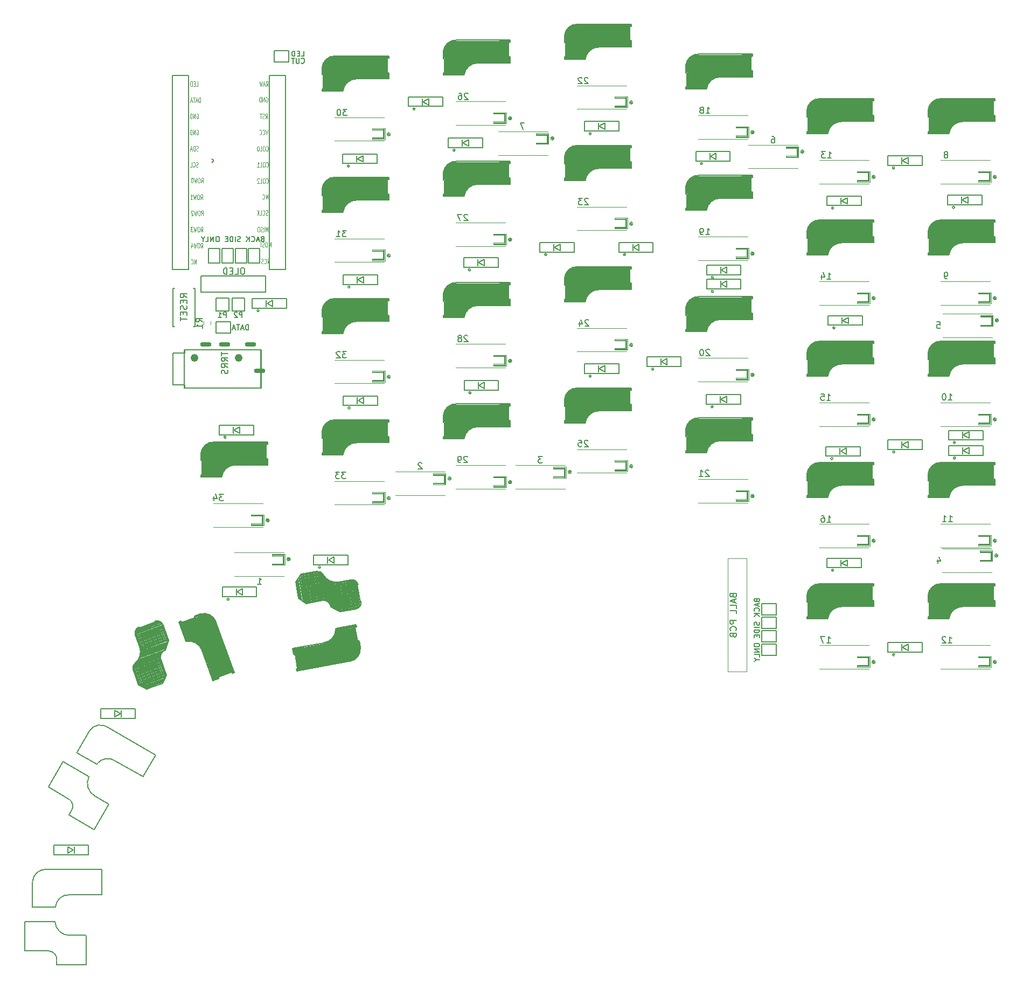
<source format=gbr>
%TF.GenerationSoftware,KiCad,Pcbnew,(6.0.4-0)*%
%TF.CreationDate,2022-08-10T14:40:32+09:00*%
%TF.ProjectId,KB62_R_rev1,4b423632-5f52-45f7-9265-76312e6b6963,rev?*%
%TF.SameCoordinates,Original*%
%TF.FileFunction,Legend,Bot*%
%TF.FilePolarity,Positive*%
%FSLAX46Y46*%
G04 Gerber Fmt 4.6, Leading zero omitted, Abs format (unit mm)*
G04 Created by KiCad (PCBNEW (6.0.4-0)) date 2022-08-10 14:40:32*
%MOMM*%
%LPD*%
G01*
G04 APERTURE LIST*
%ADD10C,0.125000*%
%ADD11C,0.150000*%
%ADD12C,0.200000*%
%ADD13C,0.120000*%
%ADD14C,1.000000*%
%ADD15C,0.500000*%
%ADD16C,3.000000*%
%ADD17C,0.300000*%
%ADD18C,0.152400*%
%ADD19C,0.400000*%
%ADD20C,0.800000*%
%ADD21C,3.500000*%
%ADD22C,1.210000*%
%ADD23O,1.800000X0.700000*%
G04 APERTURE END LIST*
D10*
X103594840Y-59228710D02*
X103571030Y-59085860D01*
D11*
X188260000Y-75969700D02*
X188260000Y-75609700D01*
D12*
X190768570Y-60752090D02*
X191054290Y-60752090D01*
D10*
X102771030Y-69683570D02*
X102842460Y-69719290D01*
X103250130Y-54149930D02*
X103297750Y-54185640D01*
X102583460Y-53792790D02*
X102297750Y-53792790D01*
D13*
X122701420Y-95119700D02*
G75*
G03*
X122701420Y-95119700I-141420J0D01*
G01*
D11*
X99787620Y-78049710D02*
X99692380Y-78002090D01*
D14*
X198060000Y-71069700D02*
X198060000Y-73569700D01*
D11*
X96549520Y-78573520D02*
X96597140Y-78764000D01*
D15*
X160360000Y-62069700D02*
X158960000Y-62069700D01*
D11*
X122340000Y-66369700D02*
X122340000Y-64119700D01*
D12*
X115318100Y-72608280D02*
X115270480Y-72703520D01*
D11*
X196810000Y-66719700D02*
X191410000Y-66719700D01*
X83100640Y-143090320D02*
X87423220Y-141517030D01*
X131110000Y-85819700D02*
X131110000Y-85459700D01*
X82946730Y-142667460D02*
X87269310Y-141094170D01*
D13*
X177110000Y-114470000D02*
X177110000Y-114370000D01*
D10*
X91968650Y-67242790D02*
X91849600Y-66492790D01*
D11*
X174710000Y-86119698D02*
G75*
G03*
X172493680Y-87998230I-65000J-2170002D01*
G01*
X177173380Y-135402140D02*
X176173380Y-135402140D01*
D10*
X91756750Y-71607290D02*
X91447220Y-71607290D01*
D12*
X152528570Y-48092090D02*
X152433330Y-48139710D01*
X182711910Y-58286850D02*
X182664290Y-58191620D01*
D11*
X176221000Y-133878330D02*
X176268620Y-133925950D01*
D13*
X160060000Y-89219700D02*
X160060000Y-90919700D01*
D10*
X91856750Y-59500140D02*
X91904370Y-59571570D01*
D11*
X160660000Y-39719700D02*
X152260000Y-39719700D01*
D12*
X153899520Y-106082090D02*
X153280480Y-106082090D01*
D13*
X160801420Y-52019700D02*
G75*
G03*
X160801420Y-52019700I-141420J0D01*
G01*
D11*
X112060000Y-47619700D02*
X112260000Y-47619700D01*
X174010000Y-60969700D02*
X173110000Y-60469700D01*
D13*
X140810000Y-55119700D02*
X139010000Y-55119700D01*
D10*
X92654370Y-56761360D02*
X92630560Y-56904210D01*
D13*
X140910000Y-110770000D02*
X139010000Y-110770000D01*
D16*
X170940000Y-84019700D02*
X170940000Y-86259700D01*
D11*
X101310000Y-104220000D02*
X101310000Y-102720000D01*
X188460000Y-75609700D02*
X188260000Y-75609700D01*
X117560000Y-86419700D02*
X122560000Y-86419700D01*
X181167000Y-134658420D02*
X183453000Y-134658420D01*
X176173380Y-133402140D02*
X176173380Y-133783100D01*
D13*
X148410000Y-109390000D02*
X150310000Y-109390000D01*
D15*
X188460000Y-56719700D02*
X191160000Y-56719700D01*
D10*
X93116270Y-64264430D02*
X93163890Y-64300140D01*
D11*
X90797380Y-84971030D02*
X89797380Y-84971030D01*
D10*
X91640080Y-48712790D02*
X91521030Y-48712790D01*
D17*
X131210000Y-45019700D02*
X131210000Y-44119700D01*
D13*
X95010000Y-115020000D02*
X102810000Y-115020000D01*
D17*
X150260000Y-61569700D02*
X150260000Y-60669700D01*
D13*
X158060000Y-89219700D02*
X158060000Y-89319700D01*
D10*
X91447220Y-72035860D02*
X91447220Y-72214430D01*
D13*
X135360000Y-97619700D02*
G75*
G03*
X135360000Y-97619700I-50000J0D01*
G01*
X141751420Y-54519700D02*
G75*
G03*
X141751420Y-54519700I-141420J0D01*
G01*
D11*
X141610000Y-80319700D02*
X133210000Y-80319700D01*
D13*
X197960000Y-121470000D02*
X196160000Y-121470000D01*
D12*
X210235240Y-60190660D02*
X210330480Y-60143050D01*
X191876670Y-136140190D02*
X191971910Y-136187810D01*
D18*
X102492340Y-73606470D02*
X102492340Y-73722590D01*
D10*
X92440080Y-57082790D02*
X92368650Y-57047070D01*
D15*
X150360000Y-64069700D02*
X153060000Y-64069700D01*
D18*
X109046040Y-45074610D02*
X108968630Y-45074610D01*
D13*
X177110000Y-94019700D02*
X178810000Y-94019700D01*
D11*
X179710000Y-48019700D02*
X179710000Y-47019700D01*
D15*
X188460000Y-75769700D02*
X191160000Y-75769700D01*
D13*
X121860000Y-114870000D02*
X121860000Y-113270000D01*
D12*
X209295720Y-124108760D02*
X208676670Y-124108760D01*
D13*
X111801420Y-125020000D02*
G75*
G03*
X111801420Y-125020000I-141420J0D01*
G01*
D12*
X114699050Y-72274950D02*
X114794290Y-72370190D01*
D13*
X217419000Y-87144700D02*
X215519000Y-87144700D01*
D11*
X193760000Y-74069698D02*
G75*
G03*
X191543680Y-75948230I-65000J-2170002D01*
G01*
X207310000Y-95019700D02*
X210590000Y-95019700D01*
X89797380Y-84161510D02*
X89797380Y-84399600D01*
X114792510Y-127335420D02*
X115591290Y-131865540D01*
D13*
X158060000Y-52619700D02*
X158060000Y-52719700D01*
D11*
X188460000Y-113710000D02*
X188260000Y-113710000D01*
D13*
X129509000Y-111905000D02*
X131309000Y-111905000D01*
D10*
X92756750Y-74148500D02*
X92709130Y-74112790D01*
D12*
X134904290Y-88669710D02*
X134809050Y-88622090D01*
X209786190Y-97762090D02*
X209690950Y-97809710D01*
D13*
X178810000Y-55919700D02*
X178810000Y-55819700D01*
D10*
X103485320Y-69290710D02*
X103509130Y-69255000D01*
D12*
X172934290Y-90839710D02*
X172839050Y-90792090D01*
X171505720Y-90982570D02*
X171458100Y-91173050D01*
D13*
X178910000Y-113070000D02*
X178910000Y-114470000D01*
D11*
X172460000Y-97919700D02*
X172460000Y-99419700D01*
D13*
X192522130Y-68619700D02*
G75*
G03*
X192522130Y-68619700I-212130J0D01*
G01*
D11*
X113723730Y-127320790D02*
X114513830Y-131801660D01*
D12*
X153475720Y-86209710D02*
X153428100Y-86257330D01*
D11*
X188260000Y-56919700D02*
X191540000Y-56919700D01*
X174810000Y-78369700D02*
X175710000Y-77869700D01*
D19*
X160460000Y-58969700D02*
X159060000Y-58969700D01*
D13*
X133110000Y-89969700D02*
X140910000Y-89969700D01*
D11*
X176935290Y-134402140D02*
X176744810Y-134354520D01*
D13*
X217210000Y-64519700D02*
X215210000Y-64519700D01*
D11*
X191290000Y-107580000D02*
X196690000Y-107580000D01*
X207540000Y-54319700D02*
X207540000Y-56559700D01*
D18*
X99086320Y-73451650D02*
X99163730Y-73412950D01*
D12*
X172049520Y-52990190D02*
X172049520Y-52942570D01*
D11*
X111612460Y-125712980D02*
X112402560Y-130193860D01*
D12*
X133951910Y-89145900D02*
X133999520Y-89241140D01*
X172001910Y-52847330D02*
X171954290Y-52799710D01*
X134418100Y-70020660D02*
X134989520Y-70592090D01*
D11*
X83474960Y-137686400D02*
X87750560Y-136130210D01*
X207310000Y-56919700D02*
X210590000Y-56919700D01*
X83248150Y-143568720D02*
X82358900Y-141125520D01*
D13*
X215210000Y-121470000D02*
X215210000Y-121370000D01*
D10*
X92280560Y-76657290D02*
X91994840Y-77407290D01*
D14*
X193360000Y-130819998D02*
G75*
G03*
X191143680Y-132698530I-65000J-2170002D01*
G01*
D12*
X153385720Y-48139710D02*
X153338100Y-48187330D01*
D11*
X176173380Y-129497380D02*
X176221000Y-129592620D01*
D10*
X92651990Y-51578710D02*
X92651990Y-51685860D01*
X103571030Y-59478710D02*
X103594840Y-59335860D01*
D11*
X113960000Y-123370000D02*
X113960000Y-124370000D01*
D13*
X179110000Y-112970000D02*
X179110000Y-114670000D01*
D10*
X103309130Y-58943000D02*
X103285320Y-58978710D01*
X92509130Y-52007290D02*
X92342460Y-51257290D01*
X102842460Y-69719290D02*
X102890080Y-69719290D01*
D11*
X150160000Y-45219700D02*
X150160000Y-44859700D01*
D10*
X103006750Y-66635860D02*
X102982940Y-66564430D01*
D13*
X196160000Y-81969700D02*
X197960000Y-81969700D01*
D11*
X94763810Y-61434950D02*
X94859050Y-61387330D01*
D13*
X197860000Y-139120000D02*
X197860000Y-139020000D01*
X119960000Y-76669700D02*
X119960000Y-76769700D01*
D11*
X197010000Y-85519700D02*
X191610000Y-85519700D01*
D13*
X158060000Y-109970000D02*
X158060000Y-109870000D01*
X102810000Y-116770000D02*
X100910000Y-116770000D01*
D11*
X93262380Y-87455410D02*
X93262380Y-86883990D01*
D10*
X102237700Y-71714430D02*
X102190080Y-71643000D01*
X102769960Y-57047070D02*
X102841390Y-57082790D01*
X102118650Y-59585860D02*
X102142460Y-59514430D01*
D11*
X120820000Y-98119700D02*
X115420000Y-98119700D01*
D12*
X114899520Y-91247330D02*
X114851910Y-91199710D01*
D13*
X217210000Y-102620000D02*
X215210000Y-102620000D01*
D11*
X110126570Y-125924210D02*
X110925350Y-130454330D01*
D13*
X192402130Y-107980000D02*
G75*
G03*
X192402130Y-107980000I-212130J0D01*
G01*
D11*
X107341730Y-44399060D02*
X107380440Y-44553880D01*
D12*
X191746190Y-79772090D02*
X191746190Y-78772090D01*
D10*
X91666270Y-59607290D02*
X91499600Y-58857290D01*
D18*
X180139720Y-130388660D02*
X180217120Y-130388660D01*
D10*
X102890080Y-69719290D02*
X102961510Y-69683570D01*
D11*
X90749760Y-84447220D02*
X90702140Y-84494840D01*
D12*
X209949520Y-60714470D02*
X209901910Y-60666850D01*
D10*
X103365200Y-51189290D02*
X103436630Y-51225000D01*
D13*
X119960000Y-75269700D02*
X121760000Y-75269700D01*
X215210000Y-139220000D02*
X215210000Y-139120000D01*
D11*
X83530580Y-137985410D02*
X87900150Y-136395010D01*
D12*
X133911910Y-108125900D02*
X133864290Y-108173520D01*
X191936670Y-79010190D02*
X192031910Y-79057810D01*
X134037140Y-69592090D02*
X133370480Y-69592090D01*
D11*
X118610000Y-80369700D02*
X117710000Y-79869700D01*
D10*
X103547220Y-64064430D02*
X103499600Y-63993000D01*
D12*
X152328100Y-105653520D02*
X152328100Y-105891620D01*
D11*
X207540000Y-73369700D02*
X207540000Y-75609700D01*
D10*
X103531870Y-56332790D02*
X103365200Y-57082790D01*
X103317580Y-51939290D02*
X103246150Y-51903570D01*
X102771030Y-69005000D02*
X102747220Y-69040710D01*
D13*
X173622130Y-81719700D02*
G75*
G03*
X173622130Y-81719700I-212130J0D01*
G01*
D12*
X183045240Y-57429710D02*
X183092860Y-57477330D01*
D10*
X91937700Y-52007290D02*
X91937700Y-51257290D01*
D11*
X134410000Y-97219700D02*
X139810000Y-97219700D01*
D13*
X122560000Y-57119700D02*
X122560000Y-57219700D01*
D11*
X141610000Y-82919700D02*
X141410000Y-82919700D01*
X169210000Y-46319700D02*
X169210000Y-47319700D01*
X116122000Y-127100990D02*
X116920780Y-131631110D01*
D10*
X103202510Y-54042790D02*
X103226320Y-54114210D01*
X92328180Y-71607290D02*
X92209130Y-72357290D01*
D13*
X215439000Y-122705000D02*
X217139000Y-122705000D01*
D14*
X217110000Y-109170000D02*
X217110000Y-111670000D01*
D10*
X102531870Y-56904210D02*
X102555680Y-56761360D01*
X103428180Y-62162790D02*
X103499600Y-62127070D01*
D13*
X141833610Y-92619700D02*
G75*
G03*
X141833610Y-92619700I-223610J0D01*
G01*
D10*
X102047220Y-72357290D02*
X102142460Y-72357290D01*
D13*
X121660000Y-94219700D02*
X121960000Y-94219700D01*
D12*
X210235240Y-78712090D02*
X210330480Y-78759710D01*
D11*
X131310000Y-47359700D02*
X131110000Y-47359700D01*
D10*
X93163890Y-69400140D02*
X93354370Y-69400140D01*
D11*
X112060000Y-65669700D02*
X112060000Y-66669700D01*
D10*
X102737700Y-71750140D02*
X102713890Y-71678710D01*
D13*
X198983610Y-82769700D02*
G75*
G03*
X198983610Y-82769700I-223610J0D01*
G01*
D12*
X183235720Y-58191620D02*
X183188100Y-58286850D01*
D13*
X140710000Y-110870000D02*
X140710000Y-110770000D01*
X83397920Y-137182350D02*
X87626540Y-135643260D01*
D11*
X176982900Y-135973570D02*
X177078140Y-135925950D01*
D18*
X180758990Y-133678570D02*
X180797700Y-133794680D01*
D11*
X94221000Y-77212700D02*
X95999000Y-77212700D01*
D18*
X180797700Y-137897390D02*
X179984900Y-137897390D01*
D10*
X102936680Y-74271500D02*
X102960490Y-74200070D01*
D12*
X152851910Y-106034470D02*
X152899520Y-105986850D01*
D13*
X140810000Y-72769700D02*
X140810000Y-74169700D01*
D12*
X146625720Y-108614470D02*
X146673330Y-108566850D01*
D10*
X92416270Y-56332790D02*
X92487700Y-56332790D01*
X92630560Y-56904210D02*
X92606750Y-56975640D01*
D13*
X111872130Y-125020000D02*
G75*
G03*
X111872130Y-125020000I-212130J0D01*
G01*
D11*
X213750000Y-104790000D02*
X212850000Y-104290000D01*
D13*
X151010000Y-110090000D02*
X151010000Y-109990000D01*
D11*
X176173380Y-130354520D02*
X177173380Y-130687860D01*
D13*
X121760000Y-57619700D02*
X119960000Y-57619700D01*
D10*
X92404370Y-59607290D02*
X92356750Y-59571570D01*
D11*
X107419140Y-44050720D02*
X107380440Y-44128130D01*
X160660000Y-61369700D02*
X160460000Y-61369700D01*
X207310000Y-95019700D02*
X207310000Y-94659700D01*
D15*
X93210000Y-110670000D02*
X95910000Y-110670000D01*
D11*
X84361100Y-144068190D02*
X87086210Y-143076330D01*
X102299000Y-74926700D02*
X100521000Y-74926700D01*
D12*
X210460480Y-136922090D02*
X211031910Y-136922090D01*
D13*
X211522130Y-68519700D02*
G75*
G03*
X211522130Y-68519700I-212130J0D01*
G01*
X133110000Y-109020000D02*
X140910000Y-109020000D01*
D18*
X180371940Y-130233850D02*
X180371940Y-129962910D01*
D10*
X102309130Y-62162790D02*
X102547220Y-62162790D01*
X91521030Y-69328710D02*
X91806750Y-69757290D01*
D11*
X198760000Y-89869700D02*
X198760000Y-89519700D01*
X82910630Y-136135900D02*
X87233210Y-134562610D01*
D13*
X116360000Y-81019700D02*
G75*
G03*
X116360000Y-81019700I-50000J0D01*
G01*
D12*
X172009520Y-72220660D02*
X171961910Y-72315900D01*
D14*
X155260000Y-100069998D02*
G75*
G03*
X153043680Y-101948530I-65000J-2170002D01*
G01*
D13*
X178821000Y-141445000D02*
X178821000Y-123645000D01*
X217951420Y-139920000D02*
G75*
G03*
X217951420Y-139920000I-141420J0D01*
G01*
D10*
X92878180Y-64157290D02*
X92854370Y-64014430D01*
D12*
X209057620Y-123394470D02*
X209295720Y-124108760D01*
D10*
X91940080Y-62157290D02*
X92011510Y-62121570D01*
D13*
X119960000Y-76669700D02*
X119960000Y-76569700D01*
D18*
X99241140Y-73219430D02*
X99202440Y-73142020D01*
D11*
X118620000Y-98369700D02*
X118620000Y-99369700D01*
D12*
X171600950Y-91744470D02*
X171696190Y-91792090D01*
X210127140Y-136922090D02*
X209508100Y-136922090D01*
D10*
X103571030Y-64135860D02*
X103547220Y-64064430D01*
X103226320Y-53864210D02*
X103202510Y-53935640D01*
D18*
X179984900Y-134026910D02*
X180023600Y-134143030D01*
D11*
X131110000Y-47719700D02*
X134390000Y-47719700D01*
D13*
X122783610Y-95119700D02*
G75*
G03*
X122783610Y-95119700I-223610J0D01*
G01*
D11*
X131030000Y-52649700D02*
X131030000Y-51149700D01*
D12*
X146530480Y-108662090D02*
X146625720Y-108614470D01*
X133904290Y-88669710D02*
X133809050Y-88622090D01*
D11*
X87617730Y-141978320D02*
X87005110Y-143292080D01*
X150360000Y-82959700D02*
X150160000Y-82959700D01*
D12*
X115375720Y-92104470D02*
X115470950Y-92152090D01*
D11*
X108301700Y-126804470D02*
X108909470Y-130251300D01*
D10*
X92440080Y-54542790D02*
X92368650Y-54507070D01*
D13*
X196160000Y-139020000D02*
X196160000Y-139120000D01*
D12*
X208759520Y-86930660D02*
X208711910Y-86978280D01*
D13*
X192331420Y-107980000D02*
G75*
G03*
X192331420Y-107980000I-141420J0D01*
G01*
D11*
X112466790Y-126526990D02*
X113187430Y-130613950D01*
X87966400Y-136503920D02*
X87439290Y-138052600D01*
D19*
X103310000Y-108070000D02*
X103310000Y-108770000D01*
D10*
X92568650Y-64550140D02*
X92616270Y-64621570D01*
D11*
X217810000Y-92119700D02*
X217610000Y-92119700D01*
D13*
X141010000Y-53619700D02*
X141010000Y-55319700D01*
D12*
X127612860Y-108612090D02*
X127374760Y-108612090D01*
D18*
X180797700Y-129962910D02*
X179984900Y-129962910D01*
D11*
X217810000Y-111170000D02*
X217610000Y-111170000D01*
D12*
X153951910Y-86257330D02*
X153904290Y-86209710D01*
D11*
X103410000Y-83569700D02*
X104310000Y-83069700D01*
D13*
X121760000Y-113370000D02*
X121760000Y-114770000D01*
D10*
X103285320Y-59585860D02*
X103309130Y-59621570D01*
D13*
X215210000Y-64419700D02*
X217110000Y-64419700D01*
D10*
X93042460Y-74184210D02*
X93018650Y-74255640D01*
D13*
X119960000Y-56219700D02*
X121760000Y-56219700D01*
X159960000Y-91169700D02*
X152160000Y-91169700D01*
D10*
X103460490Y-74092930D02*
X103412870Y-74021500D01*
X91401990Y-48819930D02*
X91378180Y-48891360D01*
X93018650Y-71857290D02*
X93042460Y-71928710D01*
D20*
X188860000Y-132620000D02*
X188860000Y-130820000D01*
D10*
X91782940Y-69078710D02*
X91759130Y-69043000D01*
D11*
X131110000Y-64169700D02*
X131310000Y-64169700D01*
D10*
X102975800Y-58907290D02*
X102880560Y-58907290D01*
D11*
X117190770Y-127115630D02*
X117920100Y-131251820D01*
D13*
X139010000Y-72669700D02*
X139010000Y-72769700D01*
D12*
X209092860Y-87502090D02*
X209188100Y-87454470D01*
X172310480Y-109982570D02*
X172310480Y-110077810D01*
X172676190Y-72792090D02*
X172676190Y-71792090D01*
D13*
X104210000Y-124670000D02*
X104210000Y-124570000D01*
D11*
X161910000Y-74269700D02*
X161910000Y-75269700D01*
D10*
X92332940Y-59535860D02*
X92309130Y-59464430D01*
X92806750Y-69721570D02*
X92854370Y-69650140D01*
D11*
X212710000Y-67369700D02*
X213610000Y-66869700D01*
D12*
X171553330Y-91696850D02*
X171600950Y-91744470D01*
D13*
X196160000Y-83369700D02*
X196160000Y-83269700D01*
D17*
X207410000Y-111370000D02*
X207410000Y-110470000D01*
D10*
X91606750Y-54542790D02*
X91606750Y-53792790D01*
D13*
X116451420Y-81019700D02*
G75*
G03*
X116451420Y-81019700I-141420J0D01*
G01*
D10*
X103484250Y-51832140D02*
X103436630Y-51903570D01*
D13*
X198060000Y-64769700D02*
X190260000Y-64769700D01*
X215210000Y-81969700D02*
X216910000Y-81969700D01*
X178810000Y-74969700D02*
X178810000Y-74869700D01*
D10*
X102789840Y-76875000D02*
X102813650Y-76803570D01*
D11*
X112060000Y-66669700D02*
X112260000Y-66669700D01*
D13*
X197860000Y-83269700D02*
X197860000Y-82069700D01*
D12*
X171961910Y-71887330D02*
X172009520Y-71982570D01*
X209901910Y-59857330D02*
X209854290Y-59952570D01*
D10*
X102960490Y-74200070D02*
X102960490Y-74128640D01*
D11*
X98025720Y-78002090D02*
X97549520Y-78002090D01*
D12*
X95559520Y-114238760D02*
X94940480Y-114238760D01*
D11*
X117904860Y-136636260D02*
X117707900Y-136670990D01*
X117560000Y-105469998D02*
G75*
G03*
X115343680Y-107348530I-65000J-2170002D01*
G01*
X179710000Y-44419700D02*
X171310000Y-44419700D01*
X117743911Y-127805046D02*
G75*
G03*
X116585440Y-126993890I-984811J-173654D01*
G01*
D10*
X92594840Y-59571570D02*
X92523410Y-59607290D01*
D12*
X146244760Y-108043050D02*
X146149520Y-108090660D01*
D11*
X90225950Y-84066270D02*
X90178330Y-84018650D01*
D10*
X103009130Y-69076430D02*
X102961510Y-69005000D01*
D12*
X133428100Y-88812570D02*
X133428100Y-88860190D01*
D13*
X178810000Y-94019700D02*
X178810000Y-93919700D01*
D10*
X92663890Y-69007290D02*
X92616270Y-69043000D01*
D11*
X98590000Y-128420000D02*
X98590000Y-129420000D01*
D13*
X218321840Y-123205000D02*
G75*
G03*
X218321840Y-123205000I-282840J0D01*
G01*
D10*
X103012030Y-54507070D02*
X102940600Y-54542790D01*
D13*
X145659000Y-58374700D02*
X145659000Y-58474700D01*
D18*
X102531050Y-73800000D02*
X102569750Y-73838700D01*
D11*
X169210000Y-68969700D02*
X169210000Y-68609700D01*
D13*
X140910000Y-55569700D02*
X133110000Y-55569700D01*
D12*
X190974290Y-117360660D02*
X191021910Y-117408280D01*
D10*
X103365200Y-57082790D02*
X103198530Y-56332790D01*
D12*
X171573330Y-53228280D02*
X171668570Y-53180660D01*
X153280480Y-105272570D02*
X153280480Y-105367810D01*
D10*
X92675800Y-51828710D02*
X92699600Y-51900140D01*
D18*
X102685870Y-73064610D02*
X102608460Y-73103310D01*
D10*
X91544840Y-69043000D02*
X91521030Y-69078710D01*
D11*
X93010000Y-107270000D02*
X93010000Y-108270000D01*
X99406670Y-78049710D02*
X99311430Y-78144950D01*
D13*
X103610000Y-117670000D02*
G75*
G03*
X103610000Y-117670000I-100000J0D01*
G01*
D15*
X188460000Y-94819700D02*
X191160000Y-94819700D01*
D12*
X183140480Y-58334470D02*
X183045240Y-58382090D01*
D14*
X212410000Y-73669698D02*
G75*
G03*
X210193680Y-75548230I-65000J-2170002D01*
G01*
D19*
X198560000Y-127820000D02*
X197160000Y-127820000D01*
D10*
X102746150Y-57011360D02*
X102769960Y-57047070D01*
D11*
X155510000Y-93369700D02*
X155510000Y-94369700D01*
X99105830Y-86934610D02*
X98641370Y-86934610D01*
D12*
X152385720Y-48187330D02*
X152338100Y-48282570D01*
D13*
X158060000Y-109870000D02*
X159960000Y-109870000D01*
D10*
X92654370Y-54114210D02*
X92654370Y-54221360D01*
D13*
X139010000Y-112370000D02*
X140910000Y-112370000D01*
D10*
X92804370Y-74755640D02*
X92828180Y-74612790D01*
D13*
X186949000Y-60634700D02*
X186949000Y-58934700D01*
D11*
X141610000Y-45819700D02*
X141610000Y-44819700D01*
D12*
X133769050Y-107602090D02*
X133864290Y-107649710D01*
D11*
X117678360Y-136676200D02*
X117289390Y-134470230D01*
D12*
X190783810Y-116932090D02*
X190879050Y-116979710D01*
D11*
X193760000Y-93119698D02*
G75*
G03*
X191543680Y-94998230I-65000J-2170002D01*
G01*
X128830000Y-51399700D02*
X128830000Y-52399700D01*
D13*
X129509000Y-112005000D02*
X129509000Y-111905000D01*
D12*
X153425720Y-67129710D02*
X153378100Y-67177330D01*
D11*
X203170000Y-60669700D02*
X203170000Y-61669700D01*
D13*
X139010000Y-53619700D02*
X139010000Y-53719700D01*
D12*
X115989520Y-53092090D02*
X115370480Y-53092090D01*
D11*
X135110000Y-58869700D02*
X134210000Y-58369700D01*
X122560000Y-63769700D02*
X114160000Y-63769700D01*
D19*
X217610000Y-92219700D02*
X217610000Y-92919700D01*
D12*
X114375720Y-91247330D02*
X114328100Y-91342570D01*
D11*
X117560000Y-48319698D02*
G75*
G03*
X115343680Y-50198230I-65000J-2170002D01*
G01*
X150390000Y-61669700D02*
X150390000Y-63909700D01*
D10*
X92092460Y-49462790D02*
X92092460Y-48712790D01*
D12*
X191736190Y-116932090D02*
X191831430Y-117074950D01*
D10*
X93018650Y-74862790D02*
X93185320Y-74505640D01*
D15*
X198460000Y-54719700D02*
X197060000Y-54719700D01*
D13*
X114060000Y-73419700D02*
X121860000Y-73419700D01*
X202041420Y-138780000D02*
G75*
G03*
X202041420Y-138780000I-141420J0D01*
G01*
D18*
X98854100Y-73838700D02*
X98815390Y-73800000D01*
D12*
X190628570Y-98802090D02*
X190866670Y-98802090D01*
D13*
X145659000Y-56974700D02*
X147559000Y-56974700D01*
D11*
X82756720Y-135713040D02*
X87079300Y-134139750D01*
D12*
X209976670Y-98714470D02*
X210024290Y-98666850D01*
X171791430Y-90792090D02*
X171696190Y-90792090D01*
D11*
X169440000Y-104470000D02*
X169440000Y-106710000D01*
D13*
X104210000Y-122970000D02*
X104210000Y-123070000D01*
D10*
X102721030Y-67135860D02*
X102744840Y-67171570D01*
D13*
X122560000Y-57019700D02*
X122560000Y-57119700D01*
D10*
X92209130Y-72357290D02*
X92113890Y-71821570D01*
X102713890Y-71678710D02*
X102690080Y-71643000D01*
D18*
X98931510Y-73877410D02*
X98854100Y-73838700D01*
D11*
X150160000Y-45219700D02*
X153440000Y-45219700D01*
D10*
X92011510Y-62121570D02*
X92059130Y-62050140D01*
D12*
X210378100Y-60095430D02*
X210425720Y-60000190D01*
D10*
X103369180Y-48712790D02*
X103321560Y-48748500D01*
X91494840Y-72321570D02*
X91542460Y-72357290D01*
D20*
X150760000Y-44719700D02*
X150760000Y-42919700D01*
D13*
X217810000Y-101820000D02*
X217810000Y-101920000D01*
D11*
X116869280Y-127020000D02*
X117650700Y-131451630D01*
D10*
X103222340Y-51617860D02*
X103317580Y-51617860D01*
D12*
X210330480Y-60238280D02*
X210378100Y-60285900D01*
D10*
X103289840Y-76767860D02*
X103266030Y-76696430D01*
D19*
X179510000Y-82719700D02*
X178110000Y-82719700D01*
D18*
X180371940Y-135691220D02*
X180371940Y-135962150D01*
D12*
X182759520Y-57382090D02*
X182950000Y-57382090D01*
D13*
X158060000Y-90919700D02*
X158060000Y-90819700D01*
D12*
X191069520Y-117741620D02*
X191021910Y-117836850D01*
X133563330Y-50990660D02*
X133658570Y-50943050D01*
D13*
X102810000Y-118370000D02*
X102810000Y-116770000D01*
D10*
X93354370Y-64657290D02*
X93354370Y-63907290D01*
D16*
X94740000Y-106870000D02*
X94740000Y-109110000D01*
D13*
X105910000Y-123270000D02*
X105910000Y-124470000D01*
D10*
X92499600Y-59214430D02*
X92547220Y-59178710D01*
D11*
X93014100Y-81810000D02*
X93014100Y-79270000D01*
D18*
X179984900Y-137200700D02*
X179984900Y-137355520D01*
D12*
X143206670Y-55232090D02*
X143635240Y-56232090D01*
D10*
X102813650Y-76732140D02*
X102789840Y-76660710D01*
D12*
X208711910Y-86502090D02*
X209188100Y-86502090D01*
D11*
X212810000Y-55019700D02*
X217810000Y-55019700D01*
D13*
X160760000Y-109170000D02*
G75*
G03*
X160760000Y-109170000I-100000J0D01*
G01*
D11*
X108812520Y-44747410D02*
X109199560Y-44747410D01*
X198760000Y-51419700D02*
X190360000Y-51419700D01*
D13*
X197960000Y-62919700D02*
X197960000Y-64319700D01*
D11*
X99910000Y-84769700D02*
X97910000Y-84769700D01*
D18*
X108852520Y-45113310D02*
X108813810Y-45152020D01*
D10*
X92011510Y-61443000D02*
X91940080Y-61407290D01*
D13*
X160060000Y-70169700D02*
X160060000Y-71869700D01*
X100910000Y-116970000D02*
X100910000Y-116870000D01*
X198760000Y-101920000D02*
X198760000Y-102020000D01*
X198860000Y-139920000D02*
G75*
G03*
X198860000Y-139920000I-100000J0D01*
G01*
D18*
X101989180Y-73064610D02*
X101718250Y-73877410D01*
D10*
X93354370Y-69757290D02*
X93354370Y-69007290D01*
D12*
X209508100Y-136112570D02*
X209508100Y-136207810D01*
D10*
X102912870Y-74307210D02*
X102936680Y-74271500D01*
D14*
X136210000Y-64469698D02*
G75*
G03*
X133993680Y-66348230I-65000J-2170002D01*
G01*
X198060000Y-128220000D02*
X198060000Y-130720000D01*
D13*
X196160000Y-140520000D02*
X196160000Y-140420000D01*
D11*
X82808020Y-135854000D02*
X87130610Y-134280700D01*
X176268620Y-129640240D02*
X176363860Y-129687860D01*
D12*
X115365720Y-73084470D02*
X115460950Y-73132090D01*
D19*
X198560000Y-73169700D02*
X198560000Y-73869700D01*
D18*
X101137680Y-73877410D02*
X101215090Y-73877410D01*
D13*
X160801420Y-90119700D02*
G75*
G03*
X160801420Y-90119700I-141420J0D01*
G01*
D10*
X103247220Y-69576430D02*
X103247220Y-69505000D01*
X102821560Y-54185640D02*
X102916800Y-54149930D01*
D13*
X177110000Y-113170000D02*
X177110000Y-113070000D01*
D12*
X183045240Y-58382090D02*
X182854760Y-58382090D01*
D13*
X159960000Y-72119700D02*
X152160000Y-72119700D01*
X197860000Y-139220000D02*
X196160000Y-139220000D01*
D11*
X176649570Y-135735480D02*
X176649570Y-135402140D01*
X90797380Y-84351990D02*
X90749760Y-84447220D01*
D13*
X198060000Y-121570000D02*
X198060000Y-119970000D01*
D10*
X91613890Y-71893000D02*
X91542460Y-71893000D01*
X92518650Y-74755640D02*
X92566270Y-74827070D01*
X93016270Y-66849930D02*
X93063890Y-66885640D01*
D13*
X150110000Y-110990000D02*
X150410000Y-110990000D01*
D12*
X190625720Y-60228280D02*
X190578100Y-60323520D01*
D10*
X101999600Y-59657290D02*
X102047220Y-59657290D01*
D11*
X97410000Y-82769700D02*
X97410000Y-84769700D01*
X171310000Y-82519700D02*
G75*
G03*
X169210000Y-84419700I-100000J-2000000D01*
G01*
D12*
X209690950Y-98714470D02*
X209786190Y-98762090D01*
D10*
X103313650Y-76910710D02*
X103289840Y-76767860D01*
D13*
X104210000Y-123270000D02*
X105910000Y-123270000D01*
D11*
X198560000Y-51769700D02*
X198760000Y-51769700D01*
D13*
X139010000Y-74169700D02*
X139010000Y-74069700D01*
X217951420Y-82769700D02*
G75*
G03*
X217951420Y-82769700I-141420J0D01*
G01*
D10*
X91844840Y-57082790D02*
X91844840Y-56332790D01*
D11*
X82844120Y-142385550D02*
X87166710Y-140812260D01*
X152260000Y-77819700D02*
G75*
G03*
X150160000Y-79719700I-100000J-2000000D01*
G01*
D10*
X91540080Y-66492790D02*
X91587700Y-66599930D01*
D11*
X134210000Y-58369700D02*
X135110000Y-57869700D01*
X99122880Y-85014300D02*
X99084170Y-85053000D01*
D12*
X171643810Y-109792090D02*
X171739050Y-109934950D01*
D13*
X215519000Y-87044700D02*
X217319000Y-87044700D01*
X179710000Y-56819700D02*
X179710000Y-56919700D01*
D18*
X97654250Y-73180720D02*
X97615540Y-73258130D01*
D10*
X103813650Y-77339290D02*
X103813650Y-76589290D01*
D21*
X215810000Y-72269700D02*
X209110000Y-72269700D01*
D11*
X206370000Y-60419700D02*
X200970000Y-60419700D01*
X198760000Y-70819700D02*
X198760000Y-70469700D01*
X114644780Y-127361470D02*
X115443570Y-131891580D01*
D13*
X159751420Y-75919700D02*
G75*
G03*
X159751420Y-75919700I-141420J0D01*
G01*
X116351420Y-62019700D02*
G75*
G03*
X116351420Y-62019700I-141420J0D01*
G01*
D18*
X98428340Y-73877410D02*
X98428340Y-73064610D01*
D11*
X111308340Y-125715830D02*
X112107120Y-130245950D01*
D12*
X153375720Y-105129710D02*
X153328100Y-105177330D01*
D11*
X169410000Y-49559700D02*
X169210000Y-49559700D01*
D14*
X93453884Y-137619365D02*
G75*
G03*
X90930570Y-136179210I-2061384J-681135D01*
G01*
D13*
X197860000Y-119970000D02*
X198160000Y-119970000D01*
X119960000Y-57619700D02*
X119960000Y-57519700D01*
D11*
X90797380Y-82113890D02*
X89797380Y-82113890D01*
D13*
X198160000Y-102620000D02*
X196160000Y-102620000D01*
D11*
X88595000Y-87264700D02*
X88595000Y-81264700D01*
D10*
X92651990Y-51685860D02*
X92675800Y-51828710D01*
D12*
X153719050Y-48092090D02*
X153480950Y-48092090D01*
D11*
X131340000Y-83219700D02*
X131340000Y-85459700D01*
X92095000Y-81264700D02*
X92095000Y-87264700D01*
D12*
X209603330Y-135969710D02*
X209555720Y-136017330D01*
D13*
X217910000Y-63719700D02*
G75*
G03*
X217910000Y-63719700I-100000J0D01*
G01*
D11*
X188260000Y-91419700D02*
X188260000Y-92419700D01*
D13*
X159960000Y-108270000D02*
X158060000Y-108270000D01*
D12*
X209188100Y-87454470D02*
X209235720Y-87406850D01*
D10*
X101951990Y-58943000D02*
X101928180Y-58978710D01*
D12*
X183045240Y-57763050D02*
X183140480Y-57810660D01*
X146244760Y-108662090D02*
X146530480Y-108662090D01*
X191816190Y-60752090D02*
X191816190Y-59752090D01*
D11*
X166310000Y-93269700D02*
X165410000Y-92769700D01*
X133210000Y-61269700D02*
G75*
G03*
X131110000Y-63169700I-100000J-2000000D01*
G01*
D10*
X93092460Y-63978710D02*
X93068650Y-64050140D01*
X103531870Y-51510710D02*
X103531870Y-51617860D01*
X91521030Y-69078710D02*
X91497220Y-69150140D01*
D12*
X171668570Y-52752090D02*
X171573330Y-52799710D01*
D10*
X91616270Y-63907290D02*
X91568650Y-63943000D01*
D12*
X133370480Y-69592090D02*
X133799050Y-70592090D01*
D11*
X88604100Y-96320000D02*
X88604100Y-91370000D01*
D13*
X121960000Y-76869700D02*
X119960000Y-76869700D01*
D14*
X217110000Y-71069700D02*
X217110000Y-73569700D01*
D11*
X179510000Y-101920000D02*
X179710000Y-101920000D01*
D10*
X102880560Y-58907290D02*
X102832940Y-58943000D01*
D11*
X93214770Y-138132060D02*
X94924870Y-142830530D01*
D18*
X179984900Y-137355520D02*
X180023600Y-137432930D01*
D12*
X209555720Y-136350660D02*
X210127140Y-136922090D01*
D11*
X116417440Y-127048900D02*
X117216220Y-131579020D01*
D12*
X171954290Y-53228280D02*
X172001910Y-53275900D01*
D10*
X102460490Y-74735790D02*
X102460490Y-73985790D01*
X103365200Y-51939290D02*
X103317580Y-51939290D01*
X103380560Y-63957290D02*
X103309130Y-63993000D01*
D11*
X90273570Y-82590080D02*
X90321190Y-82494840D01*
X209410000Y-127620000D02*
G75*
G03*
X207310000Y-129520000I-100000J-2000000D01*
G01*
D13*
X198060000Y-139020000D02*
X196160000Y-139020000D01*
D11*
X96882860Y-79002090D02*
X97120950Y-79002090D01*
D18*
X179984900Y-130233850D02*
X180023600Y-130311250D01*
D13*
X152160000Y-49369700D02*
X159960000Y-49369700D01*
D11*
X96622880Y-85014300D02*
X96584170Y-85053000D01*
D12*
X114989520Y-53711140D02*
X114989520Y-53473050D01*
D20*
X131710000Y-85319700D02*
X131710000Y-83519700D01*
D11*
X90225950Y-82637700D02*
X90273570Y-82590080D01*
D13*
X158060000Y-51319700D02*
X158060000Y-51219700D01*
D11*
X150160000Y-42619700D02*
X150360000Y-42619700D01*
D13*
X198760000Y-139920000D02*
X198760000Y-140020000D01*
D18*
X98041300Y-73877410D02*
X98041300Y-73064610D01*
D13*
X148359000Y-57674700D02*
G75*
G03*
X148359000Y-57674700I-100000J0D01*
G01*
D10*
X91449600Y-48748500D02*
X91401990Y-48819930D01*
D11*
X179710000Y-101570000D02*
X171310000Y-101570000D01*
D18*
X102956800Y-73064610D02*
X102685870Y-73064610D01*
D13*
X215210000Y-121670000D02*
X215210000Y-121570000D01*
D11*
X155660000Y-43319700D02*
X160660000Y-43319700D01*
D15*
X141310000Y-102670000D02*
X139910000Y-102670000D01*
D10*
X102547220Y-62162790D02*
X102547220Y-61412790D01*
X91540080Y-67242790D02*
X91540080Y-66492790D01*
D11*
X193590000Y-106830000D02*
X194490000Y-106330000D01*
D13*
X103733610Y-117670000D02*
G75*
G03*
X103733610Y-117670000I-223610J0D01*
G01*
D10*
X92806750Y-64621570D02*
X92854370Y-64550140D01*
D11*
X117025690Y-127043190D02*
X117789740Y-131376350D01*
D10*
X91711510Y-63943000D02*
X91663890Y-63907290D01*
X91616270Y-64657290D02*
X91663890Y-64657290D01*
D11*
X217810000Y-73069700D02*
X217610000Y-73069700D01*
D13*
X121760000Y-56219700D02*
X121760000Y-57619700D01*
D11*
X115410000Y-79119700D02*
X115410000Y-80619700D01*
X210550000Y-103540000D02*
X210550000Y-105040000D01*
D12*
X133523330Y-88669710D02*
X133475720Y-88717330D01*
D10*
X102770010Y-74378640D02*
X102865250Y-74342930D01*
X91699600Y-52007290D02*
X91532940Y-51257290D01*
D14*
X159960000Y-97470000D02*
X159960000Y-99970000D01*
D13*
X123609000Y-110055000D02*
X131409000Y-110055000D01*
D10*
X92566270Y-74827070D02*
X92613890Y-74862790D01*
D12*
X134959520Y-108602090D02*
X134340480Y-108602090D01*
D10*
X91711510Y-64621570D02*
X91735320Y-64585860D01*
D11*
X181167000Y-138858420D02*
X183453000Y-138858420D01*
D10*
X103099370Y-76589290D02*
X103027940Y-76625000D01*
D13*
X160660000Y-90119700D02*
X160660000Y-90219700D01*
D11*
X97120950Y-79002090D02*
X97120950Y-78002090D01*
X164110000Y-75519700D02*
X164110000Y-74019700D01*
D10*
X93092460Y-69078710D02*
X93068650Y-69150140D01*
D13*
X106810000Y-123770000D02*
X106810000Y-123670000D01*
D10*
X102964410Y-48712790D02*
X102797750Y-49462790D01*
D13*
X158060000Y-71569700D02*
X159760000Y-71569700D01*
D10*
X102960440Y-57047070D02*
X103008060Y-56975640D01*
D13*
X114060000Y-92469700D02*
X121860000Y-92469700D01*
X217210000Y-139020000D02*
X217210000Y-140720000D01*
D10*
X92559130Y-53828500D02*
X92606750Y-53899930D01*
D13*
X106810000Y-123670000D02*
X106810000Y-123570000D01*
D11*
X160660000Y-43319700D02*
X160660000Y-42319700D01*
D10*
X92566270Y-74148500D02*
X92518650Y-74219930D01*
D11*
X100521000Y-77212700D02*
X102299000Y-77212700D01*
D10*
X91618650Y-59393000D02*
X91380560Y-59393000D01*
X103547220Y-64600140D02*
X103571030Y-64528710D01*
X92566270Y-72321570D02*
X92613890Y-72357290D01*
D12*
X134999520Y-89622090D02*
X134380480Y-89622090D01*
X114265720Y-110568280D02*
X114218100Y-110663520D01*
X171886670Y-90839710D02*
X171791430Y-90792090D01*
X153854290Y-67129710D02*
X153759050Y-67082090D01*
D13*
X105910000Y-124670000D02*
X106210000Y-124670000D01*
D11*
X100199000Y-77212700D02*
X100199000Y-74926700D01*
D10*
X91344840Y-54364210D02*
X91368650Y-54435640D01*
X92523410Y-59607290D02*
X92404370Y-59607290D01*
D12*
X171478100Y-53371140D02*
X171525720Y-53275900D01*
D13*
X160660000Y-109170000D02*
X160660000Y-109270000D01*
X215210000Y-64319700D02*
X215210000Y-64219700D01*
X139010000Y-112470000D02*
X139010000Y-112370000D01*
X141610000Y-111670000D02*
X141610000Y-111770000D01*
D12*
X210330480Y-60714470D02*
X210235240Y-60762090D01*
D11*
X92786190Y-86312560D02*
X92786190Y-85931600D01*
D15*
X122260000Y-105170000D02*
X120860000Y-105170000D01*
D11*
X141610000Y-63869700D02*
X141410000Y-63869700D01*
D10*
X102832940Y-64671570D02*
X102880560Y-64707290D01*
D18*
X98892800Y-73064610D02*
X98776690Y-73103310D01*
X109278270Y-45268130D02*
X109239560Y-45190720D01*
D12*
X114694290Y-111092090D02*
X114789520Y-111044470D01*
D13*
X196160000Y-100920000D02*
X196160000Y-101020000D01*
X139010000Y-74369700D02*
X139010000Y-74269700D01*
D11*
X110569730Y-125846070D02*
X111368510Y-130376190D01*
D20*
X90223300Y-134006400D02*
X91914750Y-133390760D01*
D11*
X83151940Y-143231270D02*
X87474530Y-141657980D01*
D12*
X114408570Y-111092090D02*
X114694290Y-111092090D01*
D13*
X211360000Y-68519700D02*
G75*
G03*
X211360000Y-68519700I-50000J0D01*
G01*
D10*
X102718410Y-76589290D02*
X102599370Y-76589290D01*
D18*
X179984900Y-135071940D02*
X180023600Y-135188050D01*
D13*
X218033610Y-139920000D02*
G75*
G03*
X218033610Y-139920000I-223610J0D01*
G01*
D10*
X92616270Y-69721570D02*
X92663890Y-69757290D01*
D13*
X216910000Y-139120000D02*
X216910000Y-139020000D01*
D11*
X89987860Y-83971030D02*
X89892620Y-84018650D01*
D12*
X191686190Y-136902090D02*
X191686190Y-135902090D01*
D10*
X92328180Y-74112790D02*
X92209130Y-74862790D01*
D12*
X172049520Y-53561620D02*
X172001910Y-53656850D01*
D11*
X109387960Y-126054450D02*
X110186740Y-130584560D01*
D10*
X102523410Y-71607290D02*
X102451990Y-71643000D01*
X102785320Y-64064430D02*
X102761510Y-64207290D01*
D13*
X116461420Y-100019700D02*
G75*
G03*
X116461420Y-100019700I-141420J0D01*
G01*
D12*
X190879050Y-117313050D02*
X190974290Y-117360660D01*
D11*
X113072070Y-127080290D02*
X113836120Y-131413450D01*
X97653000Y-86480700D02*
X95367000Y-86480700D01*
X217810000Y-70819700D02*
X217810000Y-70469700D01*
D13*
X160760000Y-52019700D02*
G75*
G03*
X160760000Y-52019700I-100000J0D01*
G01*
X140810000Y-93219700D02*
X139010000Y-93219700D01*
D11*
X98099000Y-77212700D02*
X98099000Y-74926700D01*
X163110000Y-92019700D02*
X163110000Y-93519700D01*
D12*
X115418100Y-53568280D02*
X115370480Y-53663520D01*
D11*
X136610000Y-102969998D02*
G75*
G03*
X134393680Y-104848530I-65000J-2170002D01*
G01*
D13*
X140710000Y-112170000D02*
X140710000Y-110970000D01*
D12*
X115328100Y-92056850D02*
X115375720Y-92104470D01*
D13*
X121660000Y-114670000D02*
X121660000Y-113470000D01*
D10*
X102246150Y-51832140D02*
X102293770Y-51903570D01*
D13*
X197860000Y-62819700D02*
X198160000Y-62819700D01*
D10*
X93116270Y-69364430D02*
X93163890Y-69400140D01*
D12*
X153338100Y-48520660D02*
X153909520Y-49092090D01*
D13*
X147459000Y-57074700D02*
X145659000Y-57074700D01*
D11*
X198760000Y-112170000D02*
X198760000Y-111170000D01*
D12*
X208664290Y-87311620D02*
X208711910Y-87406850D01*
D13*
X141833610Y-73569700D02*
G75*
G03*
X141833610Y-73569700I-223610J0D01*
G01*
X106110000Y-124670000D02*
X104210000Y-124670000D01*
D12*
X183188100Y-57620190D02*
X183235720Y-57810660D01*
D11*
X99200290Y-85401350D02*
X99509920Y-85401350D01*
D13*
X211601420Y-107880000D02*
G75*
G03*
X211601420Y-107880000I-141420J0D01*
G01*
D10*
X103594840Y-61841360D02*
X103594840Y-61734210D01*
D13*
X148259000Y-57674700D02*
X148259000Y-57574700D01*
D12*
X134468100Y-50657330D02*
X134420480Y-50752570D01*
D13*
X184949000Y-60534700D02*
X186749000Y-60534700D01*
X121660000Y-57519700D02*
X121660000Y-56319700D01*
D10*
X92613890Y-71607290D02*
X92566270Y-71643000D01*
D11*
X173010000Y-59969700D02*
X173010000Y-60969700D01*
D19*
X141410000Y-99570000D02*
X140010000Y-99570000D01*
D13*
X121660000Y-75269700D02*
X121660000Y-75169700D01*
D10*
X92968650Y-67242790D02*
X93135320Y-66885640D01*
D11*
X107419140Y-44631290D02*
X107496550Y-44708700D01*
D13*
X217110000Y-140620000D02*
X217110000Y-139020000D01*
D11*
X207310000Y-111470000D02*
X207510000Y-111470000D01*
X179710000Y-63469700D02*
X171310000Y-63469700D01*
D13*
X178910000Y-114470000D02*
X177110000Y-114470000D01*
D10*
X92497220Y-49462790D02*
X92497220Y-48712790D01*
D11*
X169210000Y-65369700D02*
X169210000Y-66369700D01*
D13*
X215439000Y-124005000D02*
X217239000Y-124005000D01*
D18*
X94170820Y-73877410D02*
X94170820Y-73064610D01*
X180101010Y-137045880D02*
X180023600Y-137123290D01*
D10*
X103571030Y-59085860D02*
X103547220Y-59014430D01*
X103023410Y-61448500D02*
X102975800Y-61412790D01*
D11*
X131310000Y-85459700D02*
X131110000Y-85459700D01*
D13*
X122783610Y-114170000D02*
G75*
G03*
X122783610Y-114170000I-223610J0D01*
G01*
D10*
X91821030Y-62121570D02*
X91892460Y-62157290D01*
D11*
X117560000Y-48319700D02*
X122560000Y-48319700D01*
X166310000Y-92269700D02*
X166310000Y-93269700D01*
D12*
X152568570Y-67463050D02*
X152473330Y-67510660D01*
X114989520Y-53473050D02*
X114941910Y-53282570D01*
D11*
X137610000Y-96969700D02*
X136710000Y-96469700D01*
D18*
X180797700Y-135691220D02*
X179984900Y-135691220D01*
D13*
X217110000Y-64769700D02*
X209310000Y-64769700D01*
X217810000Y-120870000D02*
X217810000Y-120970000D01*
D11*
X131110000Y-104870000D02*
X134390000Y-104870000D01*
X110274290Y-125898160D02*
X111073070Y-130428280D01*
X177173380Y-130021190D02*
X176173380Y-130354520D01*
D12*
X209643330Y-98666850D02*
X209690950Y-98714470D01*
D11*
X161910000Y-75269700D02*
X161010000Y-74769700D01*
D10*
X102785320Y-59550140D02*
X102832940Y-59621570D01*
D12*
X115360950Y-110473050D02*
X115265720Y-110520660D01*
D13*
X215210000Y-62919700D02*
X217010000Y-62919700D01*
X178810000Y-95319700D02*
X178810000Y-94119700D01*
D11*
X101110000Y-84319700D02*
X106510000Y-84319700D01*
D10*
X103146990Y-76589290D02*
X103099370Y-76589290D01*
D16*
X93898710Y-133871180D02*
X91793800Y-134637300D01*
D13*
X104210000Y-123070000D02*
X106110000Y-123070000D01*
X218092840Y-120870000D02*
G75*
G03*
X218092840Y-120870000I-282840J0D01*
G01*
D11*
X82412110Y-140467640D02*
X86640720Y-138928550D01*
D13*
X198160000Y-100920000D02*
X198160000Y-102620000D01*
D18*
X180526760Y-137007180D02*
X180255830Y-137007180D01*
D13*
X215519000Y-87144700D02*
X215519000Y-87044700D01*
D10*
X102769960Y-56368500D02*
X102746150Y-56404210D01*
D13*
X198060000Y-81869700D02*
X196160000Y-81869700D01*
D11*
X99531580Y-86934610D02*
X99260650Y-87747410D01*
D13*
X121860000Y-96169700D02*
X114060000Y-96169700D01*
D10*
X92518650Y-74219930D02*
X92494840Y-74362790D01*
D14*
X136210000Y-45419698D02*
G75*
G03*
X133993680Y-47298230I-65000J-2170002D01*
G01*
D10*
X93068650Y-64157290D02*
X93092460Y-64228710D01*
X91542460Y-72357290D02*
X91685320Y-72357290D01*
D18*
X180797700Y-137355520D02*
X180797700Y-137200700D01*
D11*
X116160000Y-123120000D02*
X110760000Y-123120000D01*
D12*
X209508100Y-136207810D02*
X209555720Y-136350660D01*
D13*
X119960000Y-57619700D02*
X119960000Y-57719700D01*
D15*
X95104170Y-142446010D02*
X94625340Y-141130440D01*
D18*
X98776690Y-73722590D02*
X98776690Y-73645180D01*
D13*
X190260000Y-80119700D02*
X198060000Y-80119700D01*
D12*
X152385720Y-48520660D02*
X152957140Y-49092090D01*
X127374760Y-108612090D02*
X127279520Y-108659710D01*
X209598100Y-117872090D02*
X210169520Y-117872090D01*
X134951910Y-88717330D02*
X134904290Y-88669710D01*
D10*
X91844840Y-54542790D02*
X91844840Y-53792790D01*
D13*
X159760000Y-51119700D02*
X160060000Y-51119700D01*
D10*
X92854370Y-64014430D02*
X92806750Y-63943000D01*
D12*
X209548100Y-98381140D02*
X209595720Y-98571620D01*
D11*
X188460000Y-94659700D02*
X188260000Y-94659700D01*
D17*
X93110000Y-108170000D02*
X93110000Y-107270000D01*
D13*
X151010000Y-109990000D02*
X151010000Y-109890000D01*
D19*
X95702190Y-142334770D02*
X95044410Y-142574180D01*
D13*
X122701420Y-57019700D02*
G75*
G03*
X122701420Y-57019700I-141420J0D01*
G01*
D11*
X177910000Y-77619700D02*
X172510000Y-77619700D01*
D10*
X103297750Y-48784210D02*
X103273940Y-48855640D01*
D13*
X179710000Y-113970000D02*
X179710000Y-114070000D01*
D11*
X212810000Y-131220000D02*
X217810000Y-131220000D01*
D12*
X172410480Y-90982570D02*
X172410480Y-91077810D01*
D11*
X83592080Y-143709580D02*
X87444820Y-142307300D01*
D17*
X131210000Y-64069700D02*
X131210000Y-63169700D01*
D10*
X103012030Y-53935640D02*
X102988220Y-53864210D01*
D11*
X217810000Y-89869700D02*
X217810000Y-89519700D01*
D13*
X96860000Y-104620000D02*
G75*
G03*
X96860000Y-104620000I-50000J0D01*
G01*
D11*
X141390000Y-101970000D02*
X141390000Y-99720000D01*
D13*
X100910000Y-118270000D02*
X100910000Y-118370000D01*
D16*
X113790000Y-103370000D02*
X113790000Y-105610000D01*
D17*
X188360000Y-130420000D02*
X188360000Y-129520000D01*
D12*
X153378100Y-67510660D02*
X153949520Y-68082090D01*
D13*
X102710000Y-118270000D02*
X100910000Y-118270000D01*
D10*
X103499600Y-59621570D02*
X103547220Y-59550140D01*
D11*
X131110000Y-83219700D02*
X131310000Y-83219700D01*
D13*
X140910000Y-112370000D02*
X140910000Y-110770000D01*
D11*
X160660000Y-58769700D02*
X152260000Y-58769700D01*
D12*
X209979050Y-117014950D02*
X210074290Y-117110190D01*
D13*
X177110000Y-113070000D02*
X178910000Y-113070000D01*
D20*
X188860000Y-113570000D02*
X188860000Y-111770000D01*
D18*
X100634520Y-73877410D02*
X100634520Y-73064610D01*
D13*
X139010000Y-91719700D02*
X139010000Y-91819700D01*
D12*
X171505720Y-91601620D02*
X171553330Y-91696850D01*
D13*
X160883610Y-52019700D02*
G75*
G03*
X160883610Y-52019700I-223610J0D01*
G01*
X218219000Y-86244700D02*
G75*
G03*
X218219000Y-86244700I-100000J0D01*
G01*
D10*
X102880560Y-62162790D02*
X102975800Y-62162790D01*
X92559130Y-61693000D02*
X92582940Y-61621570D01*
D11*
X194490000Y-106330000D02*
X194490000Y-107330000D01*
D13*
X215439000Y-124105000D02*
X215439000Y-124005000D01*
D11*
X98025720Y-79002090D02*
X98025720Y-78002090D01*
D10*
X91892460Y-61407290D02*
X91821030Y-61443000D01*
D11*
X150160000Y-64269700D02*
X153440000Y-64269700D01*
D12*
X134388100Y-108030660D02*
X134959520Y-108602090D01*
D10*
X91832940Y-59428710D02*
X91856750Y-59500140D01*
D13*
X179710000Y-56719700D02*
X179710000Y-56819700D01*
D12*
X114560950Y-54044470D02*
X114656190Y-54092090D01*
D11*
X188260000Y-56919700D02*
X188260000Y-56559700D01*
D12*
X210378100Y-78807330D02*
X210425720Y-78902570D01*
D13*
X121860000Y-115220000D02*
X114060000Y-115220000D01*
D18*
X180023600Y-130311250D02*
X180062310Y-130349960D01*
D12*
X114408570Y-110473050D02*
X114313330Y-110520660D01*
D11*
X100189560Y-87708700D02*
X100305680Y-87747410D01*
D18*
X108388060Y-45848700D02*
X108310650Y-45887410D01*
X180797700Y-133794680D02*
X180797700Y-133988210D01*
D10*
X92828180Y-71857290D02*
X92804370Y-71714430D01*
X102742220Y-77339290D02*
X102623180Y-77339290D01*
D13*
X141610000Y-54519700D02*
X141610000Y-54619700D01*
D12*
X152375720Y-105082090D02*
X152851910Y-105082090D01*
D13*
X106110000Y-126420000D02*
X98310000Y-126420000D01*
X177110000Y-76269700D02*
X178810000Y-76269700D01*
X179992840Y-75769700D02*
G75*
G03*
X179992840Y-75769700I-282840J0D01*
G01*
D10*
X103547220Y-59550140D02*
X103571030Y-59478710D01*
D12*
X146101910Y-108138280D02*
X146054290Y-108233520D01*
D11*
X176221000Y-129592620D02*
X176268620Y-129640240D01*
D10*
X93354370Y-69007290D02*
X93163890Y-69007290D01*
X91806750Y-69757290D02*
X91497220Y-69757290D01*
D13*
X119960000Y-56219700D02*
X121660000Y-56219700D01*
D12*
X171573330Y-52799710D02*
X171525720Y-52847330D01*
D13*
X198060000Y-121920000D02*
X190260000Y-121920000D01*
X217110000Y-62819700D02*
X215210000Y-62819700D01*
D11*
X100112150Y-87631290D02*
X100189560Y-87708700D01*
D12*
X183235720Y-57810660D02*
X183235720Y-58191620D01*
X209555720Y-136017330D02*
X209508100Y-136112570D01*
D11*
X207310000Y-73369700D02*
X207510000Y-73369700D01*
D10*
X92828180Y-74362790D02*
X92804370Y-74219930D01*
D13*
X218033610Y-101820000D02*
G75*
G03*
X218033610Y-101820000I-223610J0D01*
G01*
D10*
X92209130Y-74862790D02*
X92113890Y-74327070D01*
D13*
X217810000Y-82769700D02*
X217810000Y-82869700D01*
D11*
X209410000Y-108570000D02*
G75*
G03*
X207310000Y-110470000I-100000J-2000000D01*
G01*
X169210000Y-103470000D02*
X169210000Y-104470000D01*
D10*
X91592460Y-69007290D02*
X91544840Y-69043000D01*
D12*
X114218100Y-110092090D02*
X114551430Y-110473050D01*
X190866670Y-98183050D02*
X190628570Y-98183050D01*
X190545720Y-117408280D02*
X190593330Y-117360660D01*
D11*
X90797380Y-85447220D02*
X90797380Y-84971030D01*
D10*
X92511510Y-62157290D02*
X92392460Y-62157290D01*
X92535320Y-61728710D02*
X92559130Y-61693000D01*
D13*
X178810000Y-113070000D02*
X178810000Y-112970000D01*
D12*
X133515720Y-51038280D02*
X133563330Y-50990660D01*
D13*
X178810000Y-56019700D02*
X177110000Y-56019700D01*
D12*
X134894290Y-69639710D02*
X134799050Y-69592090D01*
X182950000Y-57382090D02*
X183045240Y-57429710D01*
D13*
X159760000Y-108470000D02*
X158060000Y-108470000D01*
D10*
X103380560Y-64707290D02*
X103428180Y-64707290D01*
X102475800Y-72285860D02*
X102451990Y-72214430D01*
X102698580Y-74664360D02*
X102674770Y-74592930D01*
X103218410Y-76625000D02*
X103146990Y-76589290D01*
X103571030Y-64528710D02*
X103594840Y-64385860D01*
D11*
X92405240Y-87074460D02*
X92500480Y-86979220D01*
D12*
X171886670Y-91744470D02*
X171934290Y-91696850D01*
D10*
X102527940Y-77196430D02*
X102527940Y-77125000D01*
D11*
X102504100Y-96870000D02*
X90504100Y-96870000D01*
D13*
X177110000Y-57319700D02*
X177110000Y-57419700D01*
X158060000Y-108270000D02*
X158060000Y-108370000D01*
D11*
X106357700Y-78270000D02*
X103817700Y-78270000D01*
D18*
X180797700Y-134878420D02*
X179984900Y-134878420D01*
D10*
X102365200Y-51189290D02*
X102293770Y-51225000D01*
X103380560Y-62162790D02*
X103428180Y-62162790D01*
D14*
X155260000Y-61969698D02*
G75*
G03*
X153043680Y-63848230I-65000J-2170002D01*
G01*
D13*
X158060000Y-70269700D02*
X159860000Y-70269700D01*
X198060000Y-62819700D02*
X196160000Y-62819700D01*
D10*
X91892460Y-62157290D02*
X91940080Y-62157290D01*
D11*
X108797080Y-126158640D02*
X109595860Y-130688750D01*
D10*
X103246150Y-51225000D02*
X103293770Y-51189290D01*
D11*
X206400000Y-136880000D02*
X201000000Y-136880000D01*
D13*
X198060000Y-102870000D02*
X190260000Y-102870000D01*
X198060000Y-64419700D02*
X198060000Y-62819700D01*
X121860000Y-113270000D02*
X119960000Y-113270000D01*
D18*
X102531050Y-73296840D02*
X102569750Y-73374250D01*
D15*
X217510000Y-130920000D02*
X216110000Y-130920000D01*
D13*
X116532130Y-100019700D02*
G75*
G03*
X116532130Y-100019700I-212130J0D01*
G01*
D14*
X97504530Y-141146680D02*
X95155300Y-142001730D01*
D11*
X108204150Y-140936100D02*
X108007190Y-140970830D01*
D13*
X216910000Y-102320000D02*
X216910000Y-101120000D01*
D10*
X92392460Y-61800140D02*
X92487700Y-61764430D01*
D12*
X127231910Y-108707330D02*
X127184290Y-108802570D01*
D13*
X215439000Y-122605000D02*
X215439000Y-122705000D01*
D18*
X95564190Y-73877410D02*
X95719010Y-73877410D01*
D12*
X210425720Y-60571620D02*
X210378100Y-60666850D01*
D11*
X150160000Y-98770000D02*
X150160000Y-99770000D01*
D12*
X191686190Y-135902090D02*
X191781430Y-136044950D01*
D17*
X112160000Y-104670000D02*
X112160000Y-103770000D01*
D11*
X215960000Y-107480000D02*
X215960000Y-105980000D01*
X117453380Y-134075760D02*
X114223210Y-134645330D01*
D19*
X122360000Y-85519700D02*
X122360000Y-86219700D01*
D13*
X198060000Y-140620000D02*
X198060000Y-139020000D01*
D11*
X196810000Y-123620000D02*
X191410000Y-123620000D01*
D13*
X106110000Y-123070000D02*
X106110000Y-124670000D01*
X139010000Y-110870000D02*
X140810000Y-110870000D01*
D11*
X97910470Y-141531020D02*
X97978870Y-141718960D01*
D12*
X133515720Y-51466850D02*
X133468100Y-51371620D01*
D10*
X102880560Y-61412790D02*
X102832940Y-61448500D01*
D13*
X217110000Y-100920000D02*
X215210000Y-100920000D01*
X139010000Y-74269700D02*
X140910000Y-74269700D01*
X197860000Y-101020000D02*
X197860000Y-100920000D01*
X177110000Y-114470000D02*
X177110000Y-114570000D01*
D17*
X150260000Y-99670000D02*
X150260000Y-98770000D01*
D13*
X198160000Y-140720000D02*
X196160000Y-140720000D01*
X218119000Y-86144700D02*
X218119000Y-86044700D01*
D11*
X112060000Y-69269700D02*
X112060000Y-68909700D01*
D13*
X141833610Y-54519700D02*
G75*
G03*
X141833610Y-54519700I-223610J0D01*
G01*
D10*
X103273940Y-48962790D02*
X103297750Y-49034210D01*
D12*
X152425720Y-67986850D02*
X152473330Y-68034470D01*
D10*
X103174770Y-74628640D02*
X103222390Y-74700070D01*
D12*
X209188100Y-86502090D02*
X209235720Y-86978280D01*
D13*
X173622130Y-79519700D02*
G75*
G03*
X173622130Y-79519700I-212130J0D01*
G01*
D11*
X217610000Y-89869700D02*
X217810000Y-89869700D01*
D10*
X92854370Y-69650140D02*
X92878180Y-69507290D01*
D19*
X141410000Y-83019700D02*
X141410000Y-83719700D01*
D10*
X102832940Y-59621570D02*
X102880560Y-59657290D01*
D13*
X121860000Y-57719700D02*
X121860000Y-56119700D01*
X139010000Y-112170000D02*
X140710000Y-112170000D01*
D12*
X172001910Y-53085430D02*
X172049520Y-52990190D01*
D11*
X198760000Y-130220000D02*
X198560000Y-130220000D01*
D19*
X141410000Y-44919700D02*
X141410000Y-45619700D01*
D10*
X92878180Y-69507290D02*
X92878180Y-69257290D01*
D12*
X190688570Y-117313050D02*
X190879050Y-117313050D01*
D10*
X93066270Y-74148500D02*
X93042460Y-74184210D01*
D12*
X171914290Y-72363520D02*
X171819050Y-72411140D01*
D13*
X178910000Y-94019700D02*
X178910000Y-95419700D01*
D10*
X91685320Y-76693000D02*
X91613890Y-76657290D01*
D12*
X210235240Y-59762090D02*
X210044760Y-59762090D01*
D13*
X139010000Y-74069700D02*
X140710000Y-74069700D01*
D10*
X91606750Y-57082790D02*
X91606750Y-56332790D01*
D18*
X180604170Y-135304170D02*
X180681580Y-135265460D01*
D16*
X209040000Y-110070000D02*
X209040000Y-112310000D01*
D11*
X207310000Y-91419700D02*
X207310000Y-92419700D01*
X212750000Y-103790000D02*
X212750000Y-104790000D01*
X112060000Y-104770000D02*
X112260000Y-104770000D01*
D14*
X121860000Y-64369700D02*
X121860000Y-66869700D01*
D18*
X97228500Y-73451650D02*
X96957560Y-73451650D01*
D13*
X186849000Y-59034700D02*
X186849000Y-60634700D01*
D10*
X103004130Y-77267860D02*
X103027940Y-77303570D01*
D13*
X109931860Y-130578740D02*
X111844150Y-125875210D01*
X158060000Y-89419700D02*
X158060000Y-89319700D01*
D12*
X209901910Y-78807330D02*
X209949520Y-78759710D01*
D11*
X188260000Y-95019700D02*
X191540000Y-95019700D01*
D12*
X115280480Y-91723520D02*
X115280480Y-91961620D01*
D10*
X102047220Y-58907290D02*
X101999600Y-58907290D01*
D15*
X141310000Y-83619700D02*
X139910000Y-83619700D01*
D10*
X103499600Y-58943000D02*
X103428180Y-58907290D01*
X93354370Y-63907290D02*
X93163890Y-63907290D01*
D13*
X198160000Y-83569700D02*
X196160000Y-83569700D01*
D11*
X98307760Y-141599250D02*
X95434790Y-133705830D01*
D12*
X210119520Y-98381140D02*
X210119520Y-98143050D01*
D11*
X160660000Y-78169700D02*
X160660000Y-77819700D01*
D10*
X93018650Y-71750140D02*
X93018650Y-71857290D01*
D13*
X215210000Y-64219700D02*
X216910000Y-64219700D01*
D12*
X133849050Y-50609710D02*
X133896670Y-50657330D01*
D11*
X92262380Y-87169700D02*
X92405240Y-87074460D01*
X83115840Y-136699720D02*
X87438430Y-135126430D01*
D12*
X152518570Y-105463050D02*
X152423330Y-105510660D01*
D11*
X160660000Y-97220000D02*
X160660000Y-96870000D01*
D13*
X119960000Y-57819700D02*
X119960000Y-57719700D01*
D12*
X134864290Y-107649710D02*
X134769050Y-107602090D01*
D13*
X119960000Y-114670000D02*
X121660000Y-114670000D01*
D11*
X117392885Y-131573164D02*
G75*
G03*
X118204060Y-130414790I-173585J984764D01*
G01*
D10*
X102094840Y-59621570D02*
X102118650Y-59585860D01*
D11*
X92500480Y-86979220D02*
X92548100Y-86883990D01*
D10*
X91416270Y-57047070D02*
X91487700Y-57082790D01*
D13*
X139010000Y-55219700D02*
X140910000Y-55219700D01*
D11*
X98409140Y-87515180D02*
X98022100Y-87515180D01*
X212810000Y-131219998D02*
G75*
G03*
X210593680Y-133098530I-65000J-2170002D01*
G01*
X179710000Y-82519700D02*
X171310000Y-82519700D01*
D13*
X202082130Y-62319700D02*
G75*
G03*
X202082130Y-62319700I-212130J0D01*
G01*
D18*
X95912530Y-73606470D02*
X95912530Y-73335540D01*
D10*
X92806750Y-69043000D02*
X92759130Y-69007290D01*
D14*
X212410000Y-130819998D02*
G75*
G03*
X210193680Y-132698530I-65000J-2170002D01*
G01*
D10*
X93092460Y-64228710D02*
X93116270Y-64264430D01*
D17*
X207410000Y-54219700D02*
X207410000Y-53319700D01*
D13*
X177110000Y-55919700D02*
X178910000Y-55919700D01*
D11*
X94954290Y-61101620D02*
X94906670Y-61006380D01*
D13*
X119960000Y-76869700D02*
X119960000Y-76769700D01*
X119960000Y-94219700D02*
X119960000Y-94319700D01*
D12*
X211026670Y-117110190D02*
X211121910Y-117157810D01*
D10*
X101904370Y-64028710D02*
X101880560Y-64100140D01*
D11*
X127830000Y-51399700D02*
X127830000Y-52399700D01*
D10*
X102821560Y-54542790D02*
X102773940Y-54507070D01*
D13*
X215210000Y-83369700D02*
X215210000Y-83469700D01*
D12*
X115270480Y-72703520D02*
X115270480Y-72941620D01*
X115941910Y-54044470D02*
X115989520Y-53996850D01*
D13*
X217810000Y-120970000D02*
X217810000Y-121070000D01*
D12*
X210235240Y-60762090D02*
X210044760Y-60762090D01*
D11*
X96003600Y-84975600D02*
X96081010Y-85091710D01*
D10*
X92709130Y-74112790D02*
X92613890Y-74112790D01*
D12*
X190533330Y-98230660D02*
X190485720Y-98278280D01*
D13*
X139010000Y-55119700D02*
X139010000Y-55019700D01*
D11*
X203210000Y-105270000D02*
X203210000Y-106270000D01*
D18*
X97228500Y-73064610D02*
X96841450Y-73064610D01*
D11*
X207510000Y-94659700D02*
X207310000Y-94659700D01*
D13*
X216910000Y-64219700D02*
X216910000Y-63019700D01*
D11*
X176649570Y-133878330D02*
X176697190Y-133783100D01*
D14*
X121860000Y-45319700D02*
X121860000Y-47819700D01*
D10*
X102975800Y-64707290D02*
X103023410Y-64671570D01*
X91487700Y-53792790D02*
X91416270Y-53828500D01*
X92344840Y-56761360D02*
X92440080Y-56761360D01*
D11*
X188260000Y-110470000D02*
X188260000Y-111470000D01*
D12*
X115218100Y-110996850D02*
X115265720Y-111044470D01*
D18*
X180797700Y-131782040D02*
X180797700Y-131704630D01*
D11*
X99311430Y-78144950D02*
X99263810Y-78335430D01*
X136610000Y-95969700D02*
X136610000Y-96969700D01*
D15*
X217510000Y-54719700D02*
X216110000Y-54719700D01*
D12*
X171834290Y-110030190D02*
X171929520Y-110077810D01*
X102230000Y-127732090D02*
X102230000Y-126732090D01*
D11*
X82638910Y-141821730D02*
X86961500Y-140248440D01*
X176459100Y-129687860D02*
X176554330Y-129640240D01*
D13*
X159760000Y-70269700D02*
X159760000Y-70169700D01*
X215210000Y-101020000D02*
X216910000Y-101020000D01*
D11*
X112060000Y-50219700D02*
X115340000Y-50219700D01*
D10*
X103509130Y-69040710D02*
X103485320Y-69005000D01*
D13*
X215210000Y-102420000D02*
X215210000Y-102520000D01*
X131209000Y-111905000D02*
X131209000Y-112005000D01*
D18*
X97576840Y-73412950D02*
X97576840Y-73529060D01*
D13*
X141610000Y-54619700D02*
X141610000Y-54719700D01*
D10*
X91651990Y-51793000D02*
X91413890Y-51793000D01*
X102813650Y-77303570D02*
X102742220Y-77339290D01*
D13*
X178810000Y-76269700D02*
X178810000Y-75069700D01*
X179010000Y-57419700D02*
X179010000Y-55819700D01*
D11*
X115087950Y-127283330D02*
X115886730Y-131813440D01*
X217810000Y-127620000D02*
X209410000Y-127620000D01*
D10*
X92321030Y-61871570D02*
X92344840Y-61835860D01*
D11*
X131110000Y-66769700D02*
X131110000Y-66409700D01*
D19*
X179510000Y-66169700D02*
X179510000Y-66869700D01*
D12*
X210330480Y-79283520D02*
X210235240Y-79331140D01*
D13*
X97502130Y-130070000D02*
G75*
G03*
X97502130Y-130070000I-212130J0D01*
G01*
D11*
X110865170Y-125793980D02*
X111663950Y-130324090D01*
D13*
X119960000Y-75369700D02*
X119960000Y-75269700D01*
D16*
X170940000Y-45919700D02*
X170940000Y-48159700D01*
D13*
X141610000Y-73669700D02*
X141610000Y-73769700D01*
D15*
X160360000Y-81119700D02*
X158960000Y-81119700D01*
D10*
X92613890Y-72357290D02*
X92709130Y-72357290D01*
X102975800Y-61412790D02*
X102880560Y-61412790D01*
D13*
X93487500Y-86906960D02*
X93487500Y-86432440D01*
X158060000Y-71769700D02*
X159960000Y-71769700D01*
X100910000Y-116770000D02*
X100910000Y-116870000D01*
D10*
X102547220Y-64707290D02*
X102547220Y-63957290D01*
D12*
X190961910Y-97802090D02*
X191009520Y-98278280D01*
D10*
X102309130Y-59657290D02*
X102547220Y-59657290D01*
D12*
X191400480Y-136902090D02*
X191971910Y-136902090D01*
D10*
X102816270Y-66457290D02*
X102744840Y-66493000D01*
D11*
X176363860Y-129687860D02*
X176459100Y-129687860D01*
X112275186Y-126233912D02*
G75*
G03*
X114640440Y-127336850I1970214J1137512D01*
G01*
X212810000Y-74069698D02*
G75*
G03*
X210593680Y-75948230I-65000J-2170002D01*
G01*
D12*
X173029520Y-91792090D02*
X172410480Y-91792090D01*
D13*
X196160000Y-62819700D02*
X196160000Y-62919700D01*
X215519000Y-87044700D02*
X217219000Y-87044700D01*
X148410000Y-109490000D02*
X148410000Y-109390000D01*
D21*
X215810000Y-91319700D02*
X209110000Y-91319700D01*
D13*
X190260000Y-99170000D02*
X198060000Y-99170000D01*
X197960000Y-83369700D02*
X196160000Y-83369700D01*
X179010000Y-74869700D02*
X177110000Y-74869700D01*
D11*
X108058350Y-127152010D02*
X108561930Y-130007950D01*
X188260000Y-129520000D02*
X188260000Y-130520000D01*
X191410000Y-125120000D02*
X196810000Y-125120000D01*
D10*
X103266030Y-77232140D02*
X103289840Y-77160710D01*
D11*
X98835240Y-79002090D02*
X98835240Y-78002090D01*
D10*
X101880560Y-62162790D02*
X102166270Y-62162790D01*
D18*
X100170060Y-73064610D02*
X100634520Y-73529060D01*
D10*
X92630560Y-56511360D02*
X92654370Y-56654210D01*
D11*
X212810000Y-93119698D02*
G75*
G03*
X210593680Y-94998230I-65000J-2170002D01*
G01*
D13*
X192240000Y-107980000D02*
G75*
G03*
X192240000Y-107980000I-50000J0D01*
G01*
D11*
X150160000Y-41619700D02*
X150160000Y-42619700D01*
X193760000Y-131219998D02*
G75*
G03*
X191543680Y-133098530I-65000J-2170002D01*
G01*
D10*
X93068650Y-69757290D02*
X93235320Y-69400140D01*
D13*
X196160000Y-64419700D02*
X198060000Y-64419700D01*
D10*
X102389010Y-57082790D02*
X102460440Y-57047070D01*
X92487700Y-61764430D02*
X92535320Y-61728710D01*
D11*
X160660000Y-80419700D02*
X160460000Y-80419700D01*
D13*
X198160000Y-119970000D02*
X198160000Y-121670000D01*
D12*
X172929520Y-110792090D02*
X172310480Y-110792090D01*
D11*
X149510000Y-75269700D02*
X148610000Y-74769700D01*
X109978850Y-125950260D02*
X110777630Y-130480370D01*
D10*
X92068650Y-69757290D02*
X91949600Y-69007290D01*
X92582940Y-61621570D02*
X92582940Y-61550140D01*
D14*
X117160000Y-105069998D02*
G75*
G03*
X114943680Y-106948530I-65000J-2170002D01*
G01*
D10*
X91447220Y-72214430D02*
X91471030Y-72285860D01*
D11*
X108743490Y-126142700D02*
X107912060Y-127330120D01*
D13*
X196160000Y-64219700D02*
X197860000Y-64219700D01*
D11*
X113402240Y-127225160D02*
X114174970Y-131607560D01*
D17*
X207410000Y-73269700D02*
X207410000Y-72369700D01*
D11*
X96882860Y-78002090D02*
X96740000Y-78049710D01*
X118620000Y-99369700D02*
X117720000Y-98869700D01*
D12*
X115841910Y-73084470D02*
X115889520Y-73036850D01*
X210378100Y-59857330D02*
X210330480Y-59809710D01*
D11*
X161010000Y-74769700D02*
X161910000Y-74269700D01*
X114192940Y-127390370D02*
X115000400Y-131969720D01*
X175710000Y-77869700D02*
X175710000Y-78869700D01*
D18*
X102685870Y-73451650D02*
X102569750Y-73490360D01*
D13*
X177110000Y-75069700D02*
X177110000Y-74969700D01*
X147459000Y-58474700D02*
X147459000Y-57074700D01*
D14*
X112830253Y-137226455D02*
G75*
G03*
X114686690Y-134991580I-312853J2148355D01*
G01*
D13*
X179851420Y-56719700D02*
G75*
G03*
X179851420Y-56719700I-141420J0D01*
G01*
X198760000Y-82869700D02*
X198760000Y-82969700D01*
D16*
X189990000Y-129120000D02*
X189990000Y-131360000D01*
D21*
X196760000Y-91319700D02*
X190060000Y-91319700D01*
D11*
X207310000Y-75969700D02*
X210590000Y-75969700D01*
D20*
X169810000Y-68469700D02*
X169810000Y-66669700D01*
D13*
X119960000Y-95919700D02*
X119960000Y-95819700D01*
D12*
X171600950Y-90839710D02*
X171553330Y-90887330D01*
X101944290Y-127732090D02*
X102515720Y-127732090D01*
D13*
X83228810Y-143150090D02*
X87410440Y-141628100D01*
X179933610Y-75769700D02*
G75*
G03*
X179933610Y-75769700I-223610J0D01*
G01*
X217110000Y-81869700D02*
X215210000Y-81869700D01*
X145659000Y-58574700D02*
X145659000Y-58474700D01*
X217239000Y-122605000D02*
X215439000Y-122605000D01*
D11*
X210410000Y-68119700D02*
X215810000Y-68119700D01*
X83321050Y-137263540D02*
X87643640Y-135690240D01*
D12*
X190866670Y-98802090D02*
X190961910Y-98754470D01*
D10*
X91368650Y-53899930D02*
X91344840Y-53971360D01*
X103313650Y-77017860D02*
X103313650Y-76910710D01*
D11*
X190360000Y-108570000D02*
G75*
G03*
X188260000Y-110470000I-100000J-2000000D01*
G01*
D12*
X210330480Y-79712090D02*
X210140000Y-79712090D01*
D13*
X139010000Y-53719700D02*
X140810000Y-53719700D01*
X196160000Y-102520000D02*
X198060000Y-102520000D01*
D10*
X93018650Y-74362790D02*
X93042460Y-74434210D01*
D13*
X217210000Y-100920000D02*
X217210000Y-102620000D01*
D10*
X92297220Y-62014430D02*
X92297220Y-61943000D01*
D19*
X217610000Y-89719700D02*
X216210000Y-89719700D01*
D11*
X90416430Y-84494840D02*
X90368810Y-84447220D01*
D13*
X198901420Y-139920000D02*
G75*
G03*
X198901420Y-139920000I-141420J0D01*
G01*
D18*
X180449350Y-131433690D02*
X180333240Y-131433690D01*
D11*
X82331090Y-140976010D02*
X86653680Y-139402720D01*
D10*
X91904370Y-59571570D02*
X91975800Y-59607290D01*
X91732940Y-76764430D02*
X91685320Y-76693000D01*
X102832940Y-63993000D02*
X102785320Y-64064430D01*
D11*
X176411480Y-134402140D02*
X176316240Y-134449760D01*
D13*
X192360000Y-68619700D02*
G75*
G03*
X192360000Y-68619700I-50000J0D01*
G01*
D12*
X209092860Y-86883050D02*
X208854760Y-86883050D01*
D11*
X194610000Y-66969700D02*
X194610000Y-67969700D01*
D13*
X159960000Y-89219700D02*
X158060000Y-89219700D01*
D10*
X93068650Y-69150140D02*
X93068650Y-69257290D01*
D15*
X169410000Y-49719700D02*
X172110000Y-49719700D01*
D10*
X103309130Y-63993000D02*
X103285320Y-64028710D01*
D13*
X217110000Y-139020000D02*
X215210000Y-139020000D01*
D11*
X117510000Y-60369700D02*
X117510000Y-61369700D01*
D13*
X139010000Y-55319700D02*
X139010000Y-55219700D01*
X160801420Y-71069700D02*
G75*
G03*
X160801420Y-71069700I-141420J0D01*
G01*
D12*
X114375720Y-91580660D02*
X114947140Y-92152090D01*
D13*
X159860000Y-52619700D02*
X158060000Y-52619700D01*
D10*
X93063890Y-66885640D02*
X93254370Y-66885640D01*
D11*
X112591320Y-126657350D02*
X113311960Y-130744300D01*
D13*
X121860000Y-75169700D02*
X119960000Y-75169700D01*
X217110000Y-119970000D02*
X215210000Y-119970000D01*
X94532500Y-86906960D02*
X94532500Y-86432440D01*
D12*
X134388100Y-107697330D02*
X134340480Y-107792570D01*
D13*
X140810000Y-112270000D02*
X139010000Y-112270000D01*
D11*
X194810000Y-86769700D02*
X193910000Y-86269700D01*
D13*
X140710000Y-110770000D02*
X141010000Y-110770000D01*
D11*
X213610000Y-66869700D02*
X213610000Y-67869700D01*
D12*
X133991910Y-50800190D02*
X134039520Y-50990660D01*
D10*
X92878180Y-69257290D02*
X92854370Y-69114430D01*
D18*
X102531050Y-73529060D02*
X102492340Y-73606470D01*
D10*
X102964410Y-53828500D02*
X102916800Y-53792790D01*
D18*
X109239560Y-45771290D02*
X109278270Y-45693880D01*
D11*
X203300000Y-137630000D02*
X204200000Y-137130000D01*
X203310000Y-105770000D02*
X204210000Y-105270000D01*
D13*
X179110000Y-55819700D02*
X179110000Y-57519700D01*
D10*
X101904370Y-59050140D02*
X101880560Y-59193000D01*
D11*
X179710000Y-63819700D02*
X179710000Y-63469700D01*
X112260000Y-87959700D02*
X112060000Y-87959700D01*
X155660000Y-100469998D02*
G75*
G03*
X153443680Y-102348530I-65000J-2170002D01*
G01*
X217810000Y-74069700D02*
X217810000Y-73069700D01*
D13*
X148410000Y-110890000D02*
X150210000Y-110890000D01*
D10*
X102261510Y-72107290D02*
X102261510Y-71857290D01*
X91635320Y-66671360D02*
X91682940Y-66707070D01*
D12*
X133428100Y-88860190D02*
X133475720Y-88955430D01*
D13*
X119960000Y-76569700D02*
X121660000Y-76569700D01*
D10*
X102832940Y-62127070D02*
X102880560Y-62162790D01*
D13*
X119960000Y-95619700D02*
X121660000Y-95619700D01*
X217319000Y-87044700D02*
X217319000Y-85644700D01*
D12*
X210044760Y-79664470D02*
X209997140Y-79616850D01*
D10*
X92754370Y-66599930D02*
X92706750Y-66528500D01*
X91821030Y-61443000D02*
X91797220Y-61478710D01*
D11*
X122340000Y-85419700D02*
X122340000Y-83169700D01*
X193760000Y-55019698D02*
G75*
G03*
X191543680Y-56898230I-65000J-2170002D01*
G01*
D12*
X115613810Y-91533050D02*
X115470950Y-91533050D01*
D11*
X196690000Y-106080000D02*
X191290000Y-106080000D01*
X83419860Y-139143090D02*
X87554500Y-137638200D01*
X99263810Y-78335430D02*
X99263810Y-78668760D01*
X141410000Y-61619700D02*
X141610000Y-61619700D01*
D12*
X152518570Y-106082090D02*
X152756670Y-106082090D01*
D11*
X141390000Y-44819700D02*
X141390000Y-42569700D01*
D10*
X102532940Y-69719290D02*
X102532940Y-68969290D01*
D11*
X90504100Y-96370000D02*
X88604100Y-96370000D01*
D13*
X158060000Y-52719700D02*
X159960000Y-52719700D01*
D11*
X151710000Y-74019700D02*
X146310000Y-74019700D01*
D12*
X171934290Y-90887330D02*
X171886670Y-90839710D01*
D11*
X116269720Y-127074950D02*
X117068500Y-131605060D01*
D10*
X103273940Y-49462790D02*
X103440600Y-49105640D01*
X92518650Y-72250140D02*
X92566270Y-72321570D01*
X103071030Y-64064430D02*
X103023410Y-63993000D01*
D13*
X215210000Y-102620000D02*
X215210000Y-102520000D01*
D10*
X102309130Y-64707290D02*
X102547220Y-64707290D01*
D12*
X171485720Y-72554000D02*
X171438100Y-72363520D01*
D13*
X159860000Y-70269700D02*
X159860000Y-71669700D01*
X218092840Y-139920000D02*
G75*
G03*
X218092840Y-139920000I-282840J0D01*
G01*
X140810000Y-53719700D02*
X140810000Y-55119700D01*
X217439000Y-122405000D02*
X215439000Y-122405000D01*
D18*
X180797700Y-130659600D02*
X179984900Y-130930530D01*
D13*
X129509000Y-110505000D02*
X129509000Y-110405000D01*
D10*
X102761510Y-64207290D02*
X102761510Y-64457290D01*
X102761510Y-61912790D02*
X102785320Y-62055640D01*
D11*
X83462520Y-138967940D02*
X87597170Y-137463050D01*
X111160610Y-125741880D02*
X111950710Y-130222760D01*
D13*
X217210000Y-81869700D02*
X217210000Y-83569700D01*
D10*
X102816270Y-67207290D02*
X102863890Y-67207290D01*
D21*
X120560000Y-103670000D02*
X113860000Y-103670000D01*
D18*
X102685870Y-73451650D02*
X102956800Y-73451650D01*
D13*
X159860000Y-109770000D02*
X158060000Y-109770000D01*
D11*
X99045470Y-85130410D02*
X99045470Y-85246530D01*
D17*
X169310000Y-66269700D02*
X169310000Y-65369700D01*
D18*
X180758990Y-137432930D02*
X180797700Y-137355520D01*
D11*
X191610000Y-85519700D02*
X191610000Y-87019700D01*
D13*
X217219000Y-86944700D02*
X215519000Y-86944700D01*
D10*
X92278180Y-66492790D02*
X92159130Y-67242790D01*
D12*
X171934290Y-91696850D02*
X171981910Y-91601620D01*
D20*
X93610000Y-110370000D02*
X93610000Y-108570000D01*
D13*
X217110000Y-121920000D02*
X209310000Y-121920000D01*
D11*
X108944800Y-126132590D02*
X109743580Y-130662710D01*
D10*
X102750130Y-54257070D02*
X102773940Y-54221360D01*
D13*
X119960000Y-75269700D02*
X121660000Y-75269700D01*
D10*
X101928180Y-72107290D02*
X101951990Y-72250140D01*
D11*
X104567000Y-45658700D02*
X106853000Y-45658700D01*
X179710000Y-104170000D02*
X179510000Y-104170000D01*
X88577700Y-47790000D02*
X91117700Y-47790000D01*
D10*
X91521030Y-49462790D02*
X91640080Y-49462790D01*
X92675800Y-51435860D02*
X92651990Y-51578710D01*
D11*
X98110000Y-102970000D02*
X98110000Y-103970000D01*
D10*
X102464410Y-48927070D02*
X102369180Y-49462790D01*
D11*
X198560000Y-127970000D02*
X198760000Y-127970000D01*
D18*
X99125030Y-73877410D02*
X98931510Y-73877410D01*
D10*
X103023410Y-59621570D02*
X103071030Y-59550140D01*
D12*
X171981910Y-90982570D02*
X171934290Y-90887330D01*
D13*
X215210000Y-64519700D02*
X215210000Y-64419700D01*
D19*
X122360000Y-63969700D02*
X120960000Y-63969700D01*
D10*
X103094840Y-61912790D02*
X103094840Y-61662790D01*
D20*
X112660000Y-87819700D02*
X112660000Y-86019700D01*
D10*
X93304370Y-74112790D02*
X93113890Y-74112790D01*
D13*
X122660000Y-114170000D02*
G75*
G03*
X122660000Y-114170000I-100000J0D01*
G01*
D11*
X113060000Y-123870000D02*
X113960000Y-123370000D01*
D10*
X91487700Y-56332790D02*
X91416270Y-56368500D01*
X92018650Y-74862790D02*
X91899600Y-74112790D01*
D11*
X131110000Y-102270000D02*
X131310000Y-102270000D01*
D19*
X198560000Y-54119700D02*
X198560000Y-54819700D01*
D11*
X98215620Y-86934610D02*
X97944690Y-87747410D01*
D13*
X184949000Y-59234700D02*
X186649000Y-59234700D01*
D18*
X179984900Y-139290760D02*
X180410650Y-139561690D01*
D12*
X114418100Y-53711140D02*
X114465720Y-53901620D01*
D11*
X193490000Y-106330000D02*
X193490000Y-107330000D01*
D10*
X92159130Y-67242790D02*
X92063890Y-66707070D01*
X93066270Y-71964430D02*
X93113890Y-72000140D01*
D11*
X106853000Y-45658700D02*
X106853000Y-43880700D01*
X98025720Y-78478280D02*
X97692380Y-78478280D01*
D13*
X141710000Y-54519700D02*
G75*
G03*
X141710000Y-54519700I-100000J0D01*
G01*
D11*
X108541580Y-43934610D02*
X108154530Y-43934610D01*
X90797380Y-83113890D02*
X89797380Y-83113890D01*
D13*
X122701420Y-114170000D02*
G75*
G03*
X122701420Y-114170000I-141420J0D01*
G01*
X217439000Y-124105000D02*
X217439000Y-122405000D01*
D11*
X146310000Y-74019700D02*
X146310000Y-75519700D01*
D12*
X209901910Y-60285900D02*
X209949520Y-60238280D01*
D13*
X215519000Y-85444700D02*
X215519000Y-85544700D01*
D10*
X102599370Y-76589290D02*
X102527940Y-76625000D01*
D13*
X159760000Y-51219700D02*
X159760000Y-51119700D01*
X198160000Y-62819700D02*
X198160000Y-64519700D01*
X215210000Y-120070000D02*
X217010000Y-120070000D01*
D10*
X92344840Y-54221360D02*
X92440080Y-54221360D01*
D11*
X117620000Y-98369700D02*
X117620000Y-99369700D01*
D12*
X171954290Y-53704470D02*
X171859050Y-53752090D01*
X114551430Y-110473050D02*
X114408570Y-110473050D01*
D13*
X218092840Y-63719700D02*
G75*
G03*
X218092840Y-63719700I-282840J0D01*
G01*
D11*
X99692380Y-78002090D02*
X99501910Y-78002090D01*
D10*
X102484250Y-51939290D02*
X102484250Y-51189290D01*
D18*
X95719010Y-73064610D02*
X95564190Y-73064610D01*
D11*
X93014100Y-79270000D02*
X103174100Y-79270000D01*
X122560000Y-45069700D02*
X122560000Y-44719700D01*
X108154530Y-44747410D02*
X108541580Y-44747410D01*
D10*
X102293770Y-51225000D02*
X102246150Y-51296430D01*
X102118650Y-61591360D02*
X102166270Y-61627070D01*
X102698580Y-74450070D02*
X102722390Y-74414360D01*
D13*
X198060000Y-102520000D02*
X198060000Y-100920000D01*
D12*
X96130950Y-114572090D02*
X96416670Y-114572090D01*
D13*
X119960000Y-95819700D02*
X121860000Y-95819700D01*
X132109000Y-111105000D02*
X132109000Y-111005000D01*
X179110000Y-76569700D02*
X177110000Y-76569700D01*
X197860000Y-139020000D02*
X198160000Y-139020000D01*
D15*
X207510000Y-75769700D02*
X210210000Y-75769700D01*
D13*
X198983610Y-139920000D02*
G75*
G03*
X198983610Y-139920000I-223610J0D01*
G01*
D11*
X156510000Y-93369700D02*
X156510000Y-94369700D01*
D13*
X159760000Y-89319700D02*
X159760000Y-89219700D01*
D11*
X131910000Y-59119700D02*
X137310000Y-59119700D01*
D13*
X192651420Y-87419700D02*
G75*
G03*
X192651420Y-87419700I-141420J0D01*
G01*
D10*
X102832940Y-61448500D02*
X102785320Y-61519930D01*
D13*
X179810000Y-113870000D02*
G75*
G03*
X179810000Y-113870000I-100000J0D01*
G01*
D12*
X134418100Y-69687330D02*
X134370480Y-69782570D01*
D18*
X180797700Y-134491370D02*
X179984900Y-134491370D01*
D11*
X108392500Y-129910900D02*
X107932330Y-127301160D01*
D10*
X93066270Y-71643000D02*
X93042460Y-71678710D01*
D12*
X152999520Y-86828760D02*
X152380480Y-86828760D01*
D13*
X141010000Y-72669700D02*
X141010000Y-74369700D01*
D11*
X100112150Y-87050720D02*
X100073450Y-87128130D01*
D15*
X179410000Y-104870000D02*
X178010000Y-104870000D01*
D11*
X174710000Y-105170000D02*
X179710000Y-105170000D01*
D13*
X121760000Y-75269700D02*
X121760000Y-76669700D01*
D10*
X93092460Y-69328710D02*
X93116270Y-69364430D01*
D13*
X217110000Y-83469700D02*
X217110000Y-81869700D01*
D18*
X97615540Y-73258130D02*
X97576840Y-73412950D01*
D10*
X102623180Y-76982140D02*
X102718410Y-76946430D01*
D13*
X179010000Y-76469700D02*
X179010000Y-74869700D01*
D12*
X209595720Y-97952570D02*
X209548100Y-98143050D01*
D11*
X188260000Y-75969700D02*
X191540000Y-75969700D01*
D12*
X146387620Y-108043050D02*
X146244760Y-108043050D01*
D13*
X148410000Y-110890000D02*
X150110000Y-110890000D01*
X109159120Y-126196340D02*
X109931860Y-130578740D01*
D10*
X103460490Y-74628640D02*
X103484300Y-74485790D01*
D13*
X159760000Y-89419700D02*
X158060000Y-89419700D01*
X140810000Y-110870000D02*
X140810000Y-112270000D01*
D11*
X83547860Y-138617630D02*
X87729490Y-137095640D01*
D12*
X152899520Y-105558280D02*
X152851910Y-105510660D01*
D18*
X180062310Y-133717270D02*
X180023600Y-133755980D01*
D12*
X133904290Y-89003050D02*
X133951910Y-88955430D01*
D14*
X217110000Y-90119700D02*
X217110000Y-92619700D01*
D13*
X202122130Y-106920000D02*
G75*
G03*
X202122130Y-106920000I-212130J0D01*
G01*
D10*
X91497220Y-69221570D02*
X91521030Y-69328710D01*
D11*
X188460000Y-56559700D02*
X188260000Y-56559700D01*
D13*
X141892840Y-92619700D02*
G75*
G03*
X141892840Y-92619700I-282840J0D01*
G01*
D10*
X91497220Y-64371570D02*
X91521030Y-64514430D01*
D11*
X98619710Y-84975600D02*
X98426190Y-84975600D01*
D13*
X159760000Y-51319700D02*
X158060000Y-51319700D01*
D11*
X90749760Y-83971030D02*
X90797380Y-84113890D01*
D18*
X95022320Y-73064610D02*
X94557870Y-73877410D01*
D13*
X215210000Y-139120000D02*
X217010000Y-139120000D01*
D11*
X106357700Y-47790000D02*
X106357700Y-78270000D01*
D17*
X112160000Y-47519700D02*
X112160000Y-46619700D01*
D10*
X103150960Y-74485790D02*
X103174770Y-74628640D01*
X102475800Y-72071570D02*
X102499600Y-72035860D01*
D12*
X133753810Y-50562090D02*
X133849050Y-50609710D01*
D10*
X102166270Y-59193000D02*
X102142460Y-59050140D01*
D12*
X127231910Y-109040660D02*
X127803330Y-109612090D01*
D19*
X122360000Y-104570000D02*
X122360000Y-105270000D01*
D11*
X139730000Y-77919700D02*
X139730000Y-76419700D01*
D13*
X209310000Y-61069700D02*
X217110000Y-61069700D01*
D12*
X191736190Y-117932090D02*
X191736190Y-116932090D01*
D10*
X92559130Y-54507070D02*
X92487700Y-54542790D01*
D18*
X97847770Y-73064610D02*
X97731660Y-73103310D01*
D10*
X91499600Y-58857290D02*
X91332940Y-59607290D01*
D13*
X179992840Y-94819700D02*
G75*
G03*
X179992840Y-94819700I-282840J0D01*
G01*
D11*
X190360000Y-127620000D02*
G75*
G03*
X188260000Y-129520000I-100000J-2000000D01*
G01*
D12*
X172049520Y-53371140D02*
X172049520Y-53561620D01*
D13*
X177110000Y-74969700D02*
X178810000Y-74969700D01*
D10*
X102773940Y-54507070D02*
X102750130Y-54471360D01*
D11*
X88845000Y-87264700D02*
X88595000Y-87264700D01*
D10*
X93068650Y-69257290D02*
X93092460Y-69328710D01*
D11*
X92310000Y-86407800D02*
X92357620Y-86455410D01*
X176459100Y-135925950D02*
X176554330Y-135878330D01*
X212810000Y-112169998D02*
G75*
G03*
X210593680Y-114048530I-65000J-2170002D01*
G01*
D13*
X217139000Y-123905000D02*
X215439000Y-123905000D01*
D14*
X193360000Y-111769998D02*
G75*
G03*
X191143680Y-113648530I-65000J-2170002D01*
G01*
D13*
X179049000Y-58684700D02*
X186849000Y-58684700D01*
D14*
X159960000Y-59369700D02*
X159960000Y-61869700D01*
D11*
X104567000Y-43880700D02*
X104567000Y-45658700D01*
D13*
X179010000Y-57769700D02*
X171210000Y-57769700D01*
X196160000Y-83569700D02*
X196160000Y-83469700D01*
D11*
X150390000Y-80719700D02*
X150390000Y-82959700D01*
D21*
X158660000Y-41519700D02*
X151960000Y-41519700D01*
D19*
X198560000Y-130320000D02*
X198560000Y-131020000D01*
D11*
X102504100Y-90870000D02*
X102504100Y-96870000D01*
D13*
X164151420Y-93919700D02*
G75*
G03*
X164151420Y-93919700I-141420J0D01*
G01*
D11*
X213750000Y-103790000D02*
X213750000Y-104790000D01*
X112260000Y-49859700D02*
X112060000Y-49859700D01*
D13*
X140710000Y-93119700D02*
X140710000Y-91919700D01*
D11*
X91117700Y-47790000D02*
X91117700Y-78270000D01*
D13*
X177110000Y-57219700D02*
X178810000Y-57219700D01*
X198760000Y-82769700D02*
X198760000Y-82869700D01*
X102610000Y-116770000D02*
X102910000Y-116770000D01*
D11*
X113960000Y-124370000D02*
X113060000Y-123870000D01*
D13*
X158060000Y-89319700D02*
X159860000Y-89319700D01*
X140710000Y-55019700D02*
X140710000Y-53819700D01*
D11*
X150160000Y-83319700D02*
X150160000Y-82959700D01*
D10*
X102761510Y-61662790D02*
X102761510Y-61912790D01*
X91613890Y-76657290D02*
X91566270Y-76657290D01*
D14*
X140910000Y-61869700D02*
X140910000Y-64369700D01*
D11*
X209410000Y-89519700D02*
G75*
G03*
X207310000Y-91419700I-100000J-2000000D01*
G01*
X174710000Y-86119700D02*
X179710000Y-86119700D01*
D10*
X91606750Y-56332790D02*
X91487700Y-56332790D01*
D12*
X133911910Y-107697330D02*
X133959520Y-107792570D01*
D17*
X188360000Y-92319700D02*
X188360000Y-91419700D01*
D13*
X147359000Y-58574700D02*
X147659000Y-58574700D01*
D18*
X98776690Y-73645180D02*
X98815390Y-73567770D01*
D11*
X212810000Y-74069700D02*
X217810000Y-74069700D01*
X176649570Y-129497380D02*
X176649570Y-129164050D01*
D10*
X92747220Y-51971570D02*
X92818650Y-52007290D01*
D11*
X90130710Y-82685320D02*
X90225950Y-82637700D01*
D10*
X91542460Y-71893000D02*
X91494840Y-71928710D01*
D11*
X179710000Y-105170000D02*
X179710000Y-104170000D01*
X116160000Y-124620000D02*
X116160000Y-123120000D01*
D12*
X190593330Y-116932090D02*
X190783810Y-116932090D01*
D17*
X207410000Y-92319700D02*
X207410000Y-91419700D01*
D12*
X133388100Y-108173520D02*
X133388100Y-107792570D01*
X190438100Y-98611620D02*
X190485720Y-98706850D01*
D10*
X92344840Y-57011360D02*
X92344840Y-56761360D01*
D11*
X92931140Y-132382320D02*
X91991440Y-132724340D01*
D10*
X103273940Y-48855640D02*
X103273940Y-48962790D01*
D11*
X160660000Y-40069700D02*
X160660000Y-39719700D01*
D10*
X102118650Y-58978710D02*
X102094840Y-58943000D01*
D12*
X209235720Y-86978280D02*
X209188100Y-86930660D01*
D18*
X180023600Y-137123290D02*
X179984900Y-137200700D01*
D13*
X197860000Y-64219700D02*
X197860000Y-63019700D01*
D10*
X91640080Y-49462790D02*
X91640080Y-48712790D01*
D12*
X115560950Y-53473050D02*
X115465720Y-53520660D01*
D11*
X160660000Y-96870000D02*
X152260000Y-96870000D01*
X109199560Y-44747410D02*
X109199560Y-43934610D01*
X176506710Y-133973570D02*
X176601950Y-133925950D01*
D21*
X196760000Y-72269700D02*
X190060000Y-72269700D01*
D13*
X147559000Y-58574700D02*
X145659000Y-58574700D01*
D10*
X103222340Y-51867860D02*
X103222340Y-51617860D01*
D20*
X116949320Y-134672360D02*
X117261890Y-136445010D01*
D11*
X93262380Y-87169700D02*
X92262380Y-87169700D01*
D15*
X131310000Y-47519700D02*
X134010000Y-47519700D01*
D18*
X101215090Y-73877410D02*
X101331200Y-73838700D01*
D12*
X210074290Y-117110190D02*
X210169520Y-117157810D01*
D10*
X92759130Y-69757290D02*
X92806750Y-69721570D01*
D13*
X158060000Y-52819700D02*
X158060000Y-52719700D01*
X148410000Y-109590000D02*
X150110000Y-109590000D01*
X102710000Y-116870000D02*
X102710000Y-118270000D01*
D11*
X188260000Y-73369700D02*
X188460000Y-73369700D01*
D10*
X103222390Y-74700070D02*
X103270010Y-74735790D01*
D11*
X103174100Y-79270000D02*
X103174100Y-81810000D01*
D12*
X153709050Y-105082090D02*
X153470950Y-105082090D01*
D18*
X95796420Y-73838700D02*
X95873830Y-73761290D01*
D11*
X98426190Y-84975600D02*
X98348780Y-85014300D01*
D12*
X171438100Y-72363520D02*
X171438100Y-71982570D01*
D11*
X101790000Y-128170000D02*
X96390000Y-128170000D01*
D18*
X180294530Y-133717270D02*
X180217120Y-133678570D01*
D15*
X169410000Y-106870000D02*
X172110000Y-106870000D01*
D11*
X156510000Y-94369700D02*
X155610000Y-93869700D01*
D10*
X102880560Y-63957290D02*
X102832940Y-63993000D01*
X92747220Y-51293000D02*
X92699600Y-51364430D01*
X91544840Y-63978710D02*
X91521030Y-64050140D01*
D12*
X115560950Y-54092090D02*
X115846670Y-54092090D01*
D13*
X106010000Y-123170000D02*
X104210000Y-123170000D01*
D10*
X91497220Y-64193000D02*
X91497220Y-64371570D01*
D19*
X122360000Y-66469700D02*
X122360000Y-67169700D01*
D13*
X217339000Y-125855000D02*
X209539000Y-125855000D01*
D10*
X92594840Y-59000140D02*
X92571030Y-58928710D01*
D12*
X153378100Y-67177330D02*
X153330480Y-67272570D01*
D15*
X150360000Y-102170000D02*
X153060000Y-102170000D01*
D12*
X191460480Y-79772090D02*
X192031910Y-79772090D01*
D11*
X112290000Y-85719700D02*
X112290000Y-87959700D01*
D18*
X180758990Y-131588510D02*
X180681580Y-131511100D01*
D12*
X114941910Y-53282570D02*
X114894290Y-53187330D01*
D13*
X154422130Y-95019700D02*
G75*
G03*
X154422130Y-95019700I-212130J0D01*
G01*
D11*
X98210000Y-103470000D02*
X99110000Y-102970000D01*
D12*
X114941910Y-53901620D02*
X114989520Y-53711140D01*
D10*
X91975800Y-58857290D02*
X91904370Y-58893000D01*
D13*
X198760000Y-120870000D02*
X198760000Y-120970000D01*
D18*
X180797700Y-138361850D02*
X179984900Y-138361850D01*
D13*
X141610000Y-73569700D02*
X141610000Y-73669700D01*
D18*
X180642880Y-134143030D02*
X180565470Y-134143030D01*
D11*
X99084170Y-85053000D02*
X99045470Y-85130410D01*
D13*
X215210000Y-121470000D02*
X215210000Y-121570000D01*
D12*
X134039520Y-50990660D02*
X134039520Y-51371620D01*
D13*
X154351420Y-56919700D02*
G75*
G03*
X154351420Y-56919700I-141420J0D01*
G01*
D11*
X100305680Y-86934610D02*
X100189560Y-86973310D01*
D10*
X102988220Y-54078500D02*
X103012030Y-54007070D01*
D18*
X180565470Y-130737010D02*
X180565470Y-131124050D01*
D13*
X141010000Y-55319700D02*
X139010000Y-55319700D01*
D12*
X153428100Y-86590660D02*
X153999520Y-87162090D01*
D20*
X131710000Y-104370000D02*
X131710000Y-102570000D01*
D11*
X207510000Y-75609700D02*
X207310000Y-75609700D01*
D13*
X179851420Y-94819700D02*
G75*
G03*
X179851420Y-94819700I-141420J0D01*
G01*
D12*
X172410480Y-91077810D02*
X172458100Y-91220660D01*
D18*
X108852520Y-45848700D02*
X108968630Y-45887410D01*
D11*
X107806190Y-44747410D02*
X107806190Y-43934610D01*
D12*
X115375720Y-91580660D02*
X115328100Y-91628280D01*
D13*
X140910000Y-93669700D02*
X133110000Y-93669700D01*
D10*
X93163890Y-69007290D02*
X93116270Y-69043000D01*
D12*
X209786190Y-98762090D02*
X209881430Y-98762090D01*
D10*
X102551750Y-77053570D02*
X102575560Y-77017860D01*
X103294840Y-69683570D02*
X103271030Y-69647860D01*
D11*
X107380440Y-44553880D02*
X107419140Y-44631290D01*
D13*
X122842840Y-95119700D02*
G75*
G03*
X122842840Y-95119700I-282840J0D01*
G01*
D12*
X210836190Y-116872090D02*
X210931430Y-117014950D01*
X191021910Y-117836850D02*
X190974290Y-117884470D01*
D11*
X91117700Y-78270000D02*
X88577700Y-78270000D01*
D10*
X92630560Y-53971360D02*
X92654370Y-54114210D01*
D14*
X140910000Y-99970000D02*
X140910000Y-102470000D01*
D12*
X153380480Y-86447810D02*
X153428100Y-86590660D01*
D10*
X92344840Y-61835860D02*
X92392460Y-61800140D01*
X102841390Y-56332790D02*
X102769960Y-56368500D01*
X91759130Y-69043000D02*
X91711510Y-69007290D01*
D13*
X151151420Y-110090000D02*
G75*
G03*
X151151420Y-110090000I-141420J0D01*
G01*
D10*
X102023410Y-62162790D02*
X102023410Y-61412790D01*
D11*
X115974280Y-127127040D02*
X116773060Y-131657160D01*
D12*
X134849050Y-50562090D02*
X134610950Y-50562090D01*
D13*
X160060000Y-52819700D02*
X158060000Y-52819700D01*
D10*
X102813650Y-76803570D02*
X102813650Y-76732140D01*
D13*
X158060000Y-108370000D02*
X159760000Y-108370000D01*
D19*
X141410000Y-102070000D02*
X141410000Y-102770000D01*
D11*
X118078510Y-137621070D02*
X117904860Y-136636260D01*
X100499200Y-86934610D02*
X100305680Y-86934610D01*
D18*
X109162150Y-45848700D02*
X109239560Y-45771290D01*
D13*
X150410000Y-109290000D02*
X148410000Y-109290000D01*
D12*
X134475720Y-88669710D02*
X134428100Y-88717330D01*
D11*
X92690950Y-86455410D02*
X92738570Y-86407800D01*
X201010000Y-105020000D02*
X201010000Y-106520000D01*
D13*
X218180420Y-123205000D02*
G75*
G03*
X218180420Y-123205000I-141420J0D01*
G01*
X121660000Y-113370000D02*
X121660000Y-113270000D01*
D12*
X96511910Y-114524470D02*
X96559520Y-114476850D01*
D10*
X91663890Y-63907290D02*
X91616270Y-63907290D01*
D11*
X115420000Y-98119700D02*
X115420000Y-99619700D01*
D13*
X216910000Y-101120000D02*
X215210000Y-101120000D01*
D10*
X103309130Y-61448500D02*
X103285320Y-61484210D01*
D11*
X118510000Y-60369700D02*
X118510000Y-61369700D01*
D12*
X133809050Y-88622090D02*
X133618570Y-88622090D01*
D11*
X198760000Y-74069700D02*
X198760000Y-73069700D01*
D10*
X91780560Y-77085860D02*
X91780560Y-76978710D01*
X91832940Y-59035860D02*
X91809130Y-59178710D01*
D13*
X187649000Y-59734700D02*
G75*
G03*
X187649000Y-59734700I-100000J0D01*
G01*
D12*
X191926670Y-117170190D02*
X192021910Y-117217810D01*
D13*
X150210000Y-109490000D02*
X148410000Y-109490000D01*
D12*
X115741910Y-111044470D02*
X115789520Y-110996850D01*
D11*
X176221000Y-134925950D02*
X176268620Y-134973570D01*
D18*
X109316970Y-45422950D02*
X109278270Y-45268130D01*
D13*
X179992840Y-113870000D02*
G75*
G03*
X179992840Y-113870000I-282840J0D01*
G01*
D11*
X213760000Y-106230000D02*
X213760000Y-107230000D01*
D10*
X101842460Y-68969290D02*
X102128180Y-69397860D01*
X92778180Y-66742790D02*
X92754370Y-66599930D01*
D12*
X115170480Y-110092090D02*
X115503810Y-110473050D01*
X152375720Y-105558280D02*
X152328100Y-105653520D01*
D13*
X196160000Y-140520000D02*
X196160000Y-140620000D01*
X154260000Y-56919700D02*
G75*
G03*
X154260000Y-56919700I-50000J0D01*
G01*
D11*
X112290000Y-47619700D02*
X112290000Y-49859700D01*
D10*
X91494840Y-77371570D02*
X91566270Y-77407290D01*
D19*
X217610000Y-51619700D02*
X216210000Y-51619700D01*
D11*
X188490000Y-92419700D02*
X188490000Y-94659700D01*
X109831120Y-125976310D02*
X110629910Y-130506420D01*
D13*
X216910000Y-82069700D02*
X215210000Y-82069700D01*
D11*
X198540000Y-130220000D02*
X198540000Y-127970000D01*
D12*
X210044760Y-78712090D02*
X210235240Y-78712090D01*
D13*
X216910000Y-120170000D02*
X215210000Y-120170000D01*
D12*
X153470950Y-105082090D02*
X153375720Y-105129710D01*
D11*
X198540000Y-111170000D02*
X198540000Y-108920000D01*
D13*
X141010000Y-110770000D02*
X141010000Y-112470000D01*
D10*
X92444840Y-66742790D02*
X92444840Y-66992790D01*
D13*
X129509000Y-111905000D02*
X131209000Y-111905000D01*
D10*
X92544840Y-69507290D02*
X92568650Y-69650140D01*
D12*
X95940480Y-114143520D02*
X95940480Y-114381620D01*
D10*
X92332940Y-59321570D02*
X92356750Y-59285860D01*
X103380560Y-59657290D02*
X103428180Y-59657290D01*
D18*
X180449350Y-135342870D02*
X180604170Y-135304170D01*
D10*
X103509130Y-69255000D02*
X103532940Y-69183570D01*
D13*
X140910000Y-72669700D02*
X139010000Y-72669700D01*
D18*
X101137680Y-73064610D02*
X101021560Y-73103310D01*
D11*
X117720000Y-98869700D02*
X118620000Y-98369700D01*
D14*
X102810000Y-105970000D02*
X102810000Y-108470000D01*
D11*
X155610000Y-93869700D02*
X156510000Y-93369700D01*
D13*
X178810000Y-114370000D02*
X178810000Y-113170000D01*
D12*
X172405720Y-109839710D02*
X172358100Y-109887330D01*
D10*
X92487700Y-56332790D02*
X92559130Y-56368500D01*
X103508060Y-51367860D02*
X103531870Y-51510710D01*
D14*
X121860000Y-102470000D02*
X121860000Y-104970000D01*
X193360000Y-54619698D02*
G75*
G03*
X191143680Y-56498230I-65000J-2170002D01*
G01*
D12*
X114560950Y-53139710D02*
X114513330Y-53187330D01*
X172676190Y-71792090D02*
X172771430Y-71934950D01*
D18*
X180101010Y-137510340D02*
X180255830Y-137549050D01*
D12*
X133849050Y-51562090D02*
X133658570Y-51562090D01*
D11*
X183453000Y-130780420D02*
X181167000Y-130780420D01*
D12*
X152568570Y-68082090D02*
X152854290Y-68082090D01*
D13*
X135442130Y-78319700D02*
G75*
G03*
X135442130Y-78319700I-212130J0D01*
G01*
D10*
X92663890Y-69757290D02*
X92759130Y-69757290D01*
D11*
X83581890Y-138126360D02*
X87904470Y-136553070D01*
D12*
X153290480Y-48377810D02*
X153338100Y-48520660D01*
D11*
X107341730Y-44282950D02*
X107341730Y-44399060D01*
D15*
X207510000Y-56719700D02*
X210210000Y-56719700D01*
X117291150Y-134307460D02*
X114632170Y-134776310D01*
D11*
X217610000Y-51769700D02*
X217810000Y-51769700D01*
D16*
X189990000Y-52919700D02*
X189990000Y-55159700D01*
D11*
X136610000Y-64869698D02*
G75*
G03*
X134393680Y-66748230I-65000J-2170002D01*
G01*
D12*
X133523330Y-89003050D02*
X133618570Y-89050660D01*
X190578100Y-59752090D02*
X190911430Y-60133050D01*
D10*
X102198530Y-51510710D02*
X102198530Y-51617860D01*
X103571030Y-61591360D02*
X103547220Y-61519930D01*
D13*
X135522130Y-97619700D02*
G75*
G03*
X135522130Y-97619700I-212130J0D01*
G01*
D11*
X103817700Y-78270000D02*
X103817700Y-47790000D01*
X160460000Y-40069700D02*
X160660000Y-40069700D01*
D12*
X210024290Y-97857330D02*
X209976670Y-97809710D01*
D18*
X180178420Y-135304170D02*
X180333240Y-135342870D01*
X180410650Y-130349960D02*
X180449350Y-130388660D01*
D11*
X198760000Y-93119700D02*
X198760000Y-92119700D01*
D10*
X103071030Y-61519930D02*
X103023410Y-61448500D01*
D13*
X141751420Y-92619700D02*
G75*
G03*
X141751420Y-92619700I-141420J0D01*
G01*
D11*
X83203240Y-143372230D02*
X87525830Y-141798930D01*
D13*
X177110000Y-55919700D02*
X178810000Y-55919700D01*
D11*
X100199000Y-74926700D02*
X98421000Y-74926700D01*
D10*
X103146990Y-77339290D02*
X103218410Y-77303570D01*
D18*
X95873830Y-73180720D02*
X95796420Y-73103310D01*
D13*
X196160000Y-121670000D02*
X196160000Y-121570000D01*
X159960000Y-110220000D02*
X152160000Y-110220000D01*
D10*
X101975800Y-63957290D02*
X101928180Y-63993000D01*
D11*
X99406670Y-78954470D02*
X99501910Y-79002090D01*
X131110000Y-85819700D02*
X134390000Y-85819700D01*
X217810000Y-127970000D02*
X217810000Y-127620000D01*
D12*
X191197140Y-59752090D02*
X190578100Y-59752090D01*
D10*
X102531870Y-56511360D02*
X102508060Y-56439930D01*
D11*
X196690000Y-107580000D02*
X196690000Y-106080000D01*
X160660000Y-81419700D02*
X160660000Y-80419700D01*
D15*
X207510000Y-113870000D02*
X210210000Y-113870000D01*
D16*
X151890000Y-41219700D02*
X151890000Y-43459700D01*
D13*
X171851420Y-61619700D02*
G75*
G03*
X171851420Y-61619700I-141420J0D01*
G01*
X196160000Y-83469700D02*
X198060000Y-83469700D01*
X160660000Y-52119700D02*
X160660000Y-52219700D01*
X150410000Y-110990000D02*
X150410000Y-109290000D01*
X217210000Y-121670000D02*
X215210000Y-121670000D01*
D11*
X176554330Y-129640240D02*
X176601950Y-129592620D01*
D13*
X132951420Y-59519700D02*
G75*
G03*
X132951420Y-59519700I-141420J0D01*
G01*
D11*
X101110000Y-82819700D02*
X101110000Y-84319700D01*
D10*
X103094840Y-59157290D02*
X103071030Y-59014430D01*
D13*
X179010000Y-114920000D02*
X171210000Y-114920000D01*
D10*
X103530560Y-66457290D02*
X103244840Y-67207290D01*
X102547220Y-72357290D02*
X102499600Y-72321570D01*
D11*
X122560000Y-104470000D02*
X122360000Y-104470000D01*
D10*
X91732940Y-74612790D02*
X91423410Y-74612790D01*
D11*
X97653000Y-88258700D02*
X97653000Y-86480700D01*
X177173380Y-129545000D02*
X177173380Y-129164050D01*
X93262380Y-86503030D02*
X92786190Y-86169700D01*
D13*
X178810000Y-94119700D02*
X177110000Y-94119700D01*
D10*
X103226320Y-54114210D02*
X103250130Y-54149930D01*
D13*
X184949000Y-60534700D02*
X186649000Y-60534700D01*
X197860000Y-63019700D02*
X196160000Y-63019700D01*
X121860000Y-95819700D02*
X121860000Y-94219700D01*
X209619000Y-85194700D02*
X217419000Y-85194700D01*
D11*
X112060000Y-107370000D02*
X115340000Y-107370000D01*
X92452860Y-86503030D02*
X92595710Y-86503030D01*
D10*
X103531870Y-51617860D02*
X103508060Y-51760710D01*
D11*
X99590000Y-128420000D02*
X99590000Y-129420000D01*
D16*
X170940000Y-64969700D02*
X170940000Y-67209700D01*
D11*
X160660000Y-42319700D02*
X160460000Y-42319700D01*
D18*
X180217120Y-133678570D02*
X180139720Y-133678570D01*
D12*
X127755720Y-108707330D02*
X127708100Y-108659710D01*
D13*
X139010000Y-72869700D02*
X139010000Y-72769700D01*
D11*
X115310000Y-60119700D02*
X115310000Y-61619700D01*
D21*
X158660000Y-79619700D02*
X151960000Y-79619700D01*
D13*
X215519000Y-85544700D02*
X217419000Y-85544700D01*
X198760000Y-140020000D02*
X198760000Y-140120000D01*
D18*
X180526760Y-130427370D02*
X180642880Y-130427370D01*
D12*
X182664290Y-57953520D02*
X182711910Y-57858280D01*
D11*
X90702140Y-84494840D02*
X90606900Y-84542460D01*
X176887670Y-130116430D02*
X176887670Y-130592620D01*
D12*
X127184290Y-108802570D02*
X127184290Y-108897810D01*
D13*
X173460000Y-79519700D02*
G75*
G03*
X173460000Y-79519700I-50000J0D01*
G01*
D10*
X102575560Y-77303570D02*
X102551750Y-77267860D01*
D12*
X102325240Y-126874950D02*
X102420480Y-126970190D01*
X96035720Y-114524470D02*
X96130950Y-114572090D01*
D11*
X131110000Y-104870000D02*
X131110000Y-104510000D01*
X83218450Y-136981630D02*
X87541030Y-135408330D01*
X207310000Y-130520000D02*
X207510000Y-130520000D01*
D14*
X136210000Y-83519698D02*
G75*
G03*
X133993680Y-85398230I-65000J-2170002D01*
G01*
D13*
X132860000Y-59519700D02*
G75*
G03*
X132860000Y-59519700I-50000J0D01*
G01*
D11*
X176601950Y-133925950D02*
X176649570Y-133878330D01*
D10*
X102555680Y-56654210D02*
X102531870Y-56511360D01*
D13*
X198901420Y-101820000D02*
G75*
G03*
X198901420Y-101820000I-141420J0D01*
G01*
X122560000Y-95119700D02*
X122560000Y-95219700D01*
D18*
X102569750Y-73374250D02*
X102608460Y-73412950D01*
D11*
X90273570Y-84971030D02*
X90273570Y-85304370D01*
X107806190Y-43934610D02*
X107612670Y-43934610D01*
D13*
X131509000Y-110305000D02*
X129509000Y-110305000D01*
D11*
X152260000Y-39719700D02*
G75*
G03*
X150160000Y-41619700I-100000J-2000000D01*
G01*
D10*
X92616270Y-63943000D02*
X92568650Y-64014430D01*
D13*
X141610000Y-92719700D02*
X141610000Y-92819700D01*
D21*
X120560000Y-84619700D02*
X113860000Y-84619700D01*
D11*
X82369440Y-140642800D02*
X86645040Y-139086610D01*
D12*
X114418100Y-53473050D02*
X114418100Y-53711140D01*
D11*
X212610000Y-66869700D02*
X212610000Y-67869700D01*
X177860000Y-99419700D02*
X177860000Y-97919700D01*
D13*
X139010000Y-91819700D02*
X140810000Y-91819700D01*
D12*
X209949520Y-59809710D02*
X209901910Y-59857330D01*
D13*
X139010000Y-110870000D02*
X140710000Y-110870000D01*
D11*
X169410000Y-106710000D02*
X169210000Y-106710000D01*
D15*
X122260000Y-48019700D02*
X120860000Y-48019700D01*
D10*
X103271030Y-69647860D02*
X103247220Y-69576430D01*
D12*
X115460950Y-72513050D02*
X115365720Y-72560660D01*
D10*
X102674770Y-74592930D02*
X102674770Y-74521500D01*
D13*
X217010000Y-102420000D02*
X215210000Y-102420000D01*
D12*
X190438100Y-98373520D02*
X190438100Y-98611620D01*
D13*
X141710000Y-73569700D02*
G75*
G03*
X141710000Y-73569700I-100000J0D01*
G01*
D11*
X198760000Y-127970000D02*
X198760000Y-127620000D01*
D13*
X178821000Y-123645000D02*
X175821000Y-123645000D01*
X139010000Y-72769700D02*
X140810000Y-72769700D01*
D11*
X193810000Y-85769700D02*
X193810000Y-86769700D01*
X90504100Y-90870000D02*
X90504100Y-91370000D01*
D14*
X212410000Y-54619698D02*
G75*
G03*
X210193680Y-56498230I-65000J-2170002D01*
G01*
D13*
X159960000Y-90819700D02*
X159960000Y-89219700D01*
D10*
X92535320Y-61443000D02*
X92487700Y-61407290D01*
D13*
X171922130Y-61619700D02*
G75*
G03*
X171922130Y-61619700I-212130J0D01*
G01*
D10*
X101999600Y-71643000D02*
X101951990Y-71714430D01*
D11*
X97978870Y-141718960D02*
X98307760Y-141599250D01*
X141410000Y-42569700D02*
X141610000Y-42569700D01*
D13*
X171210000Y-111220000D02*
X179010000Y-111220000D01*
D11*
X97120950Y-78002090D02*
X96882860Y-78002090D01*
D12*
X209901910Y-79474000D02*
X209854290Y-79283520D01*
D10*
X92568650Y-69650140D02*
X92616270Y-69721570D01*
D12*
X133959520Y-108030660D02*
X133911910Y-108125900D01*
D10*
X102889060Y-74735790D02*
X102770010Y-74735790D01*
X92568650Y-64014430D02*
X92544840Y-64157290D01*
D19*
X217610000Y-70669700D02*
X216210000Y-70669700D01*
D13*
X116260000Y-62019700D02*
G75*
G03*
X116260000Y-62019700I-50000J0D01*
G01*
X106210000Y-122970000D02*
X104210000Y-122970000D01*
D11*
X112724530Y-126836950D02*
X113497260Y-131219340D01*
D13*
X215210000Y-102420000D02*
X215210000Y-102320000D01*
D21*
X120560000Y-46519700D02*
X113860000Y-46519700D01*
D11*
X100073450Y-87553880D02*
X100112150Y-87631290D01*
D13*
X132391840Y-111105000D02*
G75*
G03*
X132391840Y-111105000I-282840J0D01*
G01*
D12*
X133428100Y-89431620D02*
X133428100Y-89241140D01*
D11*
X137530000Y-77669700D02*
X136630000Y-77169700D01*
D12*
X171723810Y-72792090D02*
X171628570Y-72744470D01*
D10*
X92709130Y-74862790D02*
X92756750Y-74827070D01*
X92518650Y-71714430D02*
X92494840Y-71857290D01*
D12*
X190673330Y-60704470D02*
X190768570Y-60752090D01*
D10*
X103865250Y-74521500D02*
X103698580Y-73985790D01*
D13*
X179110000Y-74869700D02*
X179110000Y-76569700D01*
D12*
X114846670Y-54044470D02*
X114894290Y-53996850D01*
X172500950Y-109792090D02*
X172405720Y-109839710D01*
D11*
X90797380Y-86018650D02*
X89797380Y-86018650D01*
X176744810Y-129687860D02*
X176840050Y-129735480D01*
D10*
X102722390Y-74414360D02*
X102770010Y-74378640D01*
D11*
X217590000Y-111170000D02*
X217590000Y-108920000D01*
D12*
X153851910Y-105177330D02*
X153804290Y-105129710D01*
D11*
X177173380Y-134783100D02*
X177173380Y-134687860D01*
D13*
X196160000Y-121370000D02*
X197860000Y-121370000D01*
D12*
X133435720Y-107697330D02*
X133483330Y-107649710D01*
D13*
X129509000Y-110505000D02*
X129509000Y-110605000D01*
X217810000Y-140020000D02*
X217810000Y-140120000D01*
D20*
X150760000Y-63769700D02*
X150760000Y-61969700D01*
D13*
X139010000Y-93319700D02*
X140910000Y-93319700D01*
D11*
X83240560Y-139527610D02*
X87422190Y-138005620D01*
X136610000Y-45819698D02*
G75*
G03*
X134393680Y-47698230I-65000J-2170002D01*
G01*
D10*
X102832940Y-58943000D02*
X102785320Y-59014430D01*
D13*
X129509000Y-110405000D02*
X131409000Y-110405000D01*
D10*
X91416270Y-53828500D02*
X91368650Y-53899930D01*
D13*
X201920000Y-62319700D02*
G75*
G03*
X201920000Y-62319700I-50000J0D01*
G01*
D11*
X194490000Y-107330000D02*
X193590000Y-106830000D01*
D10*
X101951990Y-72250140D02*
X101999600Y-72321570D01*
D11*
X188260000Y-72369700D02*
X188260000Y-73369700D01*
D10*
X102747220Y-69647860D02*
X102771030Y-69683570D01*
X103071030Y-62055640D02*
X103094840Y-61912790D01*
D11*
X160660000Y-100470000D02*
X160660000Y-99470000D01*
D13*
X141892840Y-73569700D02*
G75*
G03*
X141892840Y-73569700I-282840J0D01*
G01*
D11*
X207540000Y-130520000D02*
X207540000Y-132760000D01*
D13*
X122560000Y-76069700D02*
X122560000Y-76169700D01*
D12*
X153861910Y-48187330D02*
X153814290Y-48139710D01*
D11*
X207310000Y-56919700D02*
X207310000Y-56559700D01*
D13*
X177110000Y-76369700D02*
X177110000Y-76269700D01*
D10*
X102642460Y-71607290D02*
X102523410Y-71607290D01*
D13*
X218033610Y-82769700D02*
G75*
G03*
X218033610Y-82769700I-223610J0D01*
G01*
D18*
X180758990Y-137123290D02*
X180681580Y-137045880D01*
D13*
X126671420Y-53049700D02*
G75*
G03*
X126671420Y-53049700I-141420J0D01*
G01*
D10*
X103222390Y-74021500D02*
X103174770Y-74092930D01*
D11*
X150390000Y-42619700D02*
X150390000Y-44859700D01*
D12*
X146149520Y-108090660D02*
X146101910Y-108138280D01*
X210330480Y-78759710D02*
X210378100Y-78807330D01*
X171525720Y-53275900D02*
X171573330Y-53228280D01*
D11*
X183453000Y-138858420D02*
X183453000Y-137080420D01*
D10*
X103356750Y-72143000D02*
X103190080Y-71607290D01*
D11*
X134330000Y-77919700D02*
X139730000Y-77919700D01*
D18*
X179984900Y-132749650D02*
X180449350Y-132285200D01*
D10*
X102785320Y-61519930D02*
X102761510Y-61662790D01*
D13*
X196160000Y-63019700D02*
X196160000Y-62919700D01*
X119960000Y-75169700D02*
X119960000Y-75269700D01*
D11*
X89845000Y-84066270D02*
X89797380Y-84161510D01*
D19*
X160460000Y-97070000D02*
X159060000Y-97070000D01*
D11*
X141610000Y-61619700D02*
X141610000Y-61269700D01*
D18*
X102569750Y-73838700D02*
X102647160Y-73877410D01*
D11*
X112275175Y-126233917D02*
G75*
G03*
X111305180Y-125692230I-847275J-377883D01*
G01*
D13*
X114060000Y-54369700D02*
X121860000Y-54369700D01*
D10*
X102674770Y-74521500D02*
X102698580Y-74450070D01*
X102713890Y-71893000D02*
X102737700Y-71821570D01*
D11*
X90321190Y-84351990D02*
X90273570Y-84161510D01*
X177910000Y-79119700D02*
X177910000Y-77619700D01*
X206410000Y-106520000D02*
X206410000Y-105020000D01*
D10*
X103071030Y-59550140D02*
X103094840Y-59407290D01*
D13*
X177110000Y-74969700D02*
X178910000Y-74969700D01*
D11*
X89845000Y-82590080D02*
X89892620Y-82637700D01*
D13*
X158060000Y-90719700D02*
X158060000Y-90819700D01*
X177110000Y-114570000D02*
X179010000Y-114570000D01*
D10*
X103488220Y-53792790D02*
X103297750Y-53792790D01*
X103031870Y-56904210D02*
X103055680Y-56761360D01*
X103297750Y-54185640D02*
X103488220Y-54185640D01*
D18*
X99086320Y-73064610D02*
X98892800Y-73064610D01*
D13*
X139010000Y-110770000D02*
X139010000Y-110870000D01*
D11*
X111942630Y-125857850D02*
X112724050Y-130289480D01*
D12*
X152425720Y-67558280D02*
X152378100Y-67653520D01*
D13*
X192522130Y-125520000D02*
G75*
G03*
X192522130Y-125520000I-212130J0D01*
G01*
D10*
X103008060Y-51189290D02*
X102722340Y-51939290D01*
X102222340Y-51760710D02*
X102246150Y-51832140D01*
D11*
X177173380Y-131830710D02*
X176173380Y-131830710D01*
D13*
X164222130Y-93919700D02*
G75*
G03*
X164222130Y-93919700I-212130J0D01*
G01*
D10*
X102766030Y-76910710D02*
X102789840Y-76875000D01*
D11*
X177125760Y-134545000D02*
X177030520Y-134449760D01*
D12*
X183092860Y-57477330D02*
X183188100Y-57620190D01*
D13*
X218033610Y-63719700D02*
G75*
G03*
X218033610Y-63719700I-223610J0D01*
G01*
D12*
X210425720Y-60000190D02*
X210425720Y-59952570D01*
D11*
X207310000Y-114070000D02*
X210590000Y-114070000D01*
D13*
X178910000Y-55919700D02*
X178910000Y-57319700D01*
X198160000Y-121670000D02*
X196160000Y-121670000D01*
X139010000Y-93219700D02*
X139010000Y-93319700D01*
X217139000Y-124105000D02*
X217439000Y-124105000D01*
D18*
X180604170Y-131472400D02*
X180449350Y-131433690D01*
D11*
X136610000Y-102970000D02*
X141610000Y-102970000D01*
D18*
X180023600Y-137432930D02*
X180101010Y-137510340D01*
D20*
X188860000Y-94519700D02*
X188860000Y-92719700D01*
D11*
X112290000Y-104770000D02*
X112290000Y-107010000D01*
D10*
X92487700Y-53792790D02*
X92559130Y-53828500D01*
D13*
X139010000Y-55119700D02*
X139010000Y-55219700D01*
D11*
X179710000Y-67069700D02*
X179710000Y-66069700D01*
D12*
X171628570Y-71792090D02*
X171819050Y-71792090D01*
X190673330Y-60180660D02*
X190625720Y-60228280D01*
D13*
X119960000Y-94319700D02*
X121760000Y-94319700D01*
X217110000Y-64419700D02*
X217110000Y-62819700D01*
X159760000Y-71569700D02*
X159760000Y-70369700D01*
X215210000Y-63019700D02*
X215210000Y-62919700D01*
X215210000Y-139020000D02*
X215210000Y-139120000D01*
D11*
X191410000Y-68219700D02*
X196810000Y-68219700D01*
D14*
X174310000Y-66669698D02*
G75*
G03*
X172093680Y-68548230I-65000J-2170002D01*
G01*
D12*
X152909520Y-48187330D02*
X152861910Y-48139710D01*
D14*
X193360000Y-92719698D02*
G75*
G03*
X191143680Y-94598230I-65000J-2170002D01*
G01*
D16*
X151890000Y-98370000D02*
X151890000Y-100610000D01*
D13*
X196160000Y-139220000D02*
X196160000Y-139120000D01*
D11*
X118510000Y-61369700D02*
X117610000Y-60869700D01*
D12*
X209690950Y-97809710D02*
X209643330Y-97857330D01*
D13*
X147559000Y-56974700D02*
X147559000Y-58574700D01*
D18*
X180139720Y-133678570D02*
X180062310Y-133717270D01*
D10*
X92854370Y-64550140D02*
X92878180Y-64407290D01*
D12*
X208819520Y-123775430D02*
X208819520Y-124442090D01*
X114789520Y-111044470D02*
X114837140Y-110996850D01*
D13*
X217219000Y-87044700D02*
X217219000Y-87144700D01*
X217110000Y-140970000D02*
X209310000Y-140970000D01*
D10*
X102508060Y-56439930D02*
X102460440Y-56368500D01*
D11*
X170810000Y-59719700D02*
X170810000Y-61219700D01*
D18*
X180758990Y-131898150D02*
X180797700Y-131782040D01*
D13*
X216910000Y-100920000D02*
X217210000Y-100920000D01*
D11*
X108423370Y-126630700D02*
X109083230Y-130372970D01*
X193610000Y-123870000D02*
X193610000Y-124870000D01*
X203200000Y-137130000D02*
X203200000Y-138130000D01*
D10*
X101904370Y-64278710D02*
X102190080Y-64707290D01*
X102961510Y-69005000D02*
X102890080Y-68969290D01*
D20*
X207910000Y-113570000D02*
X207910000Y-111770000D01*
D11*
X103510000Y-107970000D02*
X103310000Y-107970000D01*
D12*
X208711910Y-87406850D02*
X208759520Y-87454470D01*
D13*
X145659000Y-57074700D02*
X145659000Y-57174700D01*
X121860000Y-94219700D02*
X119960000Y-94219700D01*
D12*
X153909520Y-49092090D02*
X153290480Y-49092090D01*
X172358100Y-110220660D02*
X172929520Y-110792090D01*
D11*
X98774530Y-85788400D02*
X98271370Y-85788400D01*
D13*
X140710000Y-110970000D02*
X139010000Y-110970000D01*
X198760000Y-101820000D02*
X198760000Y-101920000D01*
D11*
X109240240Y-126080500D02*
X110039020Y-130610610D01*
D13*
X121660000Y-75369700D02*
X119960000Y-75369700D01*
D11*
X96597140Y-78240190D02*
X96549520Y-78430660D01*
D13*
X215439000Y-123905000D02*
X215439000Y-124005000D01*
D10*
X92368650Y-56368500D02*
X92416270Y-56332790D01*
D13*
X159960000Y-70169700D02*
X158060000Y-70169700D01*
D11*
X136710000Y-96469700D02*
X137610000Y-95969700D01*
X90504100Y-91370000D02*
X88604100Y-91370000D01*
D12*
X102420480Y-126970190D02*
X102515720Y-127017810D01*
D10*
X92756750Y-72321570D02*
X92804370Y-72250140D01*
D12*
X208711910Y-86978280D02*
X208664290Y-87073520D01*
D13*
X140710000Y-91919700D02*
X139010000Y-91919700D01*
D10*
X102190080Y-71643000D02*
X102142460Y-71607290D01*
D11*
X179490000Y-104170000D02*
X179490000Y-101920000D01*
D10*
X103244840Y-67207290D02*
X103244840Y-66457290D01*
D11*
X207540000Y-92419700D02*
X207540000Y-94659700D01*
D12*
X153759050Y-67082090D02*
X153520950Y-67082090D01*
D13*
X177110000Y-76469700D02*
X179010000Y-76469700D01*
D10*
X102246150Y-57011360D02*
X102269960Y-57047070D01*
D11*
X177173380Y-133402140D02*
X176173380Y-133402140D01*
D12*
X209949520Y-78759710D02*
X210044760Y-78712090D01*
D13*
X140710000Y-53819700D02*
X139010000Y-53819700D01*
X96951420Y-104620000D02*
G75*
G03*
X96951420Y-104620000I-141420J0D01*
G01*
D10*
X103547220Y-59014430D02*
X103499600Y-58943000D01*
D18*
X95486780Y-73838700D02*
X95564190Y-73877410D01*
D13*
X192451420Y-125520000D02*
G75*
G03*
X192451420Y-125520000I-141420J0D01*
G01*
D14*
X140910000Y-42819700D02*
X140910000Y-45319700D01*
D11*
X89954940Y-133678400D02*
X89886530Y-133490460D01*
D12*
X171478100Y-52942570D02*
X171478100Y-52990190D01*
D13*
X160660000Y-52019700D02*
X160660000Y-52119700D01*
D15*
X169410000Y-68769700D02*
X172110000Y-68769700D01*
D10*
X103023410Y-58943000D02*
X102975800Y-58907290D01*
D11*
X97549520Y-79002090D02*
X98025720Y-79002090D01*
D19*
X122360000Y-44919700D02*
X120960000Y-44919700D01*
D13*
X217951420Y-101820000D02*
G75*
G03*
X217951420Y-101820000I-141420J0D01*
G01*
D10*
X102912870Y-74021500D02*
X102865250Y-73985790D01*
D18*
X179984900Y-133833390D02*
X179984900Y-134026910D01*
D12*
X209949520Y-60143050D02*
X210044760Y-60190660D01*
D20*
X112660000Y-49719700D02*
X112660000Y-47919700D01*
D11*
X100305680Y-87747410D02*
X100499200Y-87747410D01*
X83167140Y-136840670D02*
X87489730Y-135267380D01*
D13*
X186649000Y-60634700D02*
X186949000Y-60634700D01*
D11*
X96740000Y-78049710D02*
X96644760Y-78144950D01*
D13*
X122560000Y-95219700D02*
X122560000Y-95319700D01*
D11*
X96700290Y-85401350D02*
X97009920Y-85401350D01*
D13*
X218092840Y-101820000D02*
G75*
G03*
X218092840Y-101820000I-282840J0D01*
G01*
X140910000Y-74269700D02*
X140910000Y-72669700D01*
D11*
X136610000Y-64869700D02*
X141610000Y-64869700D01*
D10*
X101880560Y-59193000D02*
X101880560Y-59371570D01*
D17*
X112160000Y-85619700D02*
X112160000Y-84719700D01*
D12*
X210044760Y-59762090D02*
X209949520Y-59809710D01*
D18*
X107497850Y-45887410D02*
X107497850Y-45074610D01*
D13*
X104210000Y-123170000D02*
X104210000Y-123270000D01*
D19*
X198560000Y-92219700D02*
X198560000Y-92919700D01*
D18*
X95796420Y-73103310D02*
X95719010Y-73064610D01*
D11*
X83372360Y-137404490D02*
X87694940Y-135831200D01*
D12*
X114465720Y-53901620D02*
X114513330Y-53996850D01*
D13*
X102151420Y-84719700D02*
G75*
G03*
X102151420Y-84719700I-141420J0D01*
G01*
D16*
X132840000Y-81819700D02*
X132840000Y-84059700D01*
D11*
X99045470Y-85246530D02*
X99084170Y-85323940D01*
D13*
X158060000Y-71869700D02*
X158060000Y-71769700D01*
D11*
X112060000Y-88319700D02*
X115340000Y-88319700D01*
D13*
X215210000Y-120070000D02*
X216910000Y-120070000D01*
D12*
X209901910Y-60095430D02*
X209949520Y-60143050D01*
D15*
X179410000Y-66769700D02*
X178010000Y-66769700D01*
D10*
X92113890Y-71821570D02*
X92018650Y-72357290D01*
D11*
X133210000Y-80319700D02*
G75*
G03*
X131110000Y-82219700I-100000J-2000000D01*
G01*
D12*
X115889520Y-72132090D02*
X115270480Y-72132090D01*
D10*
X102718410Y-76946430D02*
X102766030Y-76910710D01*
D18*
X180681580Y-135265460D02*
X180758990Y-135188050D01*
D13*
X215519000Y-85644700D02*
X215519000Y-85744700D01*
D11*
X82326770Y-140817960D02*
X86602370Y-139261760D01*
D18*
X96841450Y-73877410D02*
X97228500Y-73877410D01*
D13*
X196160000Y-139120000D02*
X197960000Y-139120000D01*
D11*
X83013230Y-136417810D02*
X87335820Y-134844520D01*
X83086820Y-139689980D02*
X86986540Y-138270600D01*
D13*
X215210000Y-83269700D02*
X216910000Y-83269700D01*
D11*
X90368810Y-84447220D02*
X90321190Y-84351990D01*
X93240000Y-108270000D02*
X93240000Y-110510000D01*
D13*
X215519000Y-85644700D02*
X215519000Y-85544700D01*
D10*
X102484250Y-51189290D02*
X102365200Y-51189290D01*
D12*
X102230000Y-126732090D02*
X102325240Y-126874950D01*
D11*
X131110000Y-63169700D02*
X131110000Y-64169700D01*
X179510000Y-44769700D02*
X179710000Y-44769700D01*
X179710000Y-66069700D02*
X179510000Y-66069700D01*
X177910000Y-79819700D02*
X172510000Y-79819700D01*
D20*
X150760000Y-82819700D02*
X150760000Y-81019700D01*
D12*
X171696190Y-90792090D02*
X171600950Y-90839710D01*
D11*
X193760000Y-93119700D02*
X198760000Y-93119700D01*
D10*
X103530560Y-67207290D02*
X103530560Y-66457290D01*
D18*
X108968630Y-45887410D02*
X109046040Y-45887410D01*
D11*
X196810000Y-125120000D02*
X196810000Y-123620000D01*
D18*
X179984900Y-130930530D02*
X180797700Y-131201460D01*
D10*
X92594840Y-59071570D02*
X92594840Y-59000140D01*
D12*
X152378100Y-67653520D02*
X152378100Y-67891620D01*
D14*
X155260000Y-81019698D02*
G75*
G03*
X153043680Y-82898230I-65000J-2170002D01*
G01*
D18*
X99163730Y-73412950D02*
X99202440Y-73374250D01*
D10*
X103294840Y-69397860D02*
X103342460Y-69362140D01*
X102964410Y-54114210D02*
X102988220Y-54078500D01*
D18*
X180410650Y-139561690D02*
X179984900Y-139832630D01*
X97731660Y-73103310D02*
X97654250Y-73180720D01*
D11*
X95367000Y-86480700D02*
X95367000Y-88258700D01*
D18*
X102531050Y-73219430D02*
X102531050Y-73296840D01*
D12*
X115503810Y-110473050D02*
X115360950Y-110473050D01*
D13*
X159860000Y-108370000D02*
X159860000Y-109770000D01*
D18*
X102647160Y-73877410D02*
X102956800Y-73877410D01*
D12*
X210500480Y-98762090D02*
X211071910Y-98762090D01*
D11*
X122340000Y-104470000D02*
X122340000Y-102220000D01*
X99501910Y-78002090D02*
X99406670Y-78049710D01*
D13*
X131209000Y-110605000D02*
X131209000Y-111805000D01*
X186649000Y-59234700D02*
X186649000Y-60434700D01*
D11*
X175710000Y-78869700D02*
X174810000Y-78369700D01*
X89797380Y-83113890D02*
X89797380Y-83590080D01*
D10*
X103365250Y-74735790D02*
X103412870Y-74700070D01*
D12*
X134991910Y-50657330D02*
X134944290Y-50609710D01*
D10*
X101880560Y-64171570D02*
X101904370Y-64278710D01*
D13*
X177110000Y-95419700D02*
X177110000Y-95319700D01*
X158060000Y-90719700D02*
X158060000Y-90619700D01*
D12*
X172839050Y-90792090D02*
X172600950Y-90792090D01*
D11*
X188260000Y-53319700D02*
X188260000Y-54319700D01*
D13*
X196160000Y-102320000D02*
X197860000Y-102320000D01*
D18*
X108310650Y-45887410D02*
X108155830Y-45887410D01*
D17*
X207410000Y-130420000D02*
X207410000Y-129520000D01*
D13*
X171760000Y-61619700D02*
G75*
G03*
X171760000Y-61619700I-50000J0D01*
G01*
D10*
X101999600Y-72321570D02*
X102047220Y-72357290D01*
D11*
X82719580Y-140142900D02*
X86666290Y-138706410D01*
X109550960Y-130722060D02*
X108363540Y-129890620D01*
D10*
X91809130Y-59178710D02*
X91809130Y-59285860D01*
D13*
X177110000Y-113070000D02*
X178810000Y-113070000D01*
D11*
X179490000Y-66069700D02*
X179490000Y-63819700D01*
D13*
X198060000Y-83469700D02*
X198060000Y-81869700D01*
D11*
X177125760Y-134925950D02*
X177173380Y-134783100D01*
X158710000Y-75519700D02*
X164110000Y-75519700D01*
X117538310Y-127358970D02*
X118163440Y-130904280D01*
D15*
X160360000Y-43019700D02*
X158960000Y-43019700D01*
D10*
X91471030Y-77335860D02*
X91494840Y-77371570D01*
X102889010Y-57082790D02*
X102960440Y-57047070D01*
D13*
X100910000Y-118370000D02*
X102810000Y-118370000D01*
D11*
X91991440Y-132724340D02*
X92059850Y-132912280D01*
X163110000Y-93519700D02*
X168510000Y-93519700D01*
D18*
X180565470Y-134143030D02*
X180488060Y-134104320D01*
D10*
X91809130Y-59285860D02*
X91832940Y-59428710D01*
D12*
X134989520Y-70592090D02*
X134370480Y-70592090D01*
X208759520Y-87454470D02*
X208854760Y-87502090D01*
X134941910Y-69687330D02*
X134894290Y-69639710D01*
D18*
X109046040Y-45887410D02*
X109162150Y-45848700D01*
D13*
X217519000Y-85444700D02*
X215519000Y-85444700D01*
D10*
X92080560Y-51257290D02*
X91794840Y-51257290D01*
X102865250Y-73985790D02*
X102746200Y-73985790D01*
D12*
X209881430Y-97762090D02*
X209786190Y-97762090D01*
D13*
X159660000Y-75919700D02*
G75*
G03*
X159660000Y-75919700I-50000J0D01*
G01*
D12*
X209949520Y-79283520D02*
X209901910Y-79235900D01*
D11*
X96081010Y-85091710D02*
X96158420Y-85169120D01*
X141610000Y-42219700D02*
X133210000Y-42219700D01*
D12*
X209949520Y-60238280D02*
X210044760Y-60190660D01*
D13*
X160760000Y-90119700D02*
G75*
G03*
X160760000Y-90119700I-100000J0D01*
G01*
D11*
X111456060Y-125689790D02*
X112254840Y-130219900D01*
X193760000Y-131220000D02*
X198760000Y-131220000D01*
D13*
X179851420Y-75769700D02*
G75*
G03*
X179851420Y-75769700I-141420J0D01*
G01*
D10*
X91401990Y-49355640D02*
X91449600Y-49427070D01*
D12*
X182664290Y-58191620D02*
X182664290Y-57953520D01*
D13*
X104210000Y-124570000D02*
X105910000Y-124570000D01*
D12*
X171914290Y-72792090D02*
X171723810Y-72792090D01*
D10*
X103309130Y-62127070D02*
X103380560Y-62162790D01*
D15*
X112260000Y-88119700D02*
X114960000Y-88119700D01*
D10*
X103032940Y-69147860D02*
X103009130Y-69076430D01*
X102440600Y-54542790D02*
X102440600Y-53792790D01*
D12*
X190603330Y-79105430D02*
X190603330Y-79772090D01*
D13*
X131209000Y-112005000D02*
X131509000Y-112005000D01*
D12*
X153428100Y-86257330D02*
X153380480Y-86352570D01*
X127708100Y-108659710D02*
X127612860Y-108612090D01*
D18*
X95912530Y-73335540D02*
X95873830Y-73180720D01*
D11*
X90606900Y-84542460D02*
X90511670Y-84542460D01*
X109535680Y-126028400D02*
X110334460Y-130558520D01*
D12*
X114794290Y-72370190D02*
X114889520Y-72417810D01*
D13*
X196160000Y-140420000D02*
X197860000Y-140420000D01*
D11*
X177078140Y-135925950D02*
X177125760Y-135878330D01*
D12*
X133523330Y-89098280D02*
X133618570Y-89050660D01*
D11*
X95367000Y-88258700D02*
X97653000Y-88258700D01*
D12*
X191911430Y-59894950D02*
X192006670Y-59990190D01*
D13*
X147659000Y-58574700D02*
X147659000Y-56874700D01*
X178810000Y-75069700D02*
X177110000Y-75069700D01*
X159860000Y-51219700D02*
X159860000Y-52619700D01*
D11*
X194610000Y-124870000D02*
X193710000Y-124370000D01*
D12*
X210836190Y-117872090D02*
X210836190Y-116872090D01*
D10*
X92092460Y-48712790D02*
X91854370Y-48712790D01*
X103318650Y-68969290D02*
X103247220Y-69005000D01*
D13*
X107033610Y-123770000D02*
G75*
G03*
X107033610Y-123770000I-223610J0D01*
G01*
D11*
X149510000Y-74269700D02*
X149510000Y-75269700D01*
D13*
X217339000Y-122505000D02*
X217339000Y-124105000D01*
D12*
X172505720Y-90839710D02*
X172458100Y-90887330D01*
D19*
X179510000Y-104270000D02*
X179510000Y-104970000D01*
D18*
X180720290Y-134104320D02*
X180642880Y-134143030D01*
X101021560Y-73838700D02*
X101137680Y-73877410D01*
D12*
X171573330Y-53704470D02*
X171525720Y-53656850D01*
D13*
X145659000Y-56874700D02*
X145659000Y-56974700D01*
X119960000Y-56119700D02*
X119960000Y-56219700D01*
D11*
X179710000Y-82869700D02*
X179710000Y-82519700D01*
D10*
X103484300Y-74235790D02*
X103460490Y-74092930D01*
D11*
X106510000Y-84319700D02*
X106510000Y-82819700D01*
D10*
X92494840Y-74362790D02*
X92494840Y-74612790D01*
D13*
X215210000Y-139120000D02*
X216910000Y-139120000D01*
D11*
X217810000Y-89519700D02*
X209410000Y-89519700D01*
D21*
X177710000Y-84319700D02*
X171010000Y-84319700D01*
D11*
X107833140Y-138716810D02*
X108223840Y-140932630D01*
X136530000Y-76669700D02*
X136530000Y-77669700D01*
D13*
X148410000Y-109290000D02*
X148410000Y-109390000D01*
D11*
X207310000Y-133120000D02*
X210590000Y-133120000D01*
X95999000Y-77212700D02*
X95999000Y-74926700D01*
X160460000Y-97220000D02*
X160660000Y-97220000D01*
D13*
X187831840Y-59734700D02*
G75*
G03*
X187831840Y-59734700I-282840J0D01*
G01*
D12*
X133563330Y-50562090D02*
X133753810Y-50562090D01*
D10*
X103342460Y-69719290D02*
X103294840Y-69683570D01*
D13*
X122660000Y-76069700D02*
G75*
G03*
X122660000Y-76069700I-100000J0D01*
G01*
D12*
X153904290Y-86209710D02*
X153809050Y-86162090D01*
D11*
X108666720Y-126283170D02*
X109430770Y-130616320D01*
D12*
X114423330Y-91199710D02*
X114375720Y-91247330D01*
D13*
X159860000Y-89319700D02*
X159860000Y-90719700D01*
D15*
X179410000Y-47719700D02*
X178010000Y-47719700D01*
D13*
X150110000Y-109590000D02*
X150110000Y-110790000D01*
D11*
X152260000Y-96870000D02*
G75*
G03*
X150160000Y-98770000I-100000J-2000000D01*
G01*
D13*
X173460000Y-81719700D02*
G75*
G03*
X173460000Y-81719700I-50000J0D01*
G01*
D18*
X179984900Y-129962910D02*
X179984900Y-130233850D01*
D11*
X198760000Y-54019700D02*
X198560000Y-54019700D01*
D10*
X102128180Y-69719290D02*
X102128180Y-68969290D01*
D13*
X217339000Y-124105000D02*
X215439000Y-124105000D01*
X106910000Y-123770000D02*
G75*
G03*
X106910000Y-123770000I-100000J0D01*
G01*
D12*
X134769050Y-107602090D02*
X134530950Y-107602090D01*
D10*
X91397220Y-67242790D02*
X91682940Y-67242790D01*
D13*
X171210000Y-92169700D02*
X179010000Y-92169700D01*
D10*
X102559650Y-49462790D02*
X102464410Y-48927070D01*
D11*
X135110000Y-57869700D02*
X135110000Y-58869700D01*
D13*
X104210000Y-123170000D02*
X104210000Y-123070000D01*
D11*
X93210000Y-110510000D02*
X93010000Y-110510000D01*
D13*
X199042840Y-101820000D02*
G75*
G03*
X199042840Y-101820000I-282840J0D01*
G01*
D10*
X92163890Y-64121570D02*
X92068650Y-64657290D01*
D11*
X155660000Y-62369698D02*
G75*
G03*
X153443680Y-64248230I-65000J-2170002D01*
G01*
D12*
X114513330Y-53996850D02*
X114560950Y-54044470D01*
D13*
X198760000Y-120970000D02*
X198760000Y-121070000D01*
D11*
X217810000Y-54019700D02*
X217610000Y-54019700D01*
D13*
X198060000Y-140970000D02*
X190260000Y-140970000D01*
D12*
X115328100Y-91628280D02*
X115280480Y-91723520D01*
X171859050Y-53180660D02*
X171954290Y-53228280D01*
D13*
X215210000Y-83369700D02*
X215210000Y-83269700D01*
X197860000Y-101120000D02*
X196160000Y-101120000D01*
D10*
X92709130Y-71607290D02*
X92613890Y-71607290D01*
D18*
X100982860Y-73800000D02*
X101021560Y-73838700D01*
D10*
X92968650Y-66635640D02*
X92968650Y-66742790D01*
X103055680Y-56654210D02*
X103031870Y-56511360D01*
D12*
X114465720Y-53282570D02*
X114418100Y-53473050D01*
D13*
X158060000Y-70169700D02*
X158060000Y-70269700D01*
D12*
X134370480Y-69782570D02*
X134370480Y-69877810D01*
X95988100Y-114048280D02*
X95940480Y-114143520D01*
D10*
X92461510Y-51793000D02*
X92223410Y-51793000D01*
D13*
X177110000Y-95319700D02*
X178810000Y-95319700D01*
D11*
X141610000Y-83919700D02*
X141610000Y-82919700D01*
D13*
X150110000Y-110790000D02*
X148410000Y-110790000D01*
D11*
X201000000Y-138380000D02*
X206400000Y-138380000D01*
X198760000Y-51769700D02*
X198760000Y-51419700D01*
X176173380Y-135735480D02*
X176221000Y-135830710D01*
D10*
X91344840Y-56511360D02*
X91321030Y-56654210D01*
D11*
X92262380Y-86312560D02*
X92310000Y-86407800D01*
D12*
X133483330Y-107649710D02*
X133578570Y-107602090D01*
D10*
X92616270Y-69043000D02*
X92568650Y-69114430D01*
D11*
X117560000Y-67369698D02*
G75*
G03*
X115343680Y-69248230I-65000J-2170002D01*
G01*
D12*
X134515720Y-50609710D02*
X134468100Y-50657330D01*
D13*
X177110000Y-56019700D02*
X177110000Y-55919700D01*
D11*
X110717450Y-125820020D02*
X111516230Y-130350140D01*
X134110000Y-57869700D02*
X134110000Y-58869700D01*
X179490000Y-47019700D02*
X179490000Y-44769700D01*
D13*
X218092840Y-82769700D02*
G75*
G03*
X218092840Y-82769700I-282840J0D01*
G01*
X148410000Y-110790000D02*
X148410000Y-110890000D01*
X215519000Y-85744700D02*
X217219000Y-85744700D01*
D16*
X151890000Y-60269700D02*
X151890000Y-62509700D01*
D10*
X103523410Y-72357290D02*
X103523410Y-71607290D01*
D11*
X169440000Y-47319700D02*
X169440000Y-49559700D01*
X122360000Y-45069700D02*
X122560000Y-45069700D01*
X103290000Y-107970000D02*
X103290000Y-105720000D01*
D10*
X102341390Y-56332790D02*
X102269960Y-56368500D01*
D12*
X171643810Y-110792090D02*
X171643810Y-109792090D01*
D11*
X165310000Y-92269700D02*
X165310000Y-93269700D01*
D13*
X197860000Y-82069700D02*
X196160000Y-82069700D01*
D11*
X110760000Y-124620000D02*
X116160000Y-124620000D01*
D21*
X120560000Y-65569700D02*
X113860000Y-65569700D01*
D10*
X101928180Y-59585860D02*
X101951990Y-59621570D01*
X92613890Y-74862790D02*
X92709130Y-74862790D01*
D13*
X199042840Y-82769700D02*
G75*
G03*
X199042840Y-82769700I-282840J0D01*
G01*
D12*
X210024290Y-98666850D02*
X210071910Y-98571620D01*
D10*
X103499600Y-64671570D02*
X103547220Y-64600140D01*
D11*
X197010000Y-87019700D02*
X197010000Y-85519700D01*
D12*
X190911430Y-60133050D02*
X190768570Y-60133050D01*
D11*
X122560000Y-67369700D02*
X122560000Y-66369700D01*
X176744810Y-135925950D02*
X176840050Y-135973570D01*
X109550960Y-130722060D02*
X112086840Y-130274910D01*
D13*
X187549000Y-59734700D02*
X187549000Y-59634700D01*
D15*
X141310000Y-64569700D02*
X139910000Y-64569700D01*
D11*
X183453000Y-137080420D02*
X181167000Y-137080420D01*
D20*
X207910000Y-132620000D02*
X207910000Y-130820000D01*
X112660000Y-106870000D02*
X112660000Y-105070000D01*
D11*
X95910000Y-104220000D02*
X101310000Y-104220000D01*
X115420000Y-99619700D02*
X120820000Y-99619700D01*
D10*
X102142460Y-59050140D02*
X102118650Y-58978710D01*
D13*
X177110000Y-94019700D02*
X178910000Y-94019700D01*
D12*
X96416670Y-114572090D02*
X96511910Y-114524470D01*
D10*
X92606750Y-56975640D02*
X92559130Y-57047070D01*
D11*
X116340355Y-139856907D02*
G75*
G03*
X118078510Y-137621070I-248855J1987007D01*
G01*
X99802520Y-87747410D02*
X99531580Y-86934610D01*
D10*
X92544840Y-64157290D02*
X92544840Y-64407290D01*
D11*
X96584170Y-85053000D02*
X96545470Y-85130410D01*
D13*
X177110000Y-114670000D02*
X177110000Y-114570000D01*
D10*
X103027940Y-76625000D02*
X103004130Y-76660710D01*
D11*
X115678830Y-127179140D02*
X116477610Y-131709250D01*
D13*
X158060000Y-109770000D02*
X158060000Y-109870000D01*
D12*
X172310480Y-110077810D02*
X172358100Y-110220660D01*
D13*
X186849000Y-62384700D02*
X179049000Y-62384700D01*
D12*
X135039520Y-51562090D02*
X134420480Y-51562090D01*
D10*
X102198530Y-51617860D02*
X102222340Y-51760710D01*
X103293770Y-51189290D02*
X103365200Y-51189290D01*
D11*
X151710000Y-75519700D02*
X151710000Y-74019700D01*
X95410000Y-82769700D02*
X97410000Y-82769700D01*
D17*
X150260000Y-80619700D02*
X150260000Y-79719700D01*
D18*
X97228500Y-73877410D02*
X97228500Y-73064610D01*
D14*
X174310000Y-85719698D02*
G75*
G03*
X172093680Y-87598230I-65000J-2170002D01*
G01*
D10*
X93042460Y-71678710D02*
X93018650Y-71750140D01*
X103023410Y-62127070D02*
X103071030Y-62055640D01*
D12*
X209548100Y-98143050D02*
X209548100Y-98381140D01*
D14*
X217110000Y-52019700D02*
X217110000Y-54519700D01*
D18*
X93783770Y-73877410D02*
X94170820Y-73877410D01*
D11*
X169410000Y-68609700D02*
X169210000Y-68609700D01*
D13*
X196160000Y-101120000D02*
X196160000Y-101020000D01*
D15*
X150360000Y-83119700D02*
X153060000Y-83119700D01*
D11*
X97009920Y-85788400D02*
X97009920Y-84975600D01*
D10*
X103032940Y-69540710D02*
X103056750Y-69397860D01*
D13*
X140910000Y-112720000D02*
X133110000Y-112720000D01*
X178810000Y-112970000D02*
X179110000Y-112970000D01*
D18*
X98815390Y-73567770D02*
X98854100Y-73529060D01*
D11*
X176649570Y-129497380D02*
X176697190Y-129640240D01*
D12*
X209997140Y-79616850D02*
X209901910Y-79474000D01*
X95321430Y-113524470D02*
X95559520Y-114238760D01*
D11*
X188490000Y-130520000D02*
X188490000Y-132760000D01*
D10*
X103437700Y-69326430D02*
X103485320Y-69290710D01*
D11*
X183453000Y-136758420D02*
X183453000Y-134980420D01*
D13*
X211591420Y-105440000D02*
G75*
G03*
X211591420Y-105440000I-141420J0D01*
G01*
D15*
X112260000Y-69069700D02*
X114960000Y-69069700D01*
D13*
X111710000Y-125020000D02*
G75*
G03*
X111710000Y-125020000I-50000J0D01*
G01*
D12*
X183140480Y-57810660D02*
X183188100Y-57858280D01*
X115270480Y-72941620D02*
X115318100Y-73036850D01*
D13*
X196160000Y-62919700D02*
X197860000Y-62919700D01*
D10*
X91663890Y-64657290D02*
X91711510Y-64621570D01*
D11*
X112898300Y-126958620D02*
X113671030Y-131341020D01*
X137610000Y-95969700D02*
X137610000Y-96969700D01*
X99692380Y-79002090D02*
X99787620Y-78954470D01*
D18*
X95022320Y-73877410D02*
X95022320Y-73064610D01*
D10*
X92544840Y-64407290D02*
X92568650Y-64550140D01*
D11*
X172510000Y-81319700D02*
X177910000Y-81319700D01*
D10*
X91782940Y-64193000D02*
X91759130Y-64050140D01*
D13*
X190260000Y-137270000D02*
X198060000Y-137270000D01*
D12*
X210330480Y-60143050D02*
X210378100Y-60095430D01*
D11*
X146310000Y-75519700D02*
X151710000Y-75519700D01*
D10*
X103006750Y-67028710D02*
X103030560Y-66885860D01*
D13*
X160060000Y-51119700D02*
X160060000Y-52819700D01*
D12*
X190841430Y-78724470D02*
X191079520Y-79438760D01*
D18*
X180410650Y-133988210D02*
X180371940Y-133833390D01*
D11*
X198760000Y-89519700D02*
X190360000Y-89519700D01*
X99509920Y-85788400D02*
X99509920Y-84975600D01*
D12*
X134530950Y-107602090D02*
X134435720Y-107649710D01*
X153570950Y-86162090D02*
X153475720Y-86209710D01*
D10*
X102975800Y-63957290D02*
X102880560Y-63957290D01*
X92356750Y-59571570D02*
X92332940Y-59535860D01*
D21*
X177710000Y-46219700D02*
X171010000Y-46219700D01*
D11*
X83586200Y-138284410D02*
X87861810Y-136728220D01*
D12*
X134570950Y-88622090D02*
X134475720Y-88669710D01*
X182759520Y-58334470D02*
X182711910Y-58286850D01*
D11*
X90273570Y-84161510D02*
X90225950Y-84066270D01*
D10*
X103056750Y-69397860D02*
X103056750Y-69290710D01*
D12*
X133658570Y-51562090D02*
X133563330Y-51514470D01*
D13*
X159960000Y-109870000D02*
X159960000Y-108270000D01*
D10*
X92878180Y-64407290D02*
X92878180Y-64157290D01*
D13*
X173501420Y-99819700D02*
G75*
G03*
X173501420Y-99819700I-141420J0D01*
G01*
D11*
X198540000Y-73069700D02*
X198540000Y-70819700D01*
X217810000Y-70469700D02*
X209410000Y-70469700D01*
D18*
X100170060Y-73877410D02*
X100518400Y-73412950D01*
D13*
X217139000Y-122705000D02*
X217139000Y-123905000D01*
D11*
X136610000Y-45819700D02*
X141610000Y-45819700D01*
D13*
X103510000Y-117770000D02*
X103510000Y-117870000D01*
X102910000Y-116770000D02*
X102910000Y-118470000D01*
D11*
X99930480Y-78335430D02*
X99882860Y-78144950D01*
X118610000Y-79369700D02*
X118610000Y-80369700D01*
D10*
X93163890Y-63907290D02*
X93116270Y-63943000D01*
D13*
X119960000Y-76769700D02*
X121860000Y-76769700D01*
D18*
X180797700Y-135071940D02*
X180797700Y-134878420D01*
D10*
X92663890Y-63907290D02*
X92616270Y-63943000D01*
D11*
X131110000Y-101270000D02*
X131110000Y-102270000D01*
D15*
X122260000Y-86119700D02*
X120860000Y-86119700D01*
D13*
X150310000Y-110990000D02*
X148410000Y-110990000D01*
D14*
X193360000Y-73669698D02*
G75*
G03*
X191143680Y-75548230I-65000J-2170002D01*
G01*
D11*
X179710000Y-86119700D02*
X179710000Y-85119700D01*
D10*
X92566270Y-71643000D02*
X92518650Y-71714430D01*
X92606750Y-56439930D02*
X92630560Y-56511360D01*
X103437700Y-68969290D02*
X103318650Y-68969290D01*
D11*
X179510000Y-82869700D02*
X179710000Y-82869700D01*
D13*
X140910000Y-93319700D02*
X140910000Y-91719700D01*
D12*
X209881430Y-98762090D02*
X209976670Y-98714470D01*
X171580950Y-72696850D02*
X171485720Y-72554000D01*
D13*
X111844150Y-125875210D02*
X112599520Y-130159130D01*
D18*
X108465470Y-45074610D02*
X108465470Y-45732590D01*
D11*
X215950000Y-103540000D02*
X210550000Y-103540000D01*
D12*
X210044760Y-60762090D02*
X209949520Y-60714470D01*
D11*
X181167000Y-137080420D02*
X181167000Y-138858420D01*
D10*
X102770010Y-74735790D02*
X102722390Y-74700070D01*
D12*
X133578570Y-107602090D02*
X133769050Y-107602090D01*
D10*
X91797220Y-62085860D02*
X91821030Y-62121570D01*
D11*
X115410000Y-80619700D02*
X120810000Y-80619700D01*
D10*
X102094840Y-58943000D02*
X102047220Y-58907290D01*
D13*
X196160000Y-119970000D02*
X196160000Y-120070000D01*
D19*
X217610000Y-73169700D02*
X217610000Y-73869700D01*
D13*
X150210000Y-110890000D02*
X150210000Y-109490000D01*
D11*
X212850000Y-104290000D02*
X213750000Y-103790000D01*
X169440000Y-66369700D02*
X169440000Y-68609700D01*
D13*
X159960000Y-52719700D02*
X159960000Y-51119700D01*
D12*
X191067140Y-135902090D02*
X190400480Y-135902090D01*
D11*
X117610000Y-79369700D02*
X117610000Y-80369700D01*
D18*
X180720290Y-131936850D02*
X180758990Y-131898150D01*
D10*
X103250130Y-53828500D02*
X103226320Y-53864210D01*
D12*
X115280480Y-91152090D02*
X115613810Y-91533050D01*
D18*
X180758990Y-130349960D02*
X180797700Y-130272550D01*
D12*
X115756670Y-92152090D02*
X115851910Y-92104470D01*
D11*
X168510000Y-92019700D02*
X163110000Y-92019700D01*
D12*
X153480950Y-48092090D02*
X153385720Y-48139710D01*
D21*
X215810000Y-110370000D02*
X209110000Y-110370000D01*
D11*
X172460000Y-99419700D02*
X177860000Y-99419700D01*
D12*
X133435720Y-108125900D02*
X133388100Y-108030660D01*
D18*
X180449350Y-130388660D02*
X180526760Y-130427370D01*
D10*
X102190080Y-72321570D02*
X102237700Y-72250140D01*
D11*
X92070110Y-132940470D02*
X89965200Y-133706590D01*
D13*
X119960000Y-94319700D02*
X121660000Y-94319700D01*
D11*
X87094294Y-134107694D02*
G75*
G03*
X85812530Y-133510030I-939694J-342006D01*
G01*
D12*
X134610950Y-50562090D02*
X134515720Y-50609710D01*
D10*
X92659130Y-67242790D02*
X92706750Y-67207070D01*
D12*
X115851910Y-92104470D02*
X115899520Y-92056850D01*
D11*
X89797380Y-82113890D02*
X89797380Y-82494840D01*
X155510000Y-55269700D02*
X155510000Y-56269700D01*
D13*
X151292840Y-110090000D02*
G75*
G03*
X151292840Y-110090000I-282840J0D01*
G01*
D11*
X120820000Y-99619700D02*
X120820000Y-98119700D01*
D18*
X180371940Y-133833390D02*
X180333240Y-133755980D01*
D12*
X152766670Y-48092090D02*
X152528570Y-48092090D01*
D11*
X150360000Y-102010000D02*
X150160000Y-102010000D01*
X179710000Y-47019700D02*
X179510000Y-47019700D01*
X96545470Y-85246530D02*
X96584170Y-85323940D01*
D10*
X92630560Y-54364210D02*
X92606750Y-54435640D01*
D19*
X198560000Y-70669700D02*
X197160000Y-70669700D01*
D12*
X171533330Y-72363520D02*
X171485720Y-72315900D01*
D10*
X102047220Y-71607290D02*
X101999600Y-71643000D01*
D13*
X215210000Y-140420000D02*
X216910000Y-140420000D01*
D15*
X198460000Y-73769700D02*
X197060000Y-73769700D01*
D13*
X148482610Y-57674700D02*
G75*
G03*
X148482610Y-57674700I-223610J0D01*
G01*
D12*
X153901910Y-67177330D02*
X153854290Y-67129710D01*
D11*
X137310000Y-59119700D02*
X137310000Y-57619700D01*
X83399820Y-143619930D02*
X87534470Y-142115040D01*
X160440000Y-42319700D02*
X160440000Y-40069700D01*
X122560000Y-83169700D02*
X122560000Y-82819700D01*
D13*
X148410000Y-109490000D02*
X148410000Y-109590000D01*
D12*
X153290480Y-48282570D02*
X153290480Y-48377810D01*
X115170480Y-110901620D02*
X115218100Y-110996850D01*
D11*
X96545470Y-85130410D02*
X96545470Y-85246530D01*
D19*
X141410000Y-63969700D02*
X141410000Y-64669700D01*
D12*
X96130950Y-113953050D02*
X96035720Y-114000660D01*
X134799050Y-69592090D02*
X134560950Y-69592090D01*
D11*
X114045220Y-127416420D02*
X114844000Y-131946530D01*
D12*
X191841430Y-78914950D02*
X191936670Y-79010190D01*
D10*
X102889010Y-56332790D02*
X102841390Y-56332790D01*
X92606750Y-54435640D02*
X92559130Y-54507070D01*
D13*
X179933610Y-56719700D02*
G75*
G03*
X179933610Y-56719700I-223610J0D01*
G01*
X179710000Y-94819700D02*
X179710000Y-94919700D01*
D11*
X194810000Y-85769700D02*
X194810000Y-86769700D01*
D10*
X103559650Y-49462790D02*
X103559650Y-48712790D01*
D13*
X197960000Y-120070000D02*
X197960000Y-121470000D01*
X217010000Y-62919700D02*
X217010000Y-64319700D01*
D11*
X96390000Y-128170000D02*
X96390000Y-129670000D01*
D13*
X196160000Y-101020000D02*
X197960000Y-101020000D01*
X217810000Y-139920000D02*
X217810000Y-140020000D01*
D11*
X198760000Y-131220000D02*
X198760000Y-130220000D01*
X108541580Y-44747410D02*
X108541580Y-43934610D01*
X150160000Y-79719700D02*
X150160000Y-80719700D01*
D12*
X172358100Y-109887330D02*
X172310480Y-109982570D01*
D13*
X103510000Y-117670000D02*
X103510000Y-117770000D01*
D11*
X103510000Y-105720000D02*
X103510000Y-105370000D01*
D10*
X102499600Y-72321570D02*
X102475800Y-72285860D01*
D11*
X96622880Y-85362640D02*
X96700290Y-85401350D01*
D10*
X102935320Y-66493000D02*
X102863890Y-66457290D01*
D11*
X125630000Y-52649700D02*
X131030000Y-52649700D01*
X120810000Y-79119700D02*
X115410000Y-79119700D01*
D18*
X179984900Y-137897390D02*
X180797700Y-138361850D01*
D17*
X150260000Y-42519700D02*
X150260000Y-41619700D01*
D11*
X153310000Y-55019700D02*
X153310000Y-56519700D01*
D13*
X141892840Y-54519700D02*
G75*
G03*
X141892840Y-54519700I-282840J0D01*
G01*
D18*
X108039720Y-45810000D02*
X108001010Y-45732590D01*
D12*
X114313330Y-111044470D02*
X114408570Y-111092090D01*
D13*
X159760000Y-108370000D02*
X159760000Y-108270000D01*
D10*
X92416270Y-53792790D02*
X92487700Y-53792790D01*
X92756750Y-71643000D02*
X92709130Y-71607290D01*
X91613890Y-74077070D02*
X91732940Y-74612790D01*
D12*
X171668570Y-53752090D02*
X171573330Y-53704470D01*
D11*
X175710000Y-80069700D02*
X175710000Y-81069700D01*
D10*
X92804370Y-72250140D02*
X92828180Y-72107290D01*
D13*
X218262610Y-123205000D02*
G75*
G03*
X218262610Y-123205000I-223610J0D01*
G01*
D21*
X177710000Y-65269700D02*
X171010000Y-65269700D01*
D13*
X119960000Y-113370000D02*
X121760000Y-113370000D01*
D11*
X112060000Y-103770000D02*
X112060000Y-104770000D01*
D10*
X92059130Y-61514430D02*
X92011510Y-61443000D01*
D11*
X150160000Y-61669700D02*
X150360000Y-61669700D01*
D10*
X103012030Y-54007070D02*
X103012030Y-53935640D01*
D16*
X113790000Y-46219700D02*
X113790000Y-48459700D01*
D11*
X95864560Y-142488510D02*
X95796160Y-142300570D01*
D14*
X98110000Y-108569998D02*
G75*
G03*
X95893680Y-110448530I-65000J-2170002D01*
G01*
D12*
X133618570Y-89050660D02*
X133809050Y-89050660D01*
D20*
X169810000Y-87519700D02*
X169810000Y-85719700D01*
X188860000Y-56419700D02*
X188860000Y-54619700D01*
D11*
X99263810Y-78668760D02*
X99311430Y-78859240D01*
X131110000Y-44119700D02*
X131110000Y-45119700D01*
D10*
X102761510Y-59157290D02*
X102761510Y-59407290D01*
D11*
X204200000Y-138130000D02*
X203300000Y-137630000D01*
D10*
X91735320Y-63978710D02*
X91711510Y-63943000D01*
X102940600Y-54542790D02*
X102821560Y-54542790D01*
D11*
X122560000Y-64119700D02*
X122560000Y-63769700D01*
D10*
X91471030Y-71964430D02*
X91447220Y-72035860D01*
D13*
X196160000Y-83369700D02*
X196160000Y-83469700D01*
X178910000Y-95419700D02*
X177110000Y-95419700D01*
D18*
X180758990Y-134065620D02*
X180720290Y-134104320D01*
D11*
X92357620Y-86455410D02*
X92452860Y-86503030D01*
D13*
X184949000Y-59034700D02*
X186849000Y-59034700D01*
D10*
X92380560Y-58857290D02*
X92309130Y-58893000D01*
D11*
X215960000Y-105980000D02*
X210560000Y-105980000D01*
D13*
X160060000Y-90919700D02*
X158060000Y-90919700D01*
D12*
X210119520Y-98143050D02*
X210071910Y-97952570D01*
D10*
X92106750Y-61728710D02*
X92082940Y-61585860D01*
D13*
X139010000Y-72769700D02*
X140710000Y-72769700D01*
D11*
X92262380Y-85931600D02*
X92262380Y-86312560D01*
D12*
X152949520Y-68034470D02*
X152997140Y-67986850D01*
D10*
X92828180Y-72107290D02*
X92828180Y-71857290D01*
D13*
X121860000Y-56119700D02*
X119960000Y-56119700D01*
X119960000Y-94419700D02*
X119960000Y-94319700D01*
D19*
X198560000Y-108770000D02*
X197160000Y-108770000D01*
D11*
X190360000Y-70469700D02*
G75*
G03*
X188260000Y-72369700I-100000J-2000000D01*
G01*
X103174100Y-81810000D02*
X93014100Y-81810000D01*
D13*
X159960000Y-53069700D02*
X152160000Y-53069700D01*
D19*
X108230190Y-141083820D02*
X109608930Y-140840710D01*
D12*
X134370480Y-69877810D02*
X134418100Y-70020660D01*
D10*
X91613890Y-77407290D02*
X91685320Y-77371570D01*
D13*
X179810000Y-75769700D02*
G75*
G03*
X179810000Y-75769700I-100000J0D01*
G01*
X215439000Y-122605000D02*
X215439000Y-122505000D01*
D12*
X152957140Y-49092090D02*
X152338100Y-49092090D01*
D11*
X114640440Y-127336850D02*
X116585440Y-126993890D01*
X82724713Y-140074844D02*
G75*
G03*
X83400170Y-137553990I-1462313J1742744D01*
G01*
D10*
X102269960Y-57047070D02*
X102341390Y-57082790D01*
D11*
X217810000Y-130220000D02*
X217610000Y-130220000D01*
D13*
X177110000Y-93919700D02*
X177110000Y-94019700D01*
X158060000Y-109670000D02*
X159760000Y-109670000D01*
D10*
X103289840Y-77160710D02*
X103313650Y-77017860D01*
D19*
X160460000Y-78019700D02*
X159060000Y-78019700D01*
D10*
X103246150Y-51903570D02*
X103222340Y-51867860D01*
D13*
X139010000Y-91919700D02*
X139010000Y-91819700D01*
D11*
X141610000Y-61269700D02*
X133210000Y-61269700D01*
D13*
X184949000Y-60634700D02*
X184949000Y-60534700D01*
D11*
X90797380Y-84113890D02*
X90797380Y-84351990D01*
D13*
X119960000Y-56319700D02*
X119960000Y-56219700D01*
D11*
X174710000Y-48019698D02*
G75*
G03*
X172493680Y-49898230I-65000J-2170002D01*
G01*
D10*
X103083460Y-49248500D02*
X102845370Y-49248500D01*
X92606750Y-53899930D02*
X92630560Y-53971360D01*
X92494840Y-71857290D02*
X92494840Y-72107290D01*
D11*
X172510000Y-79119700D02*
X177910000Y-79119700D01*
D18*
X97847770Y-73877410D02*
X98041300Y-73877410D01*
D12*
X210746190Y-136922090D02*
X210746190Y-135922090D01*
D16*
X209040000Y-52919700D02*
X209040000Y-55159700D01*
D11*
X83479280Y-137844450D02*
X87848850Y-136254060D01*
D10*
X92494840Y-72107290D02*
X92518650Y-72250140D01*
D13*
X164060000Y-93919700D02*
G75*
G03*
X164060000Y-93919700I-50000J0D01*
G01*
D12*
X153809050Y-86162090D02*
X153570950Y-86162090D01*
D11*
X106853000Y-43880700D02*
X104567000Y-43880700D01*
D10*
X102916800Y-54149930D02*
X102964410Y-54114210D01*
D11*
X201000000Y-136880000D02*
X201000000Y-138380000D01*
D13*
X141610000Y-92619700D02*
X141610000Y-92719700D01*
D11*
X160460000Y-59119700D02*
X160660000Y-59119700D01*
D10*
X103428180Y-58907290D02*
X103380560Y-58907290D01*
X92487700Y-54542790D02*
X92440080Y-54542790D01*
D12*
X172881910Y-109887330D02*
X172834290Y-109839710D01*
D11*
X82918750Y-134696310D02*
X86301640Y-133465040D01*
D13*
X131309000Y-110505000D02*
X129509000Y-110505000D01*
D10*
X102666270Y-72357290D02*
X102547220Y-72357290D01*
D12*
X171358100Y-110792090D02*
X171929520Y-110792090D01*
D17*
X188360000Y-54219700D02*
X188360000Y-53319700D01*
D12*
X114846670Y-53139710D02*
X114751430Y-53092090D01*
D11*
X179710000Y-85119700D02*
X179510000Y-85119700D01*
D12*
X191054290Y-60752090D02*
X191149520Y-60704470D01*
D13*
X121960000Y-114970000D02*
X119960000Y-114970000D01*
D11*
X158710000Y-56519700D02*
X158710000Y-55019700D01*
D12*
X191676190Y-98802090D02*
X191676190Y-97802090D01*
D11*
X141610000Y-42569700D02*
X141610000Y-42219700D01*
D13*
X103792840Y-117670000D02*
G75*
G03*
X103792840Y-117670000I-282840J0D01*
G01*
X132209000Y-111105000D02*
G75*
G03*
X132209000Y-111105000I-100000J0D01*
G01*
X121660000Y-95619700D02*
X121660000Y-94419700D01*
D12*
X115470950Y-92152090D02*
X115756670Y-92152090D01*
D11*
X217590000Y-73069700D02*
X217590000Y-70819700D01*
X176554330Y-135878330D02*
X176601950Y-135830710D01*
D13*
X158060000Y-51219700D02*
X159860000Y-51219700D01*
D11*
X90504100Y-90870000D02*
X102504100Y-90870000D01*
D10*
X102841390Y-57082790D02*
X102889010Y-57082790D01*
D12*
X190593330Y-117884470D02*
X190545720Y-117836850D01*
D13*
X179933610Y-94819700D02*
G75*
G03*
X179933610Y-94819700I-223610J0D01*
G01*
X211500000Y-105440000D02*
G75*
G03*
X211500000Y-105440000I-50000J0D01*
G01*
X159760000Y-90619700D02*
X159760000Y-89419700D01*
D11*
X134330000Y-76419700D02*
X134330000Y-77919700D01*
D10*
X91856750Y-58964430D02*
X91832940Y-59035860D01*
D11*
X207310000Y-54319700D02*
X207510000Y-54319700D01*
D14*
X179010000Y-45019700D02*
X179010000Y-47519700D01*
D11*
X89548240Y-133613590D02*
X89886530Y-133490460D01*
D12*
X190485720Y-98278280D02*
X190438100Y-98373520D01*
D10*
X103309130Y-59621570D02*
X103380560Y-59657290D01*
D12*
X208854760Y-86883050D02*
X208759520Y-86930660D01*
D10*
X102451990Y-72214430D02*
X102451990Y-72143000D01*
D13*
X159960000Y-71769700D02*
X159960000Y-70169700D01*
X121960000Y-75169700D02*
X121960000Y-76869700D01*
D10*
X103285320Y-64635860D02*
X103309130Y-64671570D01*
D13*
X100910000Y-116870000D02*
X102710000Y-116870000D01*
D10*
X101842460Y-69719290D02*
X102056750Y-69290710D01*
D12*
X134560950Y-69592090D02*
X134465720Y-69639710D01*
D19*
X179510000Y-63669700D02*
X178110000Y-63669700D01*
D11*
X141610000Y-44819700D02*
X141410000Y-44819700D01*
X200970000Y-60419700D02*
X200970000Y-61919700D01*
X83976590Y-143888890D02*
X87265510Y-142691820D01*
D10*
X102294840Y-69719290D02*
X102532940Y-69719290D01*
D13*
X178910000Y-57319700D02*
X177110000Y-57319700D01*
D10*
X92778180Y-66992790D02*
X92778180Y-66742790D01*
D12*
X115280480Y-91961620D02*
X115328100Y-92056850D01*
D11*
X155660000Y-81419698D02*
G75*
G03*
X153443680Y-83298230I-65000J-2170002D01*
G01*
D12*
X153330480Y-67367810D02*
X153378100Y-67510660D01*
D11*
X87966400Y-136503920D02*
X87094250Y-134107710D01*
D12*
X114603810Y-72132090D02*
X114699050Y-72274950D01*
D11*
X112060000Y-107370000D02*
X112060000Y-107010000D01*
D13*
X158060000Y-109770000D02*
X158060000Y-109670000D01*
D10*
X91685320Y-77371570D02*
X91732940Y-77300140D01*
D11*
X98421000Y-77212700D02*
X100199000Y-77212700D01*
D13*
X122560000Y-114170000D02*
X122560000Y-114270000D01*
D12*
X152523330Y-86495430D02*
X152523330Y-87162090D01*
D11*
X183453000Y-132880420D02*
X181167000Y-132880420D01*
D10*
X92756750Y-74827070D02*
X92804370Y-74755640D01*
X102690080Y-71643000D02*
X102642460Y-71607290D01*
X103094840Y-64457290D02*
X103094840Y-64207290D01*
D12*
X172029520Y-91411140D02*
X172029520Y-91173050D01*
D13*
X148410000Y-110990000D02*
X148410000Y-110890000D01*
D11*
X111012890Y-125767930D02*
X111811670Y-130298040D01*
X83269750Y-137122580D02*
X87592340Y-135549290D01*
X82696780Y-135255980D02*
X86831430Y-133751090D01*
X176601950Y-129592620D02*
X176649570Y-129497380D01*
D10*
X103532940Y-69683570D02*
X103461510Y-69719290D01*
D12*
X190498100Y-117741620D02*
X190498100Y-117503520D01*
D20*
X169810000Y-106570000D02*
X169810000Y-104770000D01*
D10*
X101951990Y-59621570D02*
X101999600Y-59657290D01*
D11*
X194610000Y-123870000D02*
X194610000Y-124870000D01*
D12*
X210044760Y-79331140D02*
X209949520Y-79283520D01*
D11*
X169210000Y-47319700D02*
X169410000Y-47319700D01*
D15*
X217510000Y-92819700D02*
X216110000Y-92819700D01*
D11*
X82433700Y-141257920D02*
X86709300Y-139701730D01*
D13*
X126580000Y-53049700D02*
G75*
G03*
X126580000Y-53049700I-50000J0D01*
G01*
X116422130Y-62019700D02*
G75*
G03*
X116422130Y-62019700I-212130J0D01*
G01*
D18*
X99202440Y-73374250D02*
X99241140Y-73296840D01*
D12*
X153949520Y-68082090D02*
X153330480Y-68082090D01*
D10*
X91471030Y-72285860D02*
X91494840Y-72321570D01*
X92068650Y-64657290D02*
X91949600Y-63907290D01*
D13*
X139010000Y-93219700D02*
X139010000Y-93119700D01*
D11*
X217810000Y-51419700D02*
X209410000Y-51419700D01*
D13*
X159760000Y-70169700D02*
X160060000Y-70169700D01*
D12*
X152761430Y-86114470D02*
X152999520Y-86828760D01*
D13*
X139010000Y-53719700D02*
X140710000Y-53719700D01*
D12*
X171478100Y-53561620D02*
X171478100Y-53371140D01*
X114756670Y-91152090D02*
X114518570Y-91152090D01*
D18*
X180023600Y-131588510D02*
X179984900Y-131704630D01*
D13*
X160060000Y-71869700D02*
X158060000Y-71869700D01*
D11*
X207310000Y-133120000D02*
X207310000Y-132760000D01*
D16*
X132840000Y-62769700D02*
X132840000Y-65009700D01*
D10*
X103056750Y-69290710D02*
X103032940Y-69147860D01*
D11*
X99910000Y-82769700D02*
X99910000Y-84769700D01*
X104310000Y-84069700D02*
X103410000Y-83569700D01*
D16*
X170940000Y-103070000D02*
X170940000Y-105310000D01*
D11*
X87439264Y-138052529D02*
G75*
G03*
X86737020Y-139558610I401936J-1104171D01*
G01*
D12*
X171525720Y-53656850D02*
X171478100Y-53561620D01*
D11*
X188260000Y-111470000D02*
X188460000Y-111470000D01*
D13*
X158060000Y-70369700D02*
X158060000Y-70269700D01*
X147422130Y-75919700D02*
G75*
G03*
X147422130Y-75919700I-212130J0D01*
G01*
X186649000Y-60534700D02*
X186649000Y-60634700D01*
D12*
X152711430Y-67463050D02*
X152568570Y-67463050D01*
D13*
X121760000Y-76669700D02*
X119960000Y-76669700D01*
D10*
X92163890Y-69221570D02*
X92068650Y-69757290D01*
D12*
X172001910Y-53275900D02*
X172049520Y-53371140D01*
D15*
X131310000Y-104670000D02*
X134010000Y-104670000D01*
D11*
X212760000Y-106230000D02*
X212760000Y-107230000D01*
D10*
X102547220Y-72000140D02*
X102642460Y-71964430D01*
D12*
X209901910Y-79235900D02*
X209854290Y-79140660D01*
D11*
X82724694Y-140074817D02*
G75*
G03*
X82359700Y-141124170I519306J-768783D01*
G01*
D12*
X209854290Y-79283520D02*
X209854290Y-78902570D01*
D10*
X92559130Y-61478710D02*
X92535320Y-61443000D01*
D11*
X106510000Y-82819700D02*
X101110000Y-82819700D01*
D10*
X103270010Y-74735790D02*
X103365250Y-74735790D01*
D11*
X107616480Y-138755010D02*
X107813440Y-138720280D01*
D10*
X102988220Y-53864210D02*
X102964410Y-53828500D01*
X102237700Y-72250140D02*
X102261510Y-72107290D01*
D12*
X209976670Y-97809710D02*
X209881430Y-97762090D01*
X209883810Y-117872090D02*
X209883810Y-116872090D01*
D18*
X108001010Y-45732590D02*
X108001010Y-45074610D01*
D11*
X89987860Y-82685320D02*
X90130710Y-82685320D01*
D13*
X198860000Y-101820000D02*
G75*
G03*
X198860000Y-101820000I-100000J0D01*
G01*
D10*
X91449600Y-49427070D02*
X91521030Y-49462790D01*
D12*
X133468100Y-51133520D02*
X133515720Y-51038280D01*
D13*
X196160000Y-82069700D02*
X196160000Y-81969700D01*
X215439000Y-124005000D02*
X217139000Y-124005000D01*
X160883610Y-90119700D02*
G75*
G03*
X160883610Y-90119700I-223610J0D01*
G01*
X186849000Y-60634700D02*
X184949000Y-60634700D01*
D11*
X173110000Y-60469700D02*
X174010000Y-59969700D01*
D13*
X179010000Y-95519700D02*
X179010000Y-93919700D01*
D12*
X209643330Y-97857330D02*
X209595720Y-97952570D01*
D11*
X94906670Y-61006380D02*
X94859050Y-60958760D01*
D10*
X102071030Y-61519930D02*
X102118650Y-61591360D01*
D13*
X131509000Y-112005000D02*
X131509000Y-110305000D01*
X196160000Y-64319700D02*
X196160000Y-64419700D01*
X177110000Y-95419700D02*
X177110000Y-95519700D01*
D11*
X217590000Y-54019700D02*
X217590000Y-51769700D01*
D13*
X148400420Y-57674700D02*
G75*
G03*
X148400420Y-57674700I-141420J0D01*
G01*
D20*
X169810000Y-49419700D02*
X169810000Y-47619700D01*
D13*
X179851420Y-113870000D02*
G75*
G03*
X179851420Y-113870000I-141420J0D01*
G01*
D11*
X115826550Y-127153090D02*
X116625340Y-131683200D01*
D13*
X217519000Y-87144700D02*
X217519000Y-85444700D01*
X112599520Y-130159130D02*
X115006830Y-127399170D01*
D12*
X172771430Y-71934950D02*
X172866670Y-72030190D01*
D13*
X196160000Y-120070000D02*
X197960000Y-120070000D01*
D11*
X83543540Y-138459570D02*
X87819140Y-136903380D01*
D12*
X210235240Y-79331140D02*
X210044760Y-79331140D01*
D11*
X114160000Y-82819700D02*
G75*
G03*
X112060000Y-84719700I-100000J-2000000D01*
G01*
D12*
X133864290Y-108602090D02*
X133673810Y-108602090D01*
D13*
X215210000Y-102520000D02*
X217110000Y-102520000D01*
X186649000Y-60434700D02*
X184949000Y-60434700D01*
D12*
X171668570Y-53180660D02*
X171859050Y-53180660D01*
D18*
X98854100Y-73529060D02*
X98931510Y-73490360D01*
D10*
X102863890Y-67207290D02*
X102935320Y-67171570D01*
X92356750Y-59285860D02*
X92404370Y-59250140D01*
D13*
X215210000Y-140620000D02*
X217110000Y-140620000D01*
D11*
X92738570Y-86407800D02*
X92786190Y-86312560D01*
D12*
X133944290Y-50990660D02*
X133991910Y-51038280D01*
D13*
X147359000Y-57174700D02*
X147359000Y-58374700D01*
X135451420Y-97619700D02*
G75*
G03*
X135451420Y-97619700I-141420J0D01*
G01*
D11*
X117318930Y-134465030D02*
X117515890Y-134430300D01*
D12*
X172981910Y-90887330D02*
X172934290Y-90839710D01*
D16*
X209040000Y-129120000D02*
X209040000Y-131360000D01*
D12*
X133991910Y-51038280D02*
X134039520Y-51133520D01*
D18*
X109162150Y-45113310D02*
X109046040Y-45074610D01*
D11*
X82895430Y-142526500D02*
X87218010Y-140953210D01*
D12*
X171573330Y-53133050D02*
X171668570Y-53180660D01*
X115470950Y-91533050D02*
X115375720Y-91580660D01*
D10*
X91447220Y-71607290D02*
X91613890Y-71893000D01*
X91732940Y-72321570D02*
X91756750Y-72285860D01*
D11*
X183453000Y-134658420D02*
X183453000Y-132880420D01*
X139730000Y-76419700D02*
X134330000Y-76419700D01*
X131310000Y-66409700D02*
X131110000Y-66409700D01*
D13*
X179110000Y-57519700D02*
X177110000Y-57519700D01*
D12*
X115460950Y-73132090D02*
X115746670Y-73132090D01*
D13*
X122701420Y-76069700D02*
G75*
G03*
X122701420Y-76069700I-141420J0D01*
G01*
D12*
X134340480Y-107792570D02*
X134340480Y-107887810D01*
D11*
X98271370Y-85130410D02*
X98271370Y-85207820D01*
D12*
X133959520Y-107792570D02*
X133959520Y-108030660D01*
D11*
X191410000Y-123620000D02*
X191410000Y-125120000D01*
D10*
X102222340Y-51367860D02*
X102198530Y-51510710D01*
X103594840Y-61734210D02*
X103571030Y-61591360D01*
D12*
X171533330Y-71839710D02*
X171628570Y-71792090D01*
D14*
X198060000Y-90119700D02*
X198060000Y-92619700D01*
D13*
X141610000Y-111770000D02*
X141610000Y-111870000D01*
D11*
X176697190Y-133783100D02*
X176697190Y-133402140D01*
X117355860Y-127188060D02*
X118050450Y-131127290D01*
D13*
X178910000Y-74969700D02*
X178910000Y-76369700D01*
D10*
X103508060Y-51760710D02*
X103484250Y-51832140D01*
X92344840Y-62121570D02*
X92321030Y-62085860D01*
D13*
X121960000Y-57819700D02*
X119960000Y-57819700D01*
D12*
X209854290Y-60571620D02*
X209854290Y-60381140D01*
D13*
X177110000Y-57319700D02*
X177110000Y-57219700D01*
X196160000Y-121470000D02*
X196160000Y-121570000D01*
D11*
X82739450Y-135080820D02*
X86686150Y-133644340D01*
X194610000Y-67969700D02*
X193710000Y-67469700D01*
X141390000Y-82919700D02*
X141390000Y-80669700D01*
X188260000Y-54319700D02*
X188460000Y-54319700D01*
D12*
X209595720Y-98571620D02*
X209643330Y-98666850D01*
X133991910Y-51466850D02*
X133944290Y-51514470D01*
D13*
X196160000Y-120070000D02*
X197860000Y-120070000D01*
X158060000Y-52519700D02*
X159760000Y-52519700D01*
D14*
X179010000Y-83119700D02*
X179010000Y-85619700D01*
D13*
X158060000Y-90619700D02*
X159760000Y-90619700D01*
D12*
X210881430Y-97904950D02*
X210976670Y-98000190D01*
D13*
X141010000Y-93419700D02*
X139010000Y-93419700D01*
D12*
X209883810Y-116872090D02*
X209979050Y-117014950D01*
D19*
X217610000Y-111270000D02*
X217610000Y-111970000D01*
D10*
X102797750Y-53792790D02*
X102726320Y-53828500D01*
D11*
X196810000Y-68219700D02*
X196810000Y-66719700D01*
X99110000Y-102970000D02*
X99110000Y-103970000D01*
D12*
X171819050Y-71792090D02*
X171914290Y-71839710D01*
D13*
X209310000Y-99170000D02*
X217110000Y-99170000D01*
D12*
X210079520Y-136017330D02*
X210031910Y-135969710D01*
D11*
X98348780Y-85014300D02*
X98310080Y-85053000D01*
X98510000Y-108969998D02*
G75*
G03*
X96293680Y-110848530I-65000J-2170002D01*
G01*
D10*
X103571030Y-61984210D02*
X103594840Y-61841360D01*
D11*
X122560000Y-102220000D02*
X122560000Y-101870000D01*
X93010000Y-108270000D02*
X93210000Y-108270000D01*
X190360000Y-89519700D02*
G75*
G03*
X188260000Y-91419700I-100000J-2000000D01*
G01*
D12*
X172458100Y-90887330D02*
X172410480Y-90982570D01*
D13*
X211510000Y-107880000D02*
G75*
G03*
X211510000Y-107880000I-50000J0D01*
G01*
D11*
X141610000Y-99370000D02*
X133210000Y-99370000D01*
X174760000Y-98669700D02*
X175660000Y-98169700D01*
D12*
X210976670Y-98000190D02*
X211071910Y-98047810D01*
X152433330Y-48139710D02*
X152385720Y-48187330D01*
D11*
X95110000Y-105370000D02*
G75*
G03*
X93010000Y-107270000I-100000J-2000000D01*
G01*
D19*
X122360000Y-47419700D02*
X122360000Y-48119700D01*
D13*
X218342610Y-86244700D02*
G75*
G03*
X218342610Y-86244700I-223610J0D01*
G01*
D11*
X98735830Y-85053000D02*
X98697120Y-85014300D01*
X139810000Y-95719700D02*
X134410000Y-95719700D01*
D13*
X197860000Y-120070000D02*
X197860000Y-119970000D01*
D11*
X107612670Y-43934610D02*
X107496550Y-43973310D01*
X122560000Y-85419700D02*
X122360000Y-85419700D01*
D13*
X178810000Y-55819700D02*
X179110000Y-55819700D01*
D11*
X114881640Y-132016050D02*
X117392900Y-131573250D01*
X96321000Y-74926700D02*
X96321000Y-77212700D01*
X176697190Y-129640240D02*
X176744810Y-129687860D01*
D12*
X134468100Y-50990660D02*
X135039520Y-51562090D01*
D11*
X207310000Y-114070000D02*
X207310000Y-113710000D01*
D10*
X93116270Y-69043000D02*
X93092460Y-69078710D01*
D12*
X171739050Y-109934950D02*
X171834290Y-110030190D01*
D10*
X102551750Y-77267860D02*
X102527940Y-77196430D01*
D13*
X178810000Y-113170000D02*
X177110000Y-113170000D01*
D12*
X191816190Y-59752090D02*
X191911430Y-59894950D01*
D10*
X103030560Y-66885860D02*
X103030560Y-66778710D01*
D11*
X183453000Y-132558420D02*
X183453000Y-130780420D01*
D13*
X140710000Y-72769700D02*
X140710000Y-72669700D01*
D10*
X103559650Y-48712790D02*
X103369180Y-48712790D01*
X103008060Y-51939290D02*
X103008060Y-51189290D01*
D12*
X152423330Y-105510660D02*
X152375720Y-105558280D01*
D13*
X102610000Y-118170000D02*
X102610000Y-116970000D01*
D10*
X92368650Y-53828500D02*
X92416270Y-53792790D01*
X91606750Y-53792790D02*
X91487700Y-53792790D01*
D16*
X116444250Y-138315410D02*
X116055280Y-136109440D01*
D13*
X216910000Y-62819700D02*
X217210000Y-62819700D01*
X217810000Y-63719700D02*
X217810000Y-63819700D01*
D18*
X109316970Y-45539060D02*
X109316970Y-45422950D01*
D12*
X172716190Y-52752090D02*
X172811430Y-52894950D01*
D11*
X193610000Y-66969700D02*
X193610000Y-67969700D01*
D10*
X103202510Y-54542790D02*
X103369180Y-54185640D01*
D13*
X140710000Y-53619700D02*
X141010000Y-53619700D01*
D14*
X198060000Y-109170000D02*
X198060000Y-111670000D01*
D13*
X148541840Y-57674700D02*
G75*
G03*
X148541840Y-57674700I-282840J0D01*
G01*
D10*
X92063890Y-66707070D02*
X91968650Y-67242790D01*
X93068650Y-64657290D02*
X93235320Y-64300140D01*
X102935320Y-67171570D02*
X102982940Y-67100140D01*
X92487700Y-57082790D02*
X92440080Y-57082790D01*
D12*
X172029520Y-91173050D02*
X171981910Y-90982570D01*
D21*
X139610000Y-63069700D02*
X132910000Y-63069700D01*
D11*
X114881640Y-132016050D02*
X113448020Y-131228020D01*
D13*
X121860000Y-77119700D02*
X114060000Y-77119700D01*
D11*
X176268620Y-135878330D02*
X176363860Y-135925950D01*
D13*
X122560000Y-114270000D02*
X122560000Y-114370000D01*
X215210000Y-81969700D02*
X217010000Y-81969700D01*
D11*
X112960000Y-123370000D02*
X112960000Y-124370000D01*
D12*
X172866670Y-72030190D02*
X172961910Y-72077810D01*
D10*
X92499600Y-58857290D02*
X92380560Y-58857290D01*
D19*
X141410000Y-61469700D02*
X140010000Y-61469700D01*
D13*
X147359000Y-58374700D02*
X145659000Y-58374700D01*
D19*
X160460000Y-61469700D02*
X160460000Y-62169700D01*
X179510000Y-85219700D02*
X179510000Y-85919700D01*
D10*
X102527940Y-77125000D02*
X102551750Y-77053570D01*
D11*
X141610000Y-102970000D02*
X141610000Y-101970000D01*
D13*
X139010000Y-93119700D02*
X140710000Y-93119700D01*
D11*
X117610000Y-60869700D02*
X118510000Y-60369700D01*
D12*
X114318100Y-73132090D02*
X114889520Y-73132090D01*
D13*
X152160000Y-87469700D02*
X159960000Y-87469700D01*
D11*
X90273570Y-83113890D02*
X90273570Y-83447220D01*
D13*
X197860000Y-81869700D02*
X198160000Y-81869700D01*
D11*
X117710000Y-79869700D02*
X118610000Y-79369700D01*
D13*
X133110000Y-51869700D02*
X140910000Y-51869700D01*
D10*
X91521030Y-64050140D02*
X91497220Y-64193000D01*
D12*
X133951910Y-88955430D02*
X133999520Y-88860190D01*
D13*
X140710000Y-72869700D02*
X139010000Y-72869700D01*
D12*
X134340480Y-107887810D02*
X134388100Y-108030660D01*
D11*
X82859320Y-135994950D02*
X87181910Y-134421660D01*
D10*
X92378180Y-63907290D02*
X92259130Y-64657290D01*
X103499600Y-63993000D02*
X103428180Y-63957290D01*
D11*
X181167000Y-130780420D02*
X181167000Y-132558420D01*
X89797380Y-84399600D02*
X89845000Y-84542460D01*
D12*
X182854760Y-57763050D02*
X183045240Y-57763050D01*
D13*
X197960000Y-101020000D02*
X197960000Y-102420000D01*
D19*
X160460000Y-42419700D02*
X160460000Y-43119700D01*
D10*
X103428180Y-59657290D02*
X103499600Y-59621570D01*
D13*
X217239000Y-124005000D02*
X217239000Y-122605000D01*
D10*
X103309130Y-64671570D02*
X103380560Y-64707290D01*
X92654370Y-54221360D02*
X92630560Y-54364210D01*
D20*
X207910000Y-56419700D02*
X207910000Y-54619700D01*
D14*
X155260000Y-42919698D02*
G75*
G03*
X153043680Y-44798230I-65000J-2170002D01*
G01*
D11*
X179510000Y-63819700D02*
X179710000Y-63819700D01*
D10*
X91487700Y-57082790D02*
X91606750Y-57082790D01*
D11*
X204210000Y-105270000D02*
X204210000Y-106270000D01*
X89548240Y-133613590D02*
X90670070Y-136695780D01*
D13*
X199042840Y-120870000D02*
G75*
G03*
X199042840Y-120870000I-282840J0D01*
G01*
X139010000Y-91819700D02*
X140710000Y-91819700D01*
X199042840Y-139920000D02*
G75*
G03*
X199042840Y-139920000I-282840J0D01*
G01*
D11*
X99590000Y-129420000D02*
X98690000Y-128920000D01*
D12*
X190688570Y-117932090D02*
X190593330Y-117884470D01*
D10*
X92404370Y-59250140D02*
X92499600Y-59214430D01*
D18*
X180797700Y-137200700D02*
X180758990Y-137123290D01*
D11*
X155610000Y-55769700D02*
X156510000Y-55269700D01*
D15*
X179410000Y-85819700D02*
X178010000Y-85819700D01*
X217510000Y-73769700D02*
X216110000Y-73769700D01*
D13*
X215210000Y-120170000D02*
X215210000Y-120070000D01*
D10*
X102750130Y-54471360D02*
X102726320Y-54399930D01*
X93304370Y-72357290D02*
X93304370Y-71607290D01*
D11*
X188490000Y-54319700D02*
X188490000Y-56559700D01*
D12*
X190485720Y-98706850D02*
X190533330Y-98754470D01*
X153999520Y-87162090D02*
X153380480Y-87162090D01*
D13*
X150110000Y-110890000D02*
X150110000Y-110990000D01*
D11*
X150390000Y-99770000D02*
X150390000Y-102010000D01*
X168510000Y-93519700D02*
X168510000Y-92019700D01*
D19*
X217610000Y-54119700D02*
X217610000Y-54819700D01*
D11*
X188260000Y-114070000D02*
X191540000Y-114070000D01*
D12*
X210425720Y-79140660D02*
X210378100Y-79235900D01*
D10*
X102142460Y-71607290D02*
X102047220Y-71607290D01*
D11*
X122360000Y-102220000D02*
X122560000Y-102220000D01*
D13*
X197960000Y-102420000D02*
X196160000Y-102420000D01*
X178910000Y-76369700D02*
X177110000Y-76369700D01*
D11*
X93010000Y-110870000D02*
X93010000Y-110510000D01*
D21*
X139610000Y-82119700D02*
X132910000Y-82119700D01*
D18*
X108465470Y-45732590D02*
X108426760Y-45810000D01*
D11*
X198540000Y-54019700D02*
X198540000Y-51769700D01*
D13*
X121760000Y-95719700D02*
X119960000Y-95719700D01*
X133022130Y-59519700D02*
G75*
G03*
X133022130Y-59519700I-212130J0D01*
G01*
D11*
X210550000Y-105040000D02*
X215950000Y-105040000D01*
X88595000Y-81264700D02*
X88845000Y-81264700D01*
X148510000Y-74269700D02*
X148510000Y-75269700D01*
X84232930Y-144008420D02*
X87145980Y-142948160D01*
D10*
X102961510Y-69683570D02*
X103009130Y-69612140D01*
D13*
X218039000Y-123205000D02*
X218039000Y-123105000D01*
D11*
X100034740Y-87282950D02*
X100034740Y-87399060D01*
D12*
X171485720Y-71887330D02*
X171533330Y-71839710D01*
X171458100Y-91411140D02*
X171505720Y-91601620D01*
D10*
X102737700Y-71821570D02*
X102737700Y-71750140D01*
X102722390Y-74700070D02*
X102698580Y-74664360D01*
X93066270Y-74469930D02*
X93113890Y-74505640D01*
D12*
X153338100Y-48187330D02*
X153290480Y-48282570D01*
X134380480Y-88907810D02*
X134428100Y-89050660D01*
D15*
X141310000Y-45519700D02*
X139910000Y-45519700D01*
D11*
X108743490Y-126142700D02*
X111303990Y-125691210D01*
D10*
X91344840Y-56904210D02*
X91368650Y-56975640D01*
D11*
X155660000Y-100470000D02*
X160660000Y-100470000D01*
X171310000Y-63469700D02*
G75*
G03*
X169210000Y-65369700I-100000J-2000000D01*
G01*
D13*
X160760000Y-71069700D02*
G75*
G03*
X160760000Y-71069700I-100000J0D01*
G01*
D18*
X109239560Y-45190720D02*
X109162150Y-45113310D01*
D11*
X96740000Y-78954470D02*
X96882860Y-79002090D01*
D14*
X117160000Y-47919698D02*
G75*
G03*
X114943680Y-49798230I-65000J-2170002D01*
G01*
D13*
X179010000Y-76819700D02*
X171210000Y-76819700D01*
D11*
X212810000Y-112170000D02*
X217810000Y-112170000D01*
X176601950Y-135830710D02*
X176649570Y-135735480D01*
X98421000Y-74926700D02*
X98421000Y-77212700D01*
D13*
X158060000Y-71669700D02*
X158060000Y-71769700D01*
D12*
X153814290Y-48139710D02*
X153719050Y-48092090D01*
D11*
X112290000Y-66669700D02*
X112290000Y-68909700D01*
D13*
X173410000Y-99819700D02*
G75*
G03*
X173410000Y-99819700I-50000J0D01*
G01*
X140910000Y-74619700D02*
X133110000Y-74619700D01*
X217319000Y-85644700D02*
X215519000Y-85644700D01*
D18*
X98041300Y-73064610D02*
X97847770Y-73064610D01*
D10*
X102293770Y-51903570D02*
X102365200Y-51939290D01*
D11*
X207310000Y-53319700D02*
X207310000Y-54319700D01*
X94954290Y-61244470D02*
X94954290Y-61101620D01*
D13*
X184949000Y-58934700D02*
X184949000Y-59034700D01*
D12*
X209854290Y-60000190D02*
X209901910Y-60095430D01*
D10*
X103488220Y-54542790D02*
X103488220Y-53792790D01*
D12*
X208854760Y-87502090D02*
X209092860Y-87502090D01*
X210044760Y-60190660D02*
X210235240Y-60190660D01*
D14*
X174310000Y-104769998D02*
G75*
G03*
X172093680Y-106648530I-65000J-2170002D01*
G01*
D10*
X92494840Y-74612790D02*
X92518650Y-74755640D01*
D18*
X98931510Y-73490360D02*
X99086320Y-73451650D01*
D11*
X131340000Y-64169700D02*
X131340000Y-66409700D01*
D10*
X91711510Y-69007290D02*
X91592460Y-69007290D01*
D18*
X180797700Y-139135940D02*
X180797700Y-138748890D01*
D13*
X158060000Y-51219700D02*
X159760000Y-51219700D01*
D10*
X92321030Y-62085860D02*
X92297220Y-62014430D01*
D18*
X98815390Y-73800000D02*
X98776690Y-73722590D01*
D11*
X169210000Y-107070000D02*
X169210000Y-106710000D01*
D13*
X135371420Y-78319700D02*
G75*
G03*
X135371420Y-78319700I-141420J0D01*
G01*
D11*
X160440000Y-61369700D02*
X160440000Y-59119700D01*
D13*
X135280000Y-78319700D02*
G75*
G03*
X135280000Y-78319700I-50000J0D01*
G01*
D10*
X91494840Y-74362790D02*
X91494840Y-74862790D01*
D13*
X116370000Y-100019700D02*
G75*
G03*
X116370000Y-100019700I-50000J0D01*
G01*
D18*
X179984900Y-131704630D02*
X179984900Y-131782040D01*
D11*
X100499200Y-87747410D02*
X100499200Y-86934610D01*
D21*
X158660000Y-98670000D02*
X151960000Y-98670000D01*
D11*
X207310000Y-92419700D02*
X207510000Y-92419700D01*
X127930000Y-51899700D02*
X128830000Y-51399700D01*
X209410000Y-51419700D02*
G75*
G03*
X207310000Y-53319700I-100000J-2000000D01*
G01*
X112060000Y-84719700D02*
X112060000Y-85719700D01*
D10*
X92806750Y-63943000D02*
X92759130Y-63907290D01*
D12*
X171525720Y-53085430D02*
X171573330Y-53133050D01*
D13*
X159860000Y-71669700D02*
X158060000Y-71669700D01*
D11*
X95771370Y-85788400D02*
X96235830Y-85788400D01*
D13*
X131209000Y-111805000D02*
X129509000Y-111805000D01*
D12*
X146673330Y-107662090D02*
X146054290Y-107662090D01*
X172390480Y-72792090D02*
X172961910Y-72792090D01*
D11*
X158710000Y-93119700D02*
X153310000Y-93119700D01*
D12*
X115360950Y-111092090D02*
X115646670Y-111092090D01*
D11*
X90504100Y-96870000D02*
X90504100Y-96370000D01*
D13*
X106951420Y-123770000D02*
G75*
G03*
X106951420Y-123770000I-141420J0D01*
G01*
D12*
X191009520Y-98278280D02*
X190961910Y-98230660D01*
X115265720Y-110520660D02*
X115218100Y-110568280D01*
D13*
X215210000Y-121370000D02*
X216910000Y-121370000D01*
D10*
X103365250Y-73985790D02*
X103270010Y-73985790D01*
X102785320Y-59014430D02*
X102761510Y-59157290D01*
D11*
X96321000Y-77212700D02*
X98099000Y-77212700D01*
D14*
X108653140Y-140603070D02*
X108219020Y-138141060D01*
D13*
X154422130Y-56919700D02*
G75*
G03*
X154422130Y-56919700I-212130J0D01*
G01*
D12*
X133999520Y-89431620D02*
X133951910Y-89526850D01*
D18*
X180797700Y-138748890D02*
X179984900Y-138748890D01*
D11*
X104310000Y-83069700D02*
X104310000Y-84069700D01*
D12*
X210140000Y-79712090D02*
X210044760Y-79664470D01*
D18*
X180333240Y-131433690D02*
X180178420Y-131472400D01*
D10*
X103271030Y-69433570D02*
X103294840Y-69397860D01*
X92082940Y-61978710D02*
X92106750Y-61835860D01*
D13*
X196160000Y-139120000D02*
X197860000Y-139120000D01*
D18*
X180178420Y-131472400D02*
X180101010Y-131511100D01*
D13*
X141010000Y-112470000D02*
X139010000Y-112470000D01*
D10*
X101928180Y-63993000D02*
X101904370Y-64028710D01*
D13*
X102810000Y-118720000D02*
X95010000Y-118720000D01*
X197960000Y-64319700D02*
X196160000Y-64319700D01*
D10*
X92018650Y-72357290D02*
X91899600Y-71607290D01*
D13*
X141010000Y-74369700D02*
X139010000Y-74369700D01*
X215519000Y-86944700D02*
X215519000Y-87044700D01*
D10*
X91344840Y-53971360D02*
X91321030Y-54114210D01*
D15*
X198460000Y-92819700D02*
X197060000Y-92819700D01*
D17*
X131210000Y-102170000D02*
X131210000Y-101270000D01*
D12*
X152375720Y-105986850D02*
X152423330Y-106034470D01*
D16*
X189990000Y-110070000D02*
X189990000Y-112310000D01*
D13*
X158060000Y-52619700D02*
X158060000Y-52519700D01*
D11*
X120710000Y-61619700D02*
X120710000Y-60119700D01*
D13*
X197860000Y-120170000D02*
X196160000Y-120170000D01*
X197860000Y-62919700D02*
X197860000Y-62819700D01*
D15*
X188460000Y-113870000D02*
X191160000Y-113870000D01*
D12*
X171859050Y-52752090D02*
X171668570Y-52752090D01*
D11*
X212810000Y-93119700D02*
X217810000Y-93119700D01*
X156510000Y-56269700D02*
X155610000Y-55769700D01*
X99200290Y-84975600D02*
X99122880Y-85014300D01*
X83330210Y-139335350D02*
X87511840Y-137813360D01*
D13*
X211451420Y-68519700D02*
G75*
G03*
X211451420Y-68519700I-141420J0D01*
G01*
D15*
X160360000Y-100170000D02*
X158960000Y-100170000D01*
D11*
X207310000Y-129520000D02*
X207310000Y-130520000D01*
D13*
X159760000Y-70369700D02*
X158060000Y-70369700D01*
D10*
X102369180Y-49462790D02*
X102250130Y-48712790D01*
D12*
X210841430Y-136064950D02*
X210936670Y-136160190D01*
X210378100Y-60285900D02*
X210425720Y-60381140D01*
D10*
X102575560Y-77017860D02*
X102623180Y-76982140D01*
D11*
X108067960Y-141315510D02*
X116340350Y-139856870D01*
D13*
X159760000Y-52519700D02*
X159760000Y-51319700D01*
D11*
X112366859Y-136901887D02*
G75*
G03*
X114223310Y-134667110I-312759J2148287D01*
G01*
X100073450Y-87128130D02*
X100034740Y-87282950D01*
D15*
X207510000Y-132920000D02*
X210210000Y-132920000D01*
D11*
X122560000Y-47319700D02*
X122360000Y-47319700D01*
D18*
X180758990Y-135188050D02*
X180797700Y-135071940D01*
D13*
X179110000Y-114670000D02*
X177110000Y-114670000D01*
D10*
X92854370Y-69114430D02*
X92806750Y-69043000D01*
D12*
X210031910Y-135969710D02*
X209936670Y-135922090D01*
D10*
X92444840Y-66992790D02*
X92468650Y-67135640D01*
D13*
X121660000Y-113270000D02*
X121960000Y-113270000D01*
X217010000Y-81969700D02*
X217010000Y-83369700D01*
X177110000Y-114370000D02*
X178810000Y-114370000D01*
D11*
X98873600Y-87747410D02*
X98873600Y-86934610D01*
X169410000Y-87659700D02*
X169210000Y-87659700D01*
X176173380Y-129164050D02*
X176173380Y-129497380D01*
D10*
X92571030Y-59143000D02*
X92594840Y-59071570D01*
D13*
X196160000Y-140620000D02*
X198060000Y-140620000D01*
D11*
X99110000Y-103970000D02*
X98210000Y-103470000D01*
D10*
X92113890Y-74327070D02*
X92018650Y-74862790D01*
D13*
X141751420Y-111670000D02*
G75*
G03*
X141751420Y-111670000I-141420J0D01*
G01*
D11*
X136610000Y-83919698D02*
G75*
G03*
X134393680Y-85798230I-65000J-2170002D01*
G01*
X150360000Y-44859700D02*
X150160000Y-44859700D01*
D10*
X92818650Y-52007290D02*
X92937700Y-52007290D01*
D12*
X114328100Y-91437810D02*
X114375720Y-91580660D01*
D11*
X90321190Y-82494840D02*
X90321190Y-82113890D01*
D13*
X178810000Y-74869700D02*
X179110000Y-74869700D01*
X216910000Y-101020000D02*
X216910000Y-100920000D01*
X103651420Y-117670000D02*
G75*
G03*
X103651420Y-117670000I-141420J0D01*
G01*
D10*
X92613890Y-74112790D02*
X92566270Y-74148500D01*
D13*
X131409000Y-110405000D02*
X131409000Y-112005000D01*
X217910000Y-139920000D02*
G75*
G03*
X217910000Y-139920000I-100000J0D01*
G01*
D11*
X150160000Y-99770000D02*
X150360000Y-99770000D01*
D10*
X93116270Y-63943000D02*
X93092460Y-63978710D01*
D11*
X209410000Y-70469700D02*
G75*
G03*
X207310000Y-72369700I-100000J-2000000D01*
G01*
D12*
X133809050Y-89050660D02*
X133904290Y-89098280D01*
D10*
X102766030Y-76625000D02*
X102718410Y-76589290D01*
D12*
X210071910Y-98571620D02*
X210119520Y-98381140D01*
D21*
X101510000Y-107170000D02*
X94810000Y-107170000D01*
D12*
X96035720Y-114000660D02*
X95988100Y-114048280D01*
D18*
X108155830Y-45887410D02*
X108078420Y-45848700D01*
D11*
X141610000Y-64869700D02*
X141610000Y-63869700D01*
D13*
X141710000Y-92619700D02*
G75*
G03*
X141710000Y-92619700I-100000J0D01*
G01*
D20*
X112660000Y-68769700D02*
X112660000Y-66969700D01*
D11*
X111777550Y-125785410D02*
X112567650Y-130266290D01*
D12*
X115265720Y-111044470D02*
X115360950Y-111092090D01*
D11*
X99725110Y-87515180D02*
X99338060Y-87515180D01*
D18*
X180023600Y-131898150D02*
X180062310Y-131936850D01*
D12*
X210425720Y-59952570D02*
X210378100Y-59857330D01*
D13*
X132332610Y-111105000D02*
G75*
G03*
X132332610Y-111105000I-223610J0D01*
G01*
D11*
X115235670Y-127257280D02*
X116034450Y-131787390D01*
X99882860Y-78859240D02*
X99930480Y-78668760D01*
D13*
X197860000Y-140420000D02*
X197860000Y-139220000D01*
D11*
X217610000Y-127970000D02*
X217810000Y-127970000D01*
D13*
X177110000Y-76569700D02*
X177110000Y-76469700D01*
D11*
X122560000Y-44719700D02*
X114160000Y-44719700D01*
X217810000Y-93119700D02*
X217810000Y-92119700D01*
D13*
X159822130Y-75919700D02*
G75*
G03*
X159822130Y-75919700I-212130J0D01*
G01*
D18*
X180023600Y-135188050D02*
X180101010Y-135265460D01*
D11*
X169210000Y-88019700D02*
X169210000Y-87659700D01*
X98310080Y-85053000D02*
X98271370Y-85130410D01*
X160660000Y-59119700D02*
X160660000Y-58769700D01*
X212860000Y-106730000D02*
X213760000Y-106230000D01*
D10*
X103297750Y-53792790D02*
X103250130Y-53828500D01*
D11*
X160660000Y-62369700D02*
X160660000Y-61369700D01*
D12*
X209854290Y-59952570D02*
X209854290Y-60000190D01*
D11*
X94859050Y-61387330D02*
X94906670Y-61339710D01*
D10*
X91756750Y-76835860D02*
X91732940Y-76764430D01*
D13*
X186749000Y-59134700D02*
X184949000Y-59134700D01*
X147659000Y-56874700D02*
X145659000Y-56874700D01*
D21*
X158660000Y-60569700D02*
X151960000Y-60569700D01*
D13*
X171210000Y-54069700D02*
X179010000Y-54069700D01*
D11*
X188260000Y-133120000D02*
X191540000Y-133120000D01*
D13*
X100910000Y-116870000D02*
X102610000Y-116870000D01*
D12*
X190879050Y-117932090D02*
X190688570Y-117932090D01*
X152756670Y-105463050D02*
X152518570Y-105463050D01*
D11*
X176210000Y-61219700D02*
X176210000Y-59719700D01*
D13*
X217910000Y-82769700D02*
G75*
G03*
X217910000Y-82769700I-100000J0D01*
G01*
D11*
X114940230Y-127309370D02*
X115739010Y-131839490D01*
X82792820Y-142244600D02*
X87115410Y-140671300D01*
D18*
X97654250Y-73761290D02*
X97731660Y-73838700D01*
D11*
X215810000Y-66619700D02*
X210410000Y-66619700D01*
D13*
X177110000Y-112970000D02*
X177110000Y-113070000D01*
X198860000Y-63719700D02*
G75*
G03*
X198860000Y-63719700I-100000J0D01*
G01*
D10*
X102761510Y-59407290D02*
X102785320Y-59550140D01*
D18*
X102182710Y-73645180D02*
X101795660Y-73645180D01*
D13*
X119960000Y-114970000D02*
X119960000Y-114870000D01*
D18*
X99163730Y-73103310D02*
X99086320Y-73064610D01*
D13*
X215439000Y-122505000D02*
X217339000Y-122505000D01*
X198983610Y-120870000D02*
G75*
G03*
X198983610Y-120870000I-223610J0D01*
G01*
X209539000Y-122155000D02*
X217339000Y-122155000D01*
X145659000Y-57074700D02*
X145659000Y-56974700D01*
X217110000Y-102870000D02*
X209310000Y-102870000D01*
D12*
X190485720Y-97802090D02*
X190961910Y-97802090D01*
D13*
X217219000Y-87144700D02*
X217519000Y-87144700D01*
X217210000Y-119970000D02*
X217210000Y-121670000D01*
D11*
X176840050Y-129735480D02*
X176982900Y-129735480D01*
D12*
X153380480Y-86352570D02*
X153380480Y-86447810D01*
X152423330Y-106034470D02*
X152518570Y-106082090D01*
D13*
X196160000Y-102420000D02*
X196160000Y-102320000D01*
D10*
X92547220Y-59178710D02*
X92571030Y-59143000D01*
X91566270Y-76657290D02*
X91494840Y-76693000D01*
D11*
X176268620Y-133925950D02*
X176363860Y-133973570D01*
D10*
X102499600Y-72035860D02*
X102547220Y-72000140D01*
D11*
X177173380Y-135783100D02*
X177173380Y-135402140D01*
D13*
X102060000Y-84719700D02*
G75*
G03*
X102060000Y-84719700I-50000J0D01*
G01*
D10*
X102960490Y-74128640D02*
X102936680Y-74057210D01*
D11*
X100034740Y-87399060D02*
X100073450Y-87553880D01*
D13*
X197860000Y-121370000D02*
X197860000Y-120170000D01*
D11*
X98310080Y-85323940D02*
X98774530Y-85788400D01*
D12*
X146054290Y-108471620D02*
X146101910Y-108566850D01*
D10*
X92368650Y-54507070D02*
X92344840Y-54471360D01*
D13*
X215210000Y-102320000D02*
X216910000Y-102320000D01*
D11*
X94906670Y-61339710D02*
X94954290Y-61244470D01*
D13*
X122842840Y-76069700D02*
G75*
G03*
X122842840Y-76069700I-282840J0D01*
G01*
D15*
X89804590Y-133733130D02*
X90728040Y-136270300D01*
D10*
X91494840Y-76693000D02*
X91471030Y-76728710D01*
D18*
X180797700Y-132749650D02*
X180333240Y-132401310D01*
D11*
X160660000Y-99470000D02*
X160460000Y-99470000D01*
D10*
X93113890Y-71607290D02*
X93066270Y-71643000D01*
D13*
X160660000Y-71069700D02*
X160660000Y-71169700D01*
D11*
X125630000Y-51149700D02*
X125630000Y-52649700D01*
D10*
X93304370Y-71607290D02*
X93113890Y-71607290D01*
X93113890Y-74505640D02*
X93304370Y-74505640D01*
D12*
X152473330Y-68034470D02*
X152568570Y-68082090D01*
D13*
X211662130Y-105440000D02*
G75*
G03*
X211662130Y-105440000I-212130J0D01*
G01*
D12*
X133809050Y-89050660D02*
X133904290Y-89003050D01*
D10*
X102555680Y-56761360D02*
X102555680Y-56654210D01*
D11*
X82826330Y-139997630D02*
X86726060Y-138578240D01*
D12*
X133428100Y-89241140D02*
X133475720Y-89145900D01*
D10*
X92992460Y-66814210D02*
X93016270Y-66849930D01*
D12*
X133578570Y-108554470D02*
X133530950Y-108506850D01*
D10*
X102785320Y-64600140D02*
X102832940Y-64671570D01*
D12*
X134465720Y-69639710D02*
X134418100Y-69687330D01*
D11*
X193760000Y-112169998D02*
G75*
G03*
X191543680Y-114048530I-65000J-2170002D01*
G01*
X204200000Y-137130000D02*
X204200000Y-138130000D01*
D13*
X217951420Y-120870000D02*
G75*
G03*
X217951420Y-120870000I-141420J0D01*
G01*
D11*
X207510000Y-132760000D02*
X207310000Y-132760000D01*
D13*
X192560000Y-87419700D02*
G75*
G03*
X192560000Y-87419700I-50000J0D01*
G01*
D10*
X102785320Y-62055640D02*
X102832940Y-62127070D01*
D11*
X96549520Y-78430660D02*
X96549520Y-78573520D01*
D12*
X172049520Y-52942570D02*
X172001910Y-52847330D01*
X190400480Y-135902090D02*
X190829050Y-136902090D01*
D13*
X198160000Y-139020000D02*
X198160000Y-140720000D01*
X121660000Y-94419700D02*
X119960000Y-94419700D01*
X179010000Y-114570000D02*
X179010000Y-112970000D01*
D12*
X191079520Y-79438760D02*
X190460480Y-79438760D01*
D17*
X169310000Y-85319700D02*
X169310000Y-84419700D01*
D11*
X217810000Y-108920000D02*
X217810000Y-108570000D01*
X176210000Y-59719700D02*
X170810000Y-59719700D01*
D12*
X209936670Y-135922090D02*
X209698570Y-135922090D01*
D11*
X217810000Y-108570000D02*
X209410000Y-108570000D01*
D10*
X91521030Y-64514430D02*
X91544840Y-64585860D01*
D12*
X115789520Y-110092090D02*
X115170480Y-110092090D01*
D11*
X193760000Y-74069700D02*
X198760000Y-74069700D01*
D13*
X186949000Y-58934700D02*
X184949000Y-58934700D01*
D11*
X99930480Y-78668760D02*
X99930480Y-78335430D01*
D13*
X217010000Y-120070000D02*
X217010000Y-121470000D01*
D10*
X91780560Y-76978710D02*
X91756750Y-76835860D01*
D11*
X198760000Y-73069700D02*
X198560000Y-73069700D01*
D14*
X212410000Y-92719698D02*
G75*
G03*
X210193680Y-94598230I-65000J-2170002D01*
G01*
D19*
X98051420Y-141479720D02*
X97572590Y-140164150D01*
D10*
X91487700Y-54542790D02*
X91606750Y-54542790D01*
D13*
X106210000Y-124670000D02*
X106210000Y-122970000D01*
D12*
X171954290Y-52799710D02*
X171859050Y-52752090D01*
D11*
X169210000Y-107070000D02*
X172490000Y-107070000D01*
D10*
X103008060Y-56975640D02*
X103031870Y-56904210D01*
D13*
X184949000Y-59134700D02*
X184949000Y-59234700D01*
D12*
X172458100Y-91220660D02*
X173029520Y-91792090D01*
D13*
X119960000Y-57519700D02*
X121660000Y-57519700D01*
D10*
X91544840Y-64585860D02*
X91568650Y-64621570D01*
D14*
X136210000Y-102569998D02*
G75*
G03*
X133993680Y-104448530I-65000J-2170002D01*
G01*
D10*
X92130560Y-57082790D02*
X92130560Y-56332790D01*
X91975800Y-59607290D02*
X92094840Y-59607290D01*
D11*
X198760000Y-111170000D02*
X198560000Y-111170000D01*
D13*
X177110000Y-95519700D02*
X179010000Y-95519700D01*
D12*
X115365720Y-72560660D02*
X115318100Y-72608280D01*
D13*
X132250420Y-111105000D02*
G75*
G03*
X132250420Y-111105000I-141420J0D01*
G01*
D11*
X131910000Y-57619700D02*
X131910000Y-59119700D01*
D13*
X121660000Y-76569700D02*
X121660000Y-75369700D01*
D10*
X92582940Y-61550140D02*
X92559130Y-61478710D01*
D11*
X109683400Y-126002350D02*
X110482180Y-130532470D01*
D13*
X147559000Y-60324700D02*
X139759000Y-60324700D01*
D11*
X98359050Y-79002090D02*
X98835240Y-79002090D01*
X177173380Y-129164050D02*
X176173380Y-129164050D01*
D13*
X158060000Y-90819700D02*
X159960000Y-90819700D01*
D11*
X107496550Y-43973310D02*
X107419140Y-44050720D01*
X87617730Y-141978320D02*
X86737020Y-139558610D01*
D13*
X197960000Y-140520000D02*
X196160000Y-140520000D01*
X147260000Y-75919700D02*
G75*
G03*
X147260000Y-75919700I-50000J0D01*
G01*
D10*
X102722340Y-51939290D02*
X102722340Y-51189290D01*
X92516270Y-66528500D02*
X92468650Y-66599930D01*
D18*
X180333240Y-130311250D02*
X180371940Y-130233850D01*
D10*
X91759130Y-64514430D02*
X91782940Y-64371570D01*
D11*
X176840050Y-135973570D02*
X176982900Y-135973570D01*
X108007190Y-140970830D02*
X108067960Y-141315510D01*
D21*
X196760000Y-110370000D02*
X190060000Y-110370000D01*
D11*
X141610000Y-101970000D02*
X141410000Y-101970000D01*
D10*
X102880560Y-59657290D02*
X102975800Y-59657290D01*
D13*
X119960000Y-114870000D02*
X121860000Y-114870000D01*
X107092840Y-123770000D02*
G75*
G03*
X107092840Y-123770000I-282840J0D01*
G01*
X196160000Y-62919700D02*
X197960000Y-62919700D01*
D10*
X92804370Y-74219930D02*
X92756750Y-74148500D01*
D13*
X139010000Y-110970000D02*
X139010000Y-110870000D01*
D10*
X93254370Y-67242790D02*
X93254370Y-66492790D01*
X93042460Y-74434210D02*
X93066270Y-74469930D01*
D12*
X152378100Y-67891620D02*
X152425720Y-67986850D01*
D11*
X112333580Y-126347400D02*
X113054220Y-130434350D01*
D13*
X150310000Y-112740000D02*
X142510000Y-112740000D01*
X121660000Y-56119700D02*
X121960000Y-56119700D01*
D10*
X103055680Y-56761360D02*
X103055680Y-56654210D01*
D11*
X99509920Y-84975600D02*
X99200290Y-84975600D01*
D13*
X87410440Y-141628100D02*
X82446310Y-140561610D01*
D11*
X112060000Y-50219700D02*
X112060000Y-49859700D01*
D18*
X180217120Y-130388660D02*
X180294530Y-130349960D01*
D13*
X177110000Y-55819700D02*
X177110000Y-55919700D01*
D19*
X179510000Y-44619700D02*
X178110000Y-44619700D01*
D13*
X100910000Y-118170000D02*
X102610000Y-118170000D01*
X198860000Y-82769700D02*
G75*
G03*
X198860000Y-82769700I-100000J0D01*
G01*
D12*
X133673810Y-108602090D02*
X133578570Y-108554470D01*
D18*
X95370670Y-73335540D02*
X95370670Y-73606470D01*
D13*
X196160000Y-140720000D02*
X196160000Y-140620000D01*
D11*
X188260000Y-130520000D02*
X188460000Y-130520000D01*
D18*
X94557870Y-73877410D02*
X94557870Y-73064610D01*
D10*
X102094840Y-63957290D02*
X101975800Y-63957290D01*
D12*
X171553330Y-90887330D02*
X171505720Y-90982570D01*
X210378100Y-79235900D02*
X210330480Y-79283520D01*
D13*
X148259000Y-57574700D02*
X148259000Y-57474700D01*
D12*
X133563330Y-51514470D02*
X133515720Y-51466850D01*
D21*
X196760000Y-53219700D02*
X190060000Y-53219700D01*
D13*
X104210000Y-124470000D02*
X104210000Y-124570000D01*
D10*
X104031910Y-74735790D02*
X104031910Y-73985790D01*
D11*
X87020050Y-143260040D02*
X84529870Y-144166390D01*
D13*
X209310000Y-118220000D02*
X217110000Y-118220000D01*
D10*
X91354370Y-49141360D02*
X91378180Y-49284210D01*
D13*
X119960000Y-114770000D02*
X119960000Y-114870000D01*
D12*
X133435720Y-108364000D02*
X133388100Y-108173520D01*
D10*
X102960490Y-74700070D02*
X102889060Y-74735790D01*
D12*
X171791430Y-91792090D02*
X171886670Y-91744470D01*
X146054290Y-108233520D02*
X146054290Y-108471620D01*
X115899520Y-91152090D02*
X115280480Y-91152090D01*
D18*
X102608460Y-73103310D02*
X102569750Y-73142020D01*
D11*
X102299000Y-77212700D02*
X102299000Y-74926700D01*
D12*
X183188100Y-57858280D02*
X183235720Y-57953520D01*
X172430480Y-53752090D02*
X173001910Y-53752090D01*
D11*
X97910000Y-82769700D02*
X99910000Y-82769700D01*
D12*
X190578100Y-60561620D02*
X190625720Y-60656850D01*
D11*
X176744810Y-134354520D02*
X176601950Y-134354520D01*
D13*
X198901420Y-63719700D02*
G75*
G03*
X198901420Y-63719700I-141420J0D01*
G01*
D10*
X92616270Y-64621570D02*
X92663890Y-64657290D01*
D11*
X116712880Y-126996810D02*
X117502980Y-131477680D01*
D12*
X190533330Y-98754470D02*
X190628570Y-98802090D01*
D13*
X105910000Y-124570000D02*
X105910000Y-124670000D01*
D10*
X92368650Y-57047070D02*
X92344840Y-57011360D01*
D12*
X96273810Y-113953050D02*
X96130950Y-113953050D01*
X171628570Y-72744470D02*
X171580950Y-72696850D01*
D10*
X103485320Y-69005000D02*
X103437700Y-68969290D01*
X102451990Y-72143000D02*
X102475800Y-72071570D01*
D11*
X148610000Y-74769700D02*
X149510000Y-74269700D01*
X176173380Y-134687860D02*
X176173380Y-134783100D01*
D18*
X101447320Y-73258130D02*
X101408610Y-73180720D01*
D11*
X107496550Y-44708700D02*
X107612670Y-44747410D01*
D13*
X215439000Y-122405000D02*
X215439000Y-122505000D01*
X114060000Y-111520000D02*
X121860000Y-111520000D01*
D21*
X215810000Y-53219700D02*
X209110000Y-53219700D01*
D10*
X92659130Y-66492790D02*
X92563890Y-66492790D01*
D12*
X114603810Y-73132090D02*
X114603810Y-72132090D01*
D10*
X93018650Y-74255640D02*
X93018650Y-74362790D01*
D12*
X133658570Y-50943050D02*
X133849050Y-50943050D01*
D10*
X91497220Y-69150140D02*
X91497220Y-69221570D01*
D13*
X160660000Y-109270000D02*
X160660000Y-109370000D01*
X160660000Y-90219700D02*
X160660000Y-90319700D01*
D12*
X133999520Y-88812570D02*
X133951910Y-88717330D01*
D10*
X102863890Y-66457290D02*
X102816270Y-66457290D01*
D12*
X172001910Y-53656850D02*
X171954290Y-53704470D01*
D11*
X115383390Y-127231230D02*
X116182170Y-131761350D01*
D15*
X188460000Y-132920000D02*
X191160000Y-132920000D01*
D11*
X110760000Y-123120000D02*
X110760000Y-124620000D01*
X101310000Y-102720000D02*
X95910000Y-102720000D01*
D12*
X209698570Y-135922090D02*
X209603330Y-135969710D01*
D11*
X101790000Y-129670000D02*
X101790000Y-128170000D01*
D12*
X153328100Y-105177330D02*
X153280480Y-105272570D01*
D11*
X217590000Y-92119700D02*
X217590000Y-89869700D01*
X112067160Y-125988200D02*
X112831210Y-130321360D01*
X176221000Y-135830710D02*
X176268620Y-135878330D01*
D15*
X198460000Y-111870000D02*
X197060000Y-111870000D01*
D10*
X103266030Y-76696430D02*
X103218410Y-76625000D01*
D12*
X115465720Y-54044470D02*
X115560950Y-54092090D01*
D11*
X190360000Y-51419700D02*
G75*
G03*
X188260000Y-53319700I-100000J-2000000D01*
G01*
D10*
X103174770Y-74092930D02*
X103150960Y-74235790D01*
X92368650Y-61407290D02*
X92297220Y-61443000D01*
D18*
X102569750Y-73142020D02*
X102531050Y-73219430D01*
D11*
X153310000Y-93119700D02*
X153310000Y-94619700D01*
D21*
X109725010Y-139195560D02*
X116323220Y-138032120D01*
D18*
X180255830Y-137007180D02*
X180101010Y-137045880D01*
D10*
X102916800Y-53792790D02*
X102797750Y-53792790D01*
X92563890Y-67242790D02*
X92659130Y-67242790D01*
D13*
X115006830Y-127399170D02*
X115788250Y-131830810D01*
D11*
X98510000Y-108970000D02*
X103510000Y-108970000D01*
D13*
X140710000Y-74069700D02*
X140710000Y-72869700D01*
D10*
X91321030Y-56761360D02*
X91344840Y-56904210D01*
D14*
X159960000Y-40319700D02*
X159960000Y-42819700D01*
D11*
X152260000Y-58769700D02*
G75*
G03*
X150160000Y-60669700I-100000J-2000000D01*
G01*
D13*
X198060000Y-100920000D02*
X196160000Y-100920000D01*
D10*
X103436630Y-51903570D02*
X103365200Y-51939290D01*
D11*
X175660000Y-98169700D02*
X175660000Y-99169700D01*
D13*
X159760000Y-109670000D02*
X159760000Y-108470000D01*
D12*
X134039520Y-51371620D02*
X133991910Y-51466850D01*
D14*
X198060000Y-52019700D02*
X198060000Y-54519700D01*
D11*
X114160000Y-101870000D02*
G75*
G03*
X112060000Y-103770000I-100000J-2000000D01*
G01*
X193760000Y-112170000D02*
X198760000Y-112170000D01*
D13*
X179810000Y-56719700D02*
G75*
G03*
X179810000Y-56719700I-100000J0D01*
G01*
D10*
X102023410Y-61412790D02*
X102071030Y-61519930D01*
D13*
X179933610Y-113870000D02*
G75*
G03*
X179933610Y-113870000I-223610J0D01*
G01*
X198760000Y-63719700D02*
X198760000Y-63819700D01*
D16*
X189990000Y-71969700D02*
X189990000Y-74209700D01*
D10*
X92487700Y-61407290D02*
X92368650Y-61407290D01*
X92559130Y-57047070D02*
X92487700Y-57082790D01*
X92699600Y-51364430D02*
X92675800Y-51435860D01*
D18*
X180101010Y-131511100D02*
X180023600Y-131588510D01*
D10*
X103532940Y-69112140D02*
X103509130Y-69040710D01*
D11*
X89797380Y-85732940D02*
X89797380Y-86304370D01*
D10*
X91940080Y-61407290D02*
X91892460Y-61407290D01*
D17*
X169310000Y-47219700D02*
X169310000Y-46319700D01*
D12*
X190628570Y-98183050D02*
X190533330Y-98230660D01*
X191866670Y-98040190D02*
X191961910Y-98087810D01*
D13*
X160801420Y-109170000D02*
G75*
G03*
X160801420Y-109170000I-141420J0D01*
G01*
D11*
X188460000Y-132760000D02*
X188260000Y-132760000D01*
D10*
X92092460Y-49069930D02*
X91925800Y-49069930D01*
D11*
X198560000Y-89869700D02*
X198760000Y-89869700D01*
D13*
X140710000Y-72669700D02*
X141010000Y-72669700D01*
D12*
X115465720Y-53520660D02*
X115418100Y-53568280D01*
D11*
X177173380Y-132306900D02*
X177173380Y-131830710D01*
D10*
X102547220Y-59657290D02*
X102547220Y-58907290D01*
D11*
X83784330Y-143799240D02*
X87355160Y-142499560D01*
X217810000Y-51769700D02*
X217810000Y-51419700D01*
X181167000Y-134980420D02*
X181167000Y-136758420D01*
D10*
X103202510Y-53935640D02*
X103202510Y-54042790D01*
X101904370Y-59514430D02*
X101928180Y-59585860D01*
D11*
X174710000Y-105169998D02*
G75*
G03*
X172493680Y-107048530I-65000J-2170002D01*
G01*
X96700290Y-84975600D02*
X96622880Y-85014300D01*
X198760000Y-92119700D02*
X198560000Y-92119700D01*
D10*
X103321560Y-49069930D02*
X103369180Y-49105640D01*
D13*
X119960000Y-95719700D02*
X119960000Y-95819700D01*
D10*
X103023410Y-63993000D02*
X102975800Y-63957290D01*
D12*
X172716190Y-53752090D02*
X172716190Y-52752090D01*
X171914290Y-71839710D02*
X171961910Y-71887330D01*
D11*
X213760000Y-107230000D02*
X212860000Y-106730000D01*
X193910000Y-86269700D02*
X194810000Y-85769700D01*
D10*
X92468650Y-67135640D02*
X92516270Y-67207070D01*
D12*
X210786190Y-98762090D02*
X210786190Y-97762090D01*
D16*
X132840000Y-100870000D02*
X132840000Y-103110000D01*
D12*
X133388100Y-107792570D02*
X133435720Y-107697330D01*
X134911910Y-107697330D02*
X134864290Y-107649710D01*
D13*
X158060000Y-108370000D02*
X159860000Y-108370000D01*
D10*
X102261510Y-71857290D02*
X102237700Y-71714430D01*
D19*
X160460000Y-99570000D02*
X160460000Y-100270000D01*
D13*
X202011420Y-62319700D02*
G75*
G03*
X202011420Y-62319700I-141420J0D01*
G01*
X177110000Y-57419700D02*
X179010000Y-57419700D01*
D10*
X92130560Y-54542790D02*
X92130560Y-53792790D01*
X92130560Y-53792790D02*
X91844840Y-54542790D01*
D11*
X134410000Y-95719700D02*
X134410000Y-97219700D01*
X198760000Y-70469700D02*
X190360000Y-70469700D01*
D13*
X196160000Y-121570000D02*
X198060000Y-121570000D01*
D12*
X115370480Y-53901620D02*
X115418100Y-53996850D01*
D13*
X192451420Y-68619700D02*
G75*
G03*
X192451420Y-68619700I-141420J0D01*
G01*
D11*
X131110000Y-82219700D02*
X131110000Y-83219700D01*
D17*
X188360000Y-111370000D02*
X188360000Y-110470000D01*
D13*
X102610000Y-116970000D02*
X100910000Y-116970000D01*
X198160000Y-64519700D02*
X196160000Y-64519700D01*
D11*
X83322353Y-134416397D02*
G75*
G03*
X82724680Y-135698100I342047J-939703D01*
G01*
D13*
X196160000Y-64319700D02*
X196160000Y-64219700D01*
D11*
X155660000Y-81419700D02*
X160660000Y-81419700D01*
X110422010Y-125872120D02*
X111220790Y-130402230D01*
D21*
X139610000Y-101170000D02*
X132910000Y-101170000D01*
D10*
X102936680Y-74057210D02*
X102912870Y-74021500D01*
X91582940Y-62157290D02*
X91582940Y-61407290D01*
D11*
X115310000Y-61619700D02*
X120710000Y-61619700D01*
D12*
X171954290Y-53133050D02*
X172001910Y-53085430D01*
D10*
X92654370Y-56654210D02*
X92654370Y-56761360D01*
D13*
X202112130Y-138780000D02*
G75*
G03*
X202112130Y-138780000I-212130J0D01*
G01*
D20*
X188860000Y-75469700D02*
X188860000Y-73669700D01*
D11*
X112060000Y-69269700D02*
X115340000Y-69269700D01*
D12*
X191781430Y-136044950D02*
X191876670Y-136140190D01*
D11*
X141410000Y-99720000D02*
X141610000Y-99720000D01*
D12*
X209901910Y-60666850D02*
X209854290Y-60571620D01*
D11*
X99501910Y-79002090D02*
X99692380Y-79002090D01*
X198540000Y-92119700D02*
X198540000Y-89869700D01*
D16*
X209040000Y-71969700D02*
X209040000Y-74209700D01*
D13*
X139759000Y-56624700D02*
X147559000Y-56624700D01*
D17*
X112160000Y-66569700D02*
X112160000Y-65669700D01*
D13*
X216910000Y-62919700D02*
X216910000Y-62819700D01*
X215210000Y-121570000D02*
X217110000Y-121570000D01*
D10*
X92709130Y-72357290D02*
X92756750Y-72321570D01*
D13*
X159860000Y-90719700D02*
X158060000Y-90719700D01*
D11*
X82961930Y-136276860D02*
X87284520Y-134703570D01*
D18*
X180023600Y-133755980D02*
X179984900Y-133833390D01*
D13*
X196160000Y-121470000D02*
X196160000Y-121370000D01*
D11*
X82518860Y-140322370D02*
X86653510Y-138817480D01*
X122560000Y-86419700D02*
X122560000Y-85419700D01*
X210560000Y-105980000D02*
X210560000Y-107480000D01*
X136610000Y-83919700D02*
X141610000Y-83919700D01*
D13*
X216910000Y-119970000D02*
X217210000Y-119970000D01*
D20*
X131710000Y-47219700D02*
X131710000Y-45419700D01*
D13*
X121660000Y-75169700D02*
X121960000Y-75169700D01*
D11*
X179490000Y-85119700D02*
X179490000Y-82869700D01*
X113888810Y-127393220D02*
X114678910Y-131874100D01*
D12*
X133904290Y-89574470D02*
X133809050Y-89622090D01*
D19*
X217610000Y-127820000D02*
X216210000Y-127820000D01*
D12*
X114218100Y-110663520D02*
X114218100Y-110901620D01*
D13*
X119960000Y-114770000D02*
X119960000Y-114670000D01*
X175821000Y-123645000D02*
X175821000Y-141445000D01*
X216910000Y-63019700D02*
X215210000Y-63019700D01*
D19*
X103310000Y-105570000D02*
X101910000Y-105570000D01*
D13*
X147359000Y-58474700D02*
X147359000Y-58574700D01*
D11*
X99084170Y-85323940D02*
X99122880Y-85362640D01*
D18*
X180681580Y-137045880D02*
X180526760Y-137007180D01*
D11*
X181167000Y-132558420D02*
X183453000Y-132558420D01*
D18*
X109278270Y-45693880D02*
X109316970Y-45539060D01*
D11*
X207540000Y-111470000D02*
X207540000Y-113710000D01*
X172510000Y-77619700D02*
X172510000Y-79119700D01*
D13*
X201960000Y-106920000D02*
G75*
G03*
X201960000Y-106920000I-50000J0D01*
G01*
X173551420Y-81719700D02*
G75*
G03*
X173551420Y-81719700I-141420J0D01*
G01*
X142510000Y-109040000D02*
X150310000Y-109040000D01*
D11*
X112366870Y-136901960D02*
X107442830Y-137770210D01*
X82485000Y-141398870D02*
X86807590Y-139825580D01*
D12*
X127279520Y-108659710D02*
X127231910Y-108707330D01*
D10*
X92563890Y-66492790D02*
X92516270Y-66528500D01*
D11*
X96644760Y-78859240D02*
X96740000Y-78954470D01*
D13*
X217110000Y-102520000D02*
X217110000Y-100920000D01*
D19*
X122360000Y-83019700D02*
X120960000Y-83019700D01*
D12*
X127184290Y-108897810D02*
X127231910Y-109040660D01*
X146054290Y-107662090D02*
X146387620Y-108043050D01*
D13*
X126742130Y-53049700D02*
G75*
G03*
X126742130Y-53049700I-212130J0D01*
G01*
X133110000Y-70919700D02*
X140910000Y-70919700D01*
D18*
X180797700Y-133988210D02*
X180758990Y-134065620D01*
D13*
X217010000Y-139120000D02*
X217010000Y-140520000D01*
D18*
X102260120Y-73877410D02*
X101989180Y-73064610D01*
D10*
X102389010Y-56332790D02*
X102341390Y-56332790D01*
D18*
X99241140Y-73838700D02*
X99125030Y-73877410D01*
D12*
X153330480Y-67272570D02*
X153330480Y-67367810D01*
D13*
X215210000Y-81869700D02*
X215210000Y-81969700D01*
X145659000Y-58474700D02*
X147459000Y-58474700D01*
X159760000Y-108270000D02*
X160060000Y-108270000D01*
D10*
X103321560Y-48748500D02*
X103297750Y-48784210D01*
D13*
X121760000Y-114770000D02*
X119960000Y-114770000D01*
X131409000Y-113755000D02*
X123609000Y-113755000D01*
D10*
X102142460Y-59514430D02*
X102166270Y-59371570D01*
D20*
X150760000Y-101870000D02*
X150760000Y-100070000D01*
D18*
X99202440Y-73142020D02*
X99163730Y-73103310D01*
D19*
X107796070Y-138621800D02*
X107674520Y-137932440D01*
D18*
X93628950Y-73064610D02*
X93358020Y-73490360D01*
D14*
X159960000Y-78419700D02*
X159960000Y-80919700D01*
D12*
X134380480Y-88812570D02*
X134380480Y-88907810D01*
D13*
X178810000Y-57219700D02*
X178810000Y-56019700D01*
D10*
X102951990Y-72357290D02*
X102951990Y-71607290D01*
X103071030Y-59014430D02*
X103023410Y-58943000D01*
D21*
X177710000Y-103370000D02*
X171010000Y-103370000D01*
D11*
X206400000Y-138380000D02*
X206400000Y-136880000D01*
X150160000Y-60669700D02*
X150160000Y-61669700D01*
D12*
X210746190Y-135922090D02*
X210841430Y-136064950D01*
D18*
X180333240Y-135342870D02*
X180449350Y-135342870D01*
D13*
X190260000Y-118220000D02*
X198060000Y-118220000D01*
X86533970Y-139073830D02*
X83397920Y-137182350D01*
D11*
X176221000Y-134545000D02*
X176173380Y-134687860D01*
D13*
X215210000Y-100920000D02*
X215210000Y-101020000D01*
D11*
X117453380Y-134075760D02*
X117515890Y-134430300D01*
D13*
X196160000Y-64519700D02*
X196160000Y-64419700D01*
D19*
X141410000Y-42419700D02*
X140010000Y-42419700D01*
D12*
X210330480Y-59809710D02*
X210235240Y-59762090D01*
D10*
X91344840Y-62157290D02*
X91582940Y-62157290D01*
D18*
X101408610Y-73761290D02*
X101447320Y-73683880D01*
D11*
X90511670Y-84542460D02*
X90416430Y-84494840D01*
D18*
X180797700Y-130272550D02*
X180797700Y-129962910D01*
D11*
X122560000Y-101870000D02*
X114160000Y-101870000D01*
D10*
X93016270Y-66528500D02*
X92992460Y-66564210D01*
D12*
X191746190Y-78772090D02*
X191841430Y-78914950D01*
D13*
X197860000Y-100920000D02*
X198160000Y-100920000D01*
D11*
X103817700Y-47790000D02*
X106357700Y-47790000D01*
D13*
X217110000Y-121570000D02*
X217110000Y-119970000D01*
D11*
X108541580Y-44321650D02*
X108270650Y-44321650D01*
D15*
X112260000Y-50019700D02*
X114960000Y-50019700D01*
D18*
X179984900Y-134878420D02*
X179984900Y-135071940D01*
D12*
X153520950Y-67082090D02*
X153425720Y-67129710D01*
D10*
X103412870Y-74021500D02*
X103365250Y-73985790D01*
D11*
X174710000Y-48019700D02*
X179710000Y-48019700D01*
X172510000Y-79819700D02*
X172510000Y-81319700D01*
D12*
X191771430Y-97944950D02*
X191866670Y-98040190D01*
D11*
X177125760Y-129640240D02*
X177173380Y-129545000D01*
D13*
X215210000Y-101020000D02*
X217010000Y-101020000D01*
X140810000Y-91819700D02*
X140810000Y-93219700D01*
D11*
X176363860Y-135925950D02*
X176459100Y-135925950D01*
D12*
X133468100Y-51371620D02*
X133468100Y-51133520D01*
D13*
X198983610Y-101820000D02*
G75*
G03*
X198983610Y-101820000I-223610J0D01*
G01*
X140810000Y-74169700D02*
X139010000Y-74169700D01*
D18*
X101331200Y-73838700D02*
X101408610Y-73761290D01*
D11*
X90797380Y-82685320D02*
X90321190Y-82351990D01*
D18*
X108078420Y-45848700D02*
X108039720Y-45810000D01*
D12*
X95940480Y-113572090D02*
X96273810Y-113953050D01*
D13*
X158060000Y-70269700D02*
X159760000Y-70269700D01*
D11*
X176697190Y-135878330D02*
X176744810Y-135925950D01*
D21*
X139610000Y-44019700D02*
X132910000Y-44019700D01*
D11*
X96390000Y-129670000D02*
X101790000Y-129670000D01*
D10*
X102789840Y-76660710D02*
X102766030Y-76625000D01*
D11*
X90178330Y-84018650D02*
X90083100Y-83971030D01*
D17*
X117823750Y-136752110D02*
X117980030Y-137638440D01*
D10*
X91321030Y-54221360D02*
X91344840Y-54364210D01*
D11*
X198560000Y-70819700D02*
X198760000Y-70819700D01*
D15*
X169410000Y-87819700D02*
X172110000Y-87819700D01*
D13*
X187690420Y-59734700D02*
G75*
G03*
X187690420Y-59734700I-141420J0D01*
G01*
D12*
X208664290Y-87073520D02*
X208664290Y-87311620D01*
D13*
X215210000Y-140520000D02*
X215210000Y-140420000D01*
D11*
X98690000Y-128920000D02*
X99590000Y-128420000D01*
X99882860Y-78144950D02*
X99787620Y-78049710D01*
D10*
X103150960Y-74235790D02*
X103150960Y-74485790D01*
D13*
X179710000Y-75869700D02*
X179710000Y-75969700D01*
D11*
X112060000Y-88319700D02*
X112060000Y-87959700D01*
D13*
X190260000Y-61069700D02*
X198060000Y-61069700D01*
D18*
X97615540Y-73683880D02*
X97654250Y-73761290D01*
D11*
X83423660Y-137545440D02*
X87746240Y-135972150D01*
D10*
X92937700Y-51257290D02*
X92818650Y-51257290D01*
D18*
X93358020Y-73490360D02*
X93358020Y-73877410D01*
X102569750Y-73490360D02*
X102531050Y-73529060D01*
D10*
X102269960Y-56368500D02*
X102246150Y-56404210D01*
D12*
X190578100Y-60323520D02*
X190578100Y-60561620D01*
D13*
X196160000Y-120170000D02*
X196160000Y-120070000D01*
X217010000Y-140520000D02*
X215210000Y-140520000D01*
X141710000Y-111670000D02*
G75*
G03*
X141710000Y-111670000I-100000J0D01*
G01*
D12*
X134420480Y-50847810D02*
X134468100Y-50990660D01*
X190961910Y-98230660D02*
X190866670Y-98183050D01*
X143873330Y-55232090D02*
X143206670Y-55232090D01*
D11*
X174660000Y-98169700D02*
X174660000Y-99169700D01*
X193710000Y-67469700D02*
X194610000Y-66969700D01*
X141410000Y-80669700D02*
X141610000Y-80669700D01*
D10*
X91587700Y-66599930D02*
X91635320Y-66671360D01*
D11*
X122560000Y-105470000D02*
X122560000Y-104470000D01*
D10*
X102880560Y-64707290D02*
X102975800Y-64707290D01*
D12*
X115646670Y-111092090D02*
X115741910Y-111044470D01*
D13*
X216910000Y-81869700D02*
X217210000Y-81869700D01*
D11*
X82382390Y-141116970D02*
X86704980Y-139543670D01*
X82536300Y-141539830D02*
X86858890Y-139966530D01*
D12*
X114947140Y-92152090D02*
X114328100Y-92152090D01*
X152851910Y-105510660D02*
X152756670Y-105463050D01*
X133999520Y-88860190D02*
X133999520Y-88812570D01*
D10*
X101880560Y-59371570D02*
X101904370Y-59514430D01*
D11*
X217610000Y-108920000D02*
X217810000Y-108920000D01*
D13*
X209310000Y-80119700D02*
X217110000Y-80119700D01*
D16*
X132840000Y-43719700D02*
X132840000Y-45959700D01*
D11*
X174710000Y-77869700D02*
X174710000Y-78869700D01*
X95434778Y-133705834D02*
G75*
G03*
X92931140Y-132382320I-1913578J-590066D01*
G01*
D12*
X133951910Y-88717330D02*
X133904290Y-88669710D01*
D11*
X203270000Y-61169700D02*
X204170000Y-60669700D01*
D13*
X140910000Y-53619700D02*
X139010000Y-53619700D01*
D10*
X103023410Y-64671570D02*
X103071030Y-64600140D01*
D11*
X198760000Y-55019700D02*
X198760000Y-54019700D01*
D13*
X160942840Y-71069700D02*
G75*
G03*
X160942840Y-71069700I-282840J0D01*
G01*
D11*
X83049330Y-142949370D02*
X87371920Y-141376070D01*
D13*
X217110000Y-83819700D02*
X209310000Y-83819700D01*
X197960000Y-139120000D02*
X197960000Y-140520000D01*
X202051420Y-106920000D02*
G75*
G03*
X202051420Y-106920000I-141420J0D01*
G01*
D12*
X115603810Y-72513050D02*
X115460950Y-72513050D01*
D11*
X128830000Y-52399700D02*
X127930000Y-51899700D01*
X103510000Y-108970000D02*
X103510000Y-107970000D01*
D13*
X196160000Y-81969700D02*
X197860000Y-81969700D01*
D12*
X133999520Y-89241140D02*
X133999520Y-89431620D01*
D10*
X92342460Y-51257290D02*
X92175800Y-52007290D01*
D12*
X146101910Y-108566850D02*
X146149520Y-108614470D01*
X172811430Y-52894950D02*
X172906670Y-52990190D01*
D11*
X207310000Y-110470000D02*
X207310000Y-111470000D01*
D10*
X101928180Y-58978710D02*
X101904370Y-59050140D01*
D11*
X191410000Y-66719700D02*
X191410000Y-68219700D01*
D10*
X92559130Y-56368500D02*
X92606750Y-56439930D01*
D15*
X198460000Y-130920000D02*
X197060000Y-130920000D01*
D13*
X159760000Y-89219700D02*
X160060000Y-89219700D01*
D10*
X103412870Y-74700070D02*
X103460490Y-74628640D01*
D19*
X198560000Y-51619700D02*
X197160000Y-51619700D01*
D13*
X171210000Y-73119700D02*
X179010000Y-73119700D01*
X141751420Y-73569700D02*
G75*
G03*
X141751420Y-73569700I-141420J0D01*
G01*
D18*
X179984900Y-131782040D02*
X180023600Y-131898150D01*
D10*
X103428180Y-61412790D02*
X103380560Y-61412790D01*
D12*
X96559520Y-113572090D02*
X95940480Y-113572090D01*
D13*
X187772610Y-59734700D02*
G75*
G03*
X187772610Y-59734700I-223610J0D01*
G01*
X150310000Y-109390000D02*
X150310000Y-110990000D01*
X179010000Y-55819700D02*
X177110000Y-55819700D01*
D11*
X198760000Y-127620000D02*
X190360000Y-127620000D01*
D10*
X92582940Y-62121570D02*
X92511510Y-62157290D01*
D12*
X114656190Y-53092090D02*
X114560950Y-53139710D01*
D19*
X141410000Y-80519700D02*
X140010000Y-80519700D01*
D11*
X174710000Y-67069700D02*
X179710000Y-67069700D01*
D18*
X101331200Y-73103310D02*
X101215090Y-73064610D01*
D10*
X101999600Y-58907290D02*
X101951990Y-58943000D01*
D11*
X95410000Y-84769700D02*
X95410000Y-82769700D01*
D12*
X114894290Y-53187330D02*
X114846670Y-53139710D01*
D11*
X94221000Y-74926700D02*
X94221000Y-77212700D01*
X96158420Y-85169120D02*
X96235830Y-85207820D01*
D14*
X179010000Y-64069700D02*
X179010000Y-66569700D01*
D11*
X109092520Y-126106540D02*
X109891300Y-130636660D01*
D13*
X121760000Y-94319700D02*
X121760000Y-95719700D01*
X121660000Y-94319700D02*
X121660000Y-94219700D01*
D11*
X84104760Y-143948650D02*
X87205750Y-142819990D01*
X117560000Y-105470000D02*
X122560000Y-105470000D01*
D10*
X103285320Y-62091360D02*
X103309130Y-62127070D01*
D11*
X89892620Y-84018650D02*
X89845000Y-84066270D01*
D10*
X103813650Y-76589290D02*
X103527940Y-77339290D01*
X92309130Y-59393000D02*
X92332940Y-59321570D01*
D13*
X179110000Y-95619700D02*
X177110000Y-95619700D01*
X82446310Y-140561610D02*
X86533970Y-139073830D01*
D14*
X212410000Y-111769998D02*
G75*
G03*
X210193680Y-113648530I-65000J-2170002D01*
G01*
D13*
X121660000Y-56219700D02*
X121660000Y-56119700D01*
D11*
X133210000Y-99370000D02*
G75*
G03*
X131110000Y-101270000I-100000J-2000000D01*
G01*
D13*
X217219000Y-85744700D02*
X217219000Y-86944700D01*
D11*
X174710000Y-67069698D02*
G75*
G03*
X172493680Y-68948230I-65000J-2170002D01*
G01*
D13*
X100910000Y-118470000D02*
X100910000Y-118370000D01*
D12*
X152854290Y-68082090D02*
X152949520Y-68034470D01*
X133475720Y-89145900D02*
X133523330Y-89098280D01*
D13*
X152160000Y-68419700D02*
X159960000Y-68419700D01*
D10*
X103190080Y-71607290D02*
X103190080Y-72357290D01*
D11*
X160460000Y-78169700D02*
X160660000Y-78169700D01*
X82701100Y-135414030D02*
X86929710Y-133874940D01*
D18*
X95409370Y-73180720D02*
X95370670Y-73335540D01*
D12*
X134809050Y-88622090D02*
X134570950Y-88622090D01*
D10*
X92059130Y-62050140D02*
X92082940Y-61978710D01*
D15*
X122260000Y-67069700D02*
X120860000Y-67069700D01*
D13*
X179710000Y-113870000D02*
X179710000Y-113970000D01*
D11*
X176173380Y-135402140D02*
X176173380Y-135735480D01*
X206410000Y-105020000D02*
X201010000Y-105020000D01*
D13*
X129509000Y-111805000D02*
X129509000Y-111905000D01*
X216910000Y-81969700D02*
X216910000Y-81869700D01*
X129509000Y-110305000D02*
X129509000Y-110405000D01*
D11*
X95910000Y-102720000D02*
X95910000Y-104220000D01*
X103310000Y-105720000D02*
X103510000Y-105720000D01*
D12*
X191676190Y-97802090D02*
X191771430Y-97944950D01*
D11*
X204170000Y-61669700D02*
X203270000Y-61169700D01*
D10*
X92937700Y-52007290D02*
X92937700Y-51257290D01*
D18*
X101486020Y-73529060D02*
X101486020Y-73412950D01*
D13*
X217210000Y-62819700D02*
X217210000Y-64519700D01*
D11*
X207510000Y-113710000D02*
X207310000Y-113710000D01*
X98271370Y-85207820D02*
X98310080Y-85323940D01*
D10*
X91378180Y-49284210D02*
X91401990Y-49355640D01*
D13*
X218401840Y-86244700D02*
G75*
G03*
X218401840Y-86244700I-282840J0D01*
G01*
D20*
X131710000Y-66269700D02*
X131710000Y-64469700D01*
D13*
X119960000Y-113270000D02*
X119960000Y-113370000D01*
X160942840Y-52019700D02*
G75*
G03*
X160942840Y-52019700I-282840J0D01*
G01*
D14*
X117160000Y-66969698D02*
G75*
G03*
X114943680Y-68848230I-65000J-2170002D01*
G01*
D13*
X179110000Y-93919700D02*
X179110000Y-95619700D01*
D11*
X176363860Y-133973570D02*
X176506710Y-133973570D01*
D12*
X171859050Y-53752090D02*
X171668570Y-53752090D01*
D13*
X154260000Y-95019700D02*
G75*
G03*
X154260000Y-95019700I-50000J0D01*
G01*
D11*
X179710000Y-44769700D02*
X179710000Y-44419700D01*
D13*
X215210000Y-83569700D02*
X215210000Y-83469700D01*
D11*
X177030520Y-134449760D02*
X176935290Y-134402140D01*
D10*
X101951990Y-71714430D02*
X101928180Y-71857290D01*
X103380560Y-58907290D02*
X103309130Y-58943000D01*
D11*
X131340000Y-102270000D02*
X131340000Y-104510000D01*
X108220580Y-126920320D02*
X108793620Y-130170180D01*
D13*
X129509000Y-110605000D02*
X131209000Y-110605000D01*
D12*
X190498100Y-117503520D02*
X190545720Y-117408280D01*
D11*
X113448084Y-131228008D02*
G75*
G03*
X112086840Y-130274910I-1157184J-204092D01*
G01*
D16*
X189990000Y-91019700D02*
X189990000Y-93259700D01*
D10*
X103009130Y-69612140D02*
X103032940Y-69540710D01*
D13*
X198860000Y-120870000D02*
G75*
G03*
X198860000Y-120870000I-100000J0D01*
G01*
D10*
X91354370Y-49034210D02*
X91354370Y-49141360D01*
D13*
X147351420Y-75919700D02*
G75*
G03*
X147351420Y-75919700I-141420J0D01*
G01*
D10*
X102960440Y-56368500D02*
X102889010Y-56332790D01*
D13*
X217810000Y-63819700D02*
X217810000Y-63919700D01*
D20*
X207910000Y-94519700D02*
X207910000Y-92719700D01*
D11*
X188490000Y-73369700D02*
X188490000Y-75609700D01*
D13*
X179810000Y-94819700D02*
G75*
G03*
X179810000Y-94819700I-100000J0D01*
G01*
D10*
X102341390Y-57082790D02*
X102389010Y-57082790D01*
D11*
X169210
... [39783 chars truncated]
</source>
